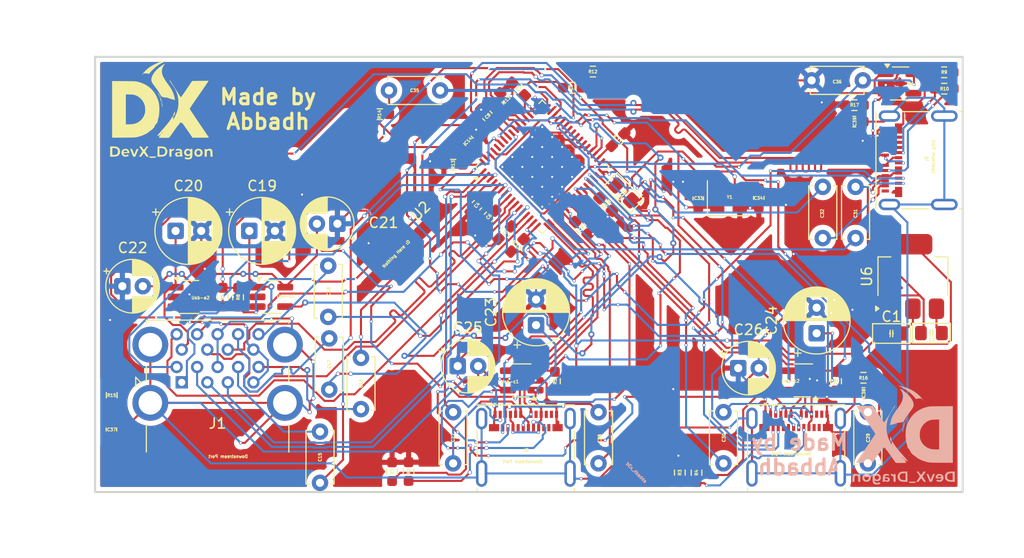
<source format=kicad_pcb>
(kicad_pcb (version 20241229) (generator "pcbnew") (generator_version "9.0")
  (layers (0 "F.Cu" signal) (2 "B.Cu" signal) (13 "F.Paste" user) (15 "B.Paste" user) (5 "F.SilkS" user "F.Silkscreen") (7 "B.SilkS" user "B.Silkscreen") (1 "F.Mask" user) (3 "B.Mask" user) (25 "Edge.Cuts" user))
  (net 0 "")
  (net 1 "+3.3V")
  (net 2 "Net-(C1-Pad2)")
  (net 3 "+5V")
  (net 4 "Net-(U6-VIN)")
  (net 5 "+1.2V")
  (net 6 "/USB_SSTXP_DN1")
  (net 7 "Net-(U2-USB_SSTXP_DN1)")
  (net 8 "/USB_SSTXN_DN1")
  (net 9 "Net-(U2-USB_SSTXM_DN1)")
  (net 10 "Net-(U2-USB_SSTXP_DN2)")
  (net 11 "/USB_SSTXP_DN2")
  (net 12 "Net-(U2-USB_SSTXM_DN2)")
  (net 13 "/USB_SSTXN_DN2")
  (net 14 "GND")
  (net 15 "/VBUS-1")
  (net 16 "/VBUS-2")
  (net 17 "/VBUS-3")
  (net 18 "/VBUS-4")
  (net 19 "/USB_SSTXP_DN3")
  (net 20 "Net-(U2-USB_SSTXP_DN3)")
  (net 21 "Net-(U2-USB_SSTXM_DN3)")
  (net 22 "/USB_SSTXM_DN3")
  (net 23 "/USB_SSTXM_DN4")
  (net 24 "Net-(U2-USB_SSTXM_DN4)")
  (net 25 "/USB_SSTXP_DN4")
  (net 26 "Net-(U2-USB_SSTXP_DN4)")
  (net 27 "/USB_SSTXM_UP")
  (net 28 "Net-(U2-USB_SSTXM_UP)")
  (net 29 "/USB_SSTXP_UP")
  (net 30 "/CRYS_P1")
  (net 31 "/CRYS_P2")
  (net 32 "Net-(U2-GRSTz)")
  (net 33 "Net-(C35-Pad1)")
  (net 34 "GNDPWR")
  (net 35 "/USB_SSRXN_DN1")
  (net 36 "/USB_SSRXP_DN1")
  (net 37 "/USB_D3+")
  (net 38 "/USB_D3-")
  (net 39 "Net-(J3-CC2)")
  (net 42 "Net-(J3-CC1)")
  (net 44 "/USB_D4+")
  (net 45 "Net-(J4-CC1)")
  (net 46 "Net-(J4-CC2)")
  (net 47 "/USB_D4-")
  (net 50 "Net-(J5-CC1)")
  (net 51 "Net-(J5-CC2)")
  (net 53 "/OVERCUR3z")
  (net 54 "/OVERCUR4z")
  (net 55 "/OVERCUR2z")
  (net 56 "/OVERCUR1z")
  (net 57 "Net-(U2-USB_VBUS)")
  (net 58 "Net-(U2-USB_R1)")
  (net 60 "/USB_SSRXP_DN2")
  (net 61 "/USB_SSRXM_DN3")
  (net 63 "/PWRCTL3")
  (net 64 "/PWRCTL4")
  (net 66 "/USB_SSRXP_DN4")
  (net 67 "/USB_SSRXP_UP")
  (net 68 "/PWRCTL2")
  (net 69 "/USB_SSRXM_UP")
  (net 71 "/USB_SSRXM_DN4")
  (net 72 "/USB_SSRXP_DN3")
  (net 74 "/PWRCTL1")
  (net 75 "/USB_SSRXN_DN2")
  (net 88 "/USB_UP_N")
  (net 89 "/USB_UP_P")
  (net 90 "/USB_DN2_N")
  (net 91 "/USB_DN2_P")
  (net 92 "/USB_DN1_N")
  (net 93 "/USB_DN1_P")
  (net 94 "Net-(U2-USB_SSTXP_UP)")
  (footprint "Resistor_SMD:R_0603_1608Metric_Pad0.98x0.95mm_HandSolder" (layer "F.Cu") (at 121.45 34.31)
    (property "Reference" "R9")
    (property "Value" "5.1k")
  )
  (footprint "Capacitor_SMD:C_0603_1608Metric_Pad1.08x0.95mm_HandSolder" (layer "F.Cu") (at 86.02 49.54 -45)
    (property "Reference" "C9")
    (property "Value" "0.1uF")
  )
  (footprint "Capacitor_THT:C_Disc_D5.0mm_W2.5mm_P5.00mm" (layer "F.Cu") (at 60.5 74.4 90)
    (property "Reference" "C15")
    (property "Value" "0.1uF")
  )
  (footprint "Capacitor_SMD:C_0603_1608Metric_Pad1.08x0.95mm_HandSolder" (layer "F.Cu") (at 113.5675 65.63)
    (property "Reference" "C38")
    (property "Value" "4.7nF")
  )
  (footprint "Resistor_SMD:R_0603_1608Metric_Pad0.98x0.95mm_HandSolder" (layer "F.Cu") (at 40.16 65.84 90)
    (property "Reference" "R15")
    (property "Value" "1M")
  )
  (footprint "Capacitor_SMD:C_0603_1608Metric_Pad1.08x0.95mm_HandSolder" (layer "F.Cu") (at 75 41 135)
    (property "Reference" "C14")
    (property "Value" "0.1uF")
  )
  (footprint "Capacitor_SMD:C_0603_1608Metric_Pad1.08x0.95mm_HandSolder" (layer "F.Cu") (at 88.39988 47.22988 -45)
    (property "Reference" "C10")
    (property "Value" "0.1uF")
  )
  (footprint "Capacitor_THT:CP_Radial_D6.3mm_P2.50mm" (layer "F.Cu") (at 46.4 49.8)
    (property "Reference" "C20")
    (property "Value" "150uF")
  )
  (footprint "Connector_USB:USB_C_Receptacle_Molex_105450-0101" (layer "F.Cu") (at 107 70.915)
    (property "Reference" "J4" (hide yes))
    (property "Value" "USB_C_Receptacle")
  )
  (footprint "Capacitor_THT:C_Disc_D5.0mm_W2.5mm_P5.00mm" (layer "F.Cu") (at 67.235 36.0825)
    (property "Reference" "C35")
    (property "Value" "1uF")
  )
  (footprint "Capacitor_THT:CP_Radial_D5.0mm_P2.00mm" (layer "F.Cu") (at 41.2 55.2)
    (property "Reference" "C22")
    (property "Value" "10uF")
  )
  (footprint "Connector_USB:USB3_A_Molex_48406-0001_Horizontal_Stacked" (layer "F.Cu") (at 46.999999 64.59)
    (property "Reference" "J1")
    (property "Value" "USB3_A_Stacked")
  )
  (footprint "Package_TO_SOT_SMD:SOT-223" (layer "F.Cu") (at 118.4 54.25 90)
    (property "Reference" "U6")
    (property "Value" "AMS1117-3.3")
  )
  (footprint "PCM_Capacitor_SMD_AKL:C_0805_2012Metric_Pad1.15x1.40mm_HandSolder" (layer "F.Cu") (at 90.15 46.09 -45)
    (property "Reference" "C3")
    (property "Value" "1uF")
  )
  (footprint "Capacitor_SMD:C_0603_1608Metric_Pad1.08x0.95mm_HandSolder" (layer "F.Cu") (at 97.44 46.63 -90)
    (property "Reference" "C33")
    (property "Value" "22pF")
  )
  (footprint "Package_TO_SOT_SMD:SOT-23-5_HandSoldering" (layer "F.Cu") (at 80.2 64.4 180)
    (property "Reference" "Usb-c1")
    (property "Value" "TPS2041B")
  )
  (footprint "Package_TO_SOT_SMD:SOT-23-5_HandSoldering" (layer "F.Cu") (at 107.7 64.4 180)
    (property "Reference" "Usb-c2")
    (property "Value" "TPS2041B")
  )
  (footprint "Capacitor_THT:CP_Radial_D5.0mm_P2.00mm" (layer "F.Cu") (at 73.944888 63)
    (property "Reference" "C25")
    (property "Value" "10uF")
  )
  (footprint "Capacitor_THT:C_Disc_D5.0mm_W2.5mm_P5.00mm" (layer "F.Cu") (at 61.4 65.3 90)
    (property "Reference" "C17")
    (property "Value" "0.1uF")
  )
  (footprint "Capacitor_THT:CP_Radial_D6.3mm_P2.50mm" (layer "F.Cu") (at 53.6 49.8)
    (property "Reference" "C19")
    (property "Value" "150uF")
  )
  (footprint "Resistor_SMD:R_0603_1608Metric_Pad0.98x0.95mm_HandSolder" (layer "F.Cu") (at 112.69 37.52 180)
    (property "Reference" "R17")
    (property "Value" "1M")
  )
  (footprint "Capacitor_THT:C_Disc_D5.0mm_W2.5mm_P5.00mm" (layer "F.Cu") (at 99.9 72.5 90)
    (property "Reference" "C30")
    (property "Value" "0.1uF")
  )
  (footprint "Capacitor_SMD:C_0603_1608Metric_Pad1.08x0.95mm_HandSolder" (layer "F.Cu") (at 78.71 36.97 135)
    (property "Reference" "C13")
    (property "Value" "0.1uF")
  )
  (footprint "Resistor_SMD:R_0603_1608Metric_Pad0.98x0.95mm_HandSolder" (layer "F.Cu") (at 51 56.27 -90)
    (property "Reference" "R7")
    (property "Value" "10K")
  )
  (footprint "Capacitor_THT:C_Disc_D5.0mm_W2.5mm_P5.00mm" (layer "F.Cu") (at 87.7 72.5 90)
    (property "Reference" "C28")
    (property "Value" "0.1uF")
  )
  (footprint "Package_TO_SOT_SMD:SOT-23-5_HandSoldering" (layer "F.Cu") (at 47.75 56.25)
    (property "Reference" "Usb-a2")
    (property "Value" "TPS2041B")
  )
  (footprint "Capacitor_THT:C_Disc_D5.0mm_W2.5mm_P5.00mm" (layer "F.Cu") (at 112.8 45.5 -90)
    (property "Reference" "C31")
    (property "Value" "0.1uF")
  )
  (footprint "Resistor_SMD:R_0603_1608Metric_Pad0.98x0.95mm_HandSolder" (layer "F.Cu") (at 113.57 64.14)
    (property "Reference" "R16")
    (property "Value" "1M")
  )
  (footprint "Resistor_SMD:R_0603_1608Metric_Pad0.98x0.95mm_HandSolder" (layer "F.Cu") (at 66.3375 38.4025 180)
    (property "Reference" "R14")
    (property "Value" "10K")
  )
  (footprint "Capacitor_SMD:C_0603_1608Metric_Pad1.08x0.95mm_HandSolder" (layer "F.Cu") (at 112.6725 39.13 180)
    (property "Reference" "C39")
    (property "Value" "4.7nF")
  )
  (footprint "Capacitor_SMD:C_0603_1608Metric_Pad1.08x0.95mm_HandSolder" (layer "F.Cu") (at 75.82988 47.29012 -135)
    (property "Reference" "C4")
    (property "Value" "0.1uF")
  )
  (footprint "Resistor_SMD:R_0603_1608Metric_Pad0.98x0.95mm_HandSolder" (layer "F.Cu") (at 69.15 73.3 90)
    (property "Reference" "R2")
    (property "Value" "5.1k")
  )
  (footprint "Crystal:Crystal_SMD_3225-4Pin_3.2x2.5mm" (layer "F.Cu") (at 100.39 46.61)
    (property "Reference" "Y1")
    (property "Value" "Crystal_GND24")
  )
  (footprint "Capacitor_THT:CP_Radial_D6.3mm_P2.50mm" (layer "F.Cu") (at 81.6 59 90)
    (property "Reference" "C23")
    (property "Value" "150uF")
  )
  (footprint "Package_DFN_QFN:QFN-64-1EP_9x9mm_P0.5mm_EP6x6mm_ThermalVias" (layer "F.Cu") (at 82.20066 43.55 45)
    (property "Reference" "U2")
    (property "Value" "TUSB8041")
  )
  (footprint "Capacitor_SMD:C_0603_1608Metric_Pad1.08x0.95mm_HandSolder" (layer "F.Cu") (at 89.60988 40.89012 45)
    (property "Reference" "C11")
    (property "Value" "0.1uF")
  )
  (footprint "Resistor_SMD:R_0603_1608Metric_Pad0.98x0.95mm_HandSolder" (layer "F.Cu") (at 85.14 35.82 180)
    (property "Reference" "R11")
    (property "Value" "90.9K")
  )
  (footprint "Resistor_SMD:R_0603_1608Metric_Pad0.98x0.95mm_HandSolder" (layer "F.Cu") (at 121.46 35.91)
    (property "Reference" "R10")
    (property "Value" "5.1k")
  )
  (footprint "Package_TO_SOT_SMD:SOT-23-5_HandSoldering" (layer "F.Cu") (at 55.75 56.24)
    (property "Reference" "Usb-a1")
    (property "Value" "TPS2041B")
  )
  (footprint "Capacitor_SMD:C_0603_1608Metric_Pad1.08x0.95mm_HandSolder" (layer "F.Cu") (at 103.35 46.5775 90)
    (property "Reference" "C34")
    (property "Value" "22pF")
  )
  (footprint "Capacitor_SMD:C_0603_1608Metric_Pad1.08x0.95mm_HandSolder" (layer "F.Cu") (at 79.77 51.21 -135)
    (property "Reference" "C12")
    (property "Value" "1uF")
  )
  (footprint "PCM_Capacitor_SMD_AKL:C_0805_2012Metric_Pad1.15x1.40mm_HandSolder" (layer "F.Cu") (at 116.305 59.82)
    (property "Reference" "C1")
    (property "Value" "10uF")
  )
  (footprint "Capacitor_THT:C_Disc_D5.0mm_W2.5mm_P5.00mm" (layer "F.Cu") (at 61.3 58.2 90)
    (property "Reference" "C18")
    (property "Value" "0.1uF")
  )
  (footprint "Resistor_SMD:R_0603_1608Metric_Pad0.98x0.95mm_HandSolder" (layer "F.Cu") (at 73.51 43.34)
    (property "Reference" "R13")
    (property "Value" "9.53k")
  )
  (footprint "Dragon Emblem:Dev Dragon" (layer "F.Cu") (at 45 38)
    (property "Reference" "G***" (hide yes))
    (property "Value" "LOGO" (hide yes))
  )
  (footprint "Capacitor_THT:CP_Radial_D5.0mm_P2.00mm" (layer "F.Cu") (at 101.344888 63.2)
    (property "Reference" "C26")
    (property "Value" "10uF")
  )
  (footprint "Resistor_SMD:R_0603_1608Metric_Pad0.98x0.95mm_HandSolder" (layer "F.Cu") (at 87.15 34.24 180)
    (property "Reference" "R12")
    (property "Value" "10K")
  )
  (footprint "PCM_Capacitor_SMD_AKL:C_0805_2012Metric_Pad1.15x1.40mm_HandSolder" (layer "F.Cu") (at 120.205 59.78)
    (property "Reference" "C2")
    (property "Value" "1uF")
  )
  (footprint "Capacitor_SMD:C_0603_1608Metric_Pad1.08x0.95mm_HandSolder" (layer "F.Cu") (at 76.85012 38.57012 135)
    (property "Reference" "C8")
    (property "Value" "0.1uF")
  )
  (footprint "Connector_USB:USB_C_Receptacle_Molex_105450-0101" (layer "F.Cu") (at 118.915 42.9 90)
    (property "Reference" "J5")
    (property "Value" "USB C UPSTREAM")
  )
  (footprint "Capacitor_SMD:C_0603_1608Metric_Pad1.08x0.95mm_HandSolder" (layer "F.Cu") (at 40.13 69.19 -90)
    (property "Reference" "C37")
    (property "Value" "4.7nF")
  )
  (footprint "Capacitor_THT:CP_Radial_D5.0mm_P2.00mm" (layer "F.Cu") (at 62.2 49.1 180)
    (property "Reference" "C21")
    (property "Value" "10uF")
  )
  (footprint "Capacitor_THT:C_Disc_D5.0mm_W2.5mm_P5.00mm" (layer "F.Cu") (at 73.5 67.5 -90)
    (property "Reference" "C27")
    (property "Value" "0.1uF")
  )
  (footprint "Resistor_SMD:R_0603_1608Metric_Pad0.98x0.95mm_HandSolder" (layer "F.Cu") (at 83.44 64.47 90)
    (property "Reference" "R5")
    (property "Value" "10K")
  )
  (footprint "Resistor_SMD:R_0603_1608Metric_Pad0.98x0.95mm_HandSolder" (layer "F.Cu") (at 97.27 73.4125 90)
    (property "Reference" "R4")
    (property "Value" "5.1k")
  )
  (footprint "Capacitor_SMD:C_0603_1608Metric_Pad1.08x0.95mm_HandSolder" (layer "F.Cu") (at 79.89012 35.94012 135)
    (property "Reference" "C7")
    (property "Value" "0.1uF")
  )
  (footprint "Resistor_SMD:R_0603_1608Metric_Pad0.98x0.95mm_HandSolder" (layer "F.Cu") (at 52.5 56.28 -90)
    (property "Reference" "R8")
    (property "Value" "10K")
  )
  (footprint "Resistor_SMD:R_0603_1608Metric_Pad0.98x0.95mm_HandSolder" (layer "F.Cu") (at 67.54 73.31 90)
    (property "Reference" "R1")
    (property "Value" "5.1k")
  )
  (footprint "Resistor_SMD:R_0603_1608Metric_Pad0.98x0.95mm_HandSolder" (layer "F.Cu") (at 95.64 73.4 90)
    (property "Reference" "R3")
    (property "Value" "5.1k")
  )
  (footprint "Capacitor_THT:C_Disc_D5.0mm_W2.5mm_P5.00mm" (layer "F.Cu") (at 113.51 35.1 180)
    (property "Reference" "C36")
    (property "Value" "1uF")
  )
  (footprint "Resistor_SMD:R_0603_1608Metric_Pad0.98x0.95mm_HandSolder" (layer "F.Cu") (at 110.9 64.48 90)
    (property "Reference" "R6")
    (property "Value" "10K")
  )
  (footprint "Connector_USB:USB_C_Receptacle_Molex_105450-0101" (layer "F.Cu") (at 80.6 70.93)
    (property "Reference" "J3")
    (property "Value" "USB_C_Receptacle")
  )
  (footprint "Capacitor_THT:CP_Radial_D6.3mm_P2.50mm" (layer "F.Cu") (at 109 59.8 90)
    (property "Reference" "C24")
    (property "Value" "150uF")
  )
  (footprint "Capacitor_THT:C_Disc_D5.0mm_W2.5mm_P5.00mm" (layer "F.Cu") (at 114 72.5 90)
    (property "Reference" "C29")
    (property "Value" "0.1uF")
  )
  (footprint "Capacitor_THT:C_Disc_D5.0mm_W2.5mm_P5.00mm" (layer "F.Cu") (at 64.5 62.2 -90)
    (property "Reference" "C16")
    (property "Value" "0.1uF")
  )
  (footprint "Capacitor_SMD:C_0603_1608Metric_Pad1.08x0.95mm_HandSolder" (layer "F.Cu") (at 78.55 49.97 -135)
    (property "Reference" "C5")
    (property "Value" "0.1uF")
  )
  (footprint "Capacitor_SMD:C_0603_1608Metric_Pad1.08x0.95mm_HandSolder" (layer "F.Cu") (at 77.01 48.43 -135)
    (property "Reference" "C6")
    (property "Value" "0.1uF")
  )
  (footprint "Capacitor_THT:C_Disc_D5.0mm_W2.5mm_P5.00mm" (layer "F.Cu") (at 109.6 50.5 90)
    (property "Reference" "C32")
    (property "Value" "0.1uF")
  )
  (footprint "Package_TO_SOT_SMD:SOT-23-5_HandSoldering" (layer "F.Cu") (at 117.1 35.4)
    (property "Reference" "U1")
    (property "Value" "TPAP2112K-1.2TRG1")
  )
  (footprint "Dragon Emblem:Dev Dragon" (layer "B.Cu") (at 117.5 69.75 180)
    (property "Reference" "G***" (hide yes))
    (property "Value" "LOGO" (hide yes))
  )
  (gr_rect (start 38.54 32.8) (end 123.26 75.3) (stroke (width 0.2)) (fill no) (layer "Edge.Cuts"))
  (gr_text "Downstream Port" (at 108.5 71.75 0) (layer "F.SilkS") (effects (font (size 0.3 0.3) (thickness 0.075) (bold yes)) (justify left bottom mirror)))
  (gr_text "Downstream Port" (at 53.5 72 0) (layer "F.SilkS") (effects (font (size 0.3 0.3) (thickness 0.075) (bold yes)) (justify left bottom mirror)))
  (gr_text "Downstream Port" (at 82.25 72.5 0) (layer "F.SilkS") (effects (font (size 0.3 0.3) (thickness 0.075) (bold yes)) (justify left bottom mirror)))
  (gr_text "Nothing Here :D" (at 66.75 53.5 45) (layer "F.SilkS") (effects (font (size 0.3 0.3) (thickness 0.075) (bold yes)) (justify left bottom)))
  (gr_text "Made by \nAbbadh " (at 56 40 0) (layer "F.SilkS") (effects (font (size 1.5 1.5) (thickness 0.3) (bold yes)) (justify bottom)))
  (gr_text "Upstream Port" (at 120.25 44.25 -90) (layer "F.SilkS") (effects (font (size 0.3 0.3) (thickness 0.075) (bold yes)) (justify left bottom mirror)))
  (gr_text "Made by \nAbbadh " (at 106.75 73.75 -0) (layer "B.SilkS") (effects (font (size 1.5 1.5) (thickness 0.3) (bold yes)) (justify bottom mirror)))
  (gr_text "abbadh_x3d" (at 92.25 74.5 315) (layer "B.SilkS") (effects (font (size 0.3 0.3) (thickness 0.075) (bold yes)) (justify left bottom mirror)))
  (segment (start 79.31988 37.57988) (end 79.412521 37.57988) (width 0.2) (layer "F.Cu") (net 1))
  (segment (start 81.526981 49.526981) (end 81.15198 49.90198) (width 0.2) (layer "F.Cu") (net 1))
  (segment (start 111.869 63.231) (end 113.3 61.8) (width 0.2) (layer "F.Cu") (net 1))
  (segment (start 113.3 61.8) (end 106.245298 61.8) (width 0.2) (layer "F.Cu") (net 1))
  (segment (start 80.453841 50.60012) (end 81.15198 49.90198) (width 0.2) (layer "F.Cu") (net 1))
  (segment (start 51 55.3575) (end 52.49 55.3575) (width 0.2) (layer "F.Cu") (net 1))
  (segment (start 106.245298 61.8) (end 104.945298 60.5) (width 0.2) (layer "F.Cu") (net 1))
  (segment (start 65.425 38.4025) (end 63.11134 38.4025) (width 0.2) (layer "F.Cu") (net 1))
  (segment (start 121.75016 60.821) (end 116.281 60.821) (width 0.2) (layer "F.Cu") (net 1))
  (segment (start 122.106 60.46516) (end 121.75016 60.821) (width 0.2) (layer "F.Cu") (net 1))
  (segment (start 65.425 38.4025) (end 68.63238 41.60988) (width 0.2) (layer "F.Cu") (net 1))
  (segment (start 110.9 65.3925) (end 111.869 64.4235) (width 0.2) (layer "F.Cu") (net 1))
  (segment (start 111.869 64.4235) (end 111.869 63.231) (width 0.2) (layer "F.Cu") (net 1))
  (segment (start 89.12012 41.49988) (end 88.846974 41.49988) (width 0.2) (layer "F.Cu") (net 1))
  (segment (start 82 52) (end 81.77976 52) (width 0.2) (layer "F.Cu") (net 1))
  (segment (start 51 50.51384) (end 51 53.5) (width 0.2) (layer "F.Cu") (net 1))
  (segment (start 113.3 61.8) (end 115.28 59.82) (width 0.2) (layer "F.Cu") (net 1))
  (segment (start 76.764777 42.710311) (end 76.710311 42.710311) (width 0.2) (layer "F.Cu") (net 1))
  (segment (start 122.106 54.806) (end 122.106 60.46516) (width 0.2) (layer "F.Cu") (net 1))
  (segment (start 81.714524 49.339437) (end 81.526981 49.526981) (width 0.2) (layer "F.Cu") (net 1))
  (segment (start 68.63238 41.60988) (end 75.60988 41.60988) (width 0.2) (layer "F.Cu") (net 1))
  (segment (start 85.522653 63.299847) (end 85.522653 61.022653) (width 0.2) (layer "F.Cu") (net 1))
  (segment (start 76.710311 42.710311) (end 75.60988 41.60988) (width 0.2) (layer "F.Cu") (net 1))
  (segment (start 51 54.5) (end 51 55.3575) (width 0.2) (layer "F.Cu") (net 1))
  (segment (start 79.412521 37.57988) (end 80.653864 38.821223) (width 0.2) (layer "F.Cu") (net 1))
  (segment (start 52.49 55.3575) (end 52.5 55.3675) (width 0.2) (layer "F.Cu") (net 1))
  (segment (start 83.44 65.3825) (end 85.522653 63.299847) (width 0.2) (layer "F.Cu") (net 1))
  (segment (start 88.846854 41.5) (end 89 41.5) (width 0.2) (layer "F.Cu") (net 1))
  (segment (start 81.77976 52) (end 80.37988 50.60012) (width 0.2) (layer "F.Cu") (net 1))
  (segment (start 104.945298 60.5) (end 100.25 60.5) (width 0.2) (layer "F.Cu") (net 1))
  (segment (start 116.281 60.821) (end 115.28 59.82) (width 0.2) (layer "F.Cu") (net 1))
  (segment (start 80.37988 50.60012) (end 80.453841 50.60012) (width 0.2) (layer "F.Cu") (net 1))
  (segment (start 63.11134 38.4025) (end 51 50.51384) (width 0.2) (layer "F.Cu") (net 1))
  (segment (start 87.636543 42.710311) (end 88.846854 41.5) (width 0.2) (layer "F.Cu") (net 1))
  (segment (start 118.4 51.1) (end 122.106 54.806) (width 0.2) (layer "F.Cu") (net 1))
  (via (at 100.25 60.5) (size 0.4) (drill 0.3) (layers "F.Cu" "B.Cu") (net 1))
  (via (at 85.522653 61.022653) (size 0.4) (drill 0.3) (layers "F.Cu" "B.Cu") (net 1))
  (via (at 82 52) (size 0.4) (drill 0.3) (layers "F.Cu" "B.Cu") (net 1))
  (via (at 51 54.5) (size 0.4) (drill 0.3) (layers "F.Cu" "B.Cu") (net 1))
  (via (at 51 53.5) (size 0.4) (drill 0.3) (layers "F.Cu" "B.Cu") (net 1))
  (segment (start 84.298999 53.936812) (end 84.298999 53.866101) (width 0.2) (layer "B.Cu") (net 1))
  (segment (start 51 53.5) (end 51 54.5) (width 0.2) (layer "B.Cu") (net 1))
  (segment (start 82.432898 52) (end 82 52) (width 0.2) (layer "B.Cu") (net 1))
  (segment (start 85.522653 61.022653) (end 85.522653 55.115158) (width 0.2) (layer "B.Cu") (net 1))
  (segment (start 84.348999 53.986812) (end 84.298999 53.936812) (width 0.2) (layer "B.Cu") (net 1))
  (segment (start 100.25 60.5) (end 86.045306 60.5) (width 0.2) (layer "B.Cu") (net 1))
  (segment (start 85.522653 55.115158) (end 85.50501 55.132801) (width 0.2) (layer "B.Cu") (net 1))
  (segment (start 84.867199 54.797901) (end 84.348999 54.279701) (width 0.2) (layer "B.Cu") (net 1))
  (segment (start 85.50501 55.132801) (end 85.131388 55.132801) (width 0.2) (layer "B.Cu") (net 1))
  (segment (start 86.045306 60.5) (end 85.522653 61.022653) (width 0.2) (layer "B.Cu") (net 1))
  (segment (start 84.867199 54.868612) (end 84.867199 54.797901) (width 0.2) (layer "B.Cu") (net 1))
  (segment (start 84.298999 53.866101) (end 82.432898 52) (width 0.2) (layer "B.Cu") (net 1))
  (segment (start 84.348999 54.279701) (end 84.348999 53.986812) (width 0.2) (layer "B.Cu") (net 1))
  (segment (start 85.131388 55.132801) (end 84.867199 54.868612) (width 0.2) (layer "B.Cu") (net 1))
  (segment (start 118.4 57.4) (end 118.4 58.75) (width 0.2) (layer "F.Cu") (net 2))
  (segment (start 118.4 58.75) (end 117.33 59.82) (width 0.2) (layer "F.Cu") (net 2))
  (segment (start 76 63) (end 75.944888 63) (width 0.2) (layer "F.Cu") (net 3))
  (segment (start 115.7 44.4) (end 116.25 44.4) (width 0.2) (layer "F.Cu") (net 3))
  (segment (start 65.5 58.65) (end 65.5 57.158968) (width 0.2) (layer "F.Cu") (net 3))
  (segment (start 119.055008 56.099) (end 107.901 56.099) (width 0.2) (layer "F.Cu") (net 3))
  (segment (start 86.0525 35.82) (end 86.5825 36.35) (width 0.2) (layer "F.Cu") (net 3))
  (segment (start 75.2 71.188521) (end 75.761479 71.75) (width 0.2) (layer "F.Cu") (net 3))
  (segment (start 74.25 65.25) (end 73.5 64.5) (width 0.2) (layer "F.Cu") (net 3))
  (segment (start 75.944888 65.055112) (end 75.5 65.5) (width 0.2) (layer "F.Cu") (net 3))
  (segment (start 86.2375 35.635) (end 86.0525 35.82) (width 0.2) (layer "F.Cu") (net 3))
  (segment (start 100.544888 66) (end 90.25 66) (width 0.2) (layer "F.Cu") (net 3))
  (segment (start 106.35 65.35) (end 105.494888 65.35) (width 0.2) (layer "F.Cu") (net 3))
  (segment (start 60.2 52.19) (end 57.1 55.29) (width 0.2) (layer "F.Cu") (net 3))
  (segment (start 60.2 49.1) (end 60.2 51.25) (width 0.2) (layer "F.Cu") (net 3))
  (segment (start 116.275 41.475) (end 116.2 41.4) (width 0.2) (layer "F.Cu") (net 3))
  (segment (start 116.275 41.475) (end 116.151 41.351) (width 0.2) (layer "F.Cu") (net 3))
  (segment (start 85.22 70.25) (end 88.351 70.25) (width 0.2) (layer "F.Cu") (net 3))
  (segment (start 86.2375 34.24) (end 86.2375 35.635) (width 0.2) (layer "F.Cu") (net 3))
  (segment (start 78.35 65.35) (end 76 63) (width 0.2) (layer "F.Cu") (net 3))
  (segment (start 78.85 65.35) (end 77.4 65.35) (width 0.2) (layer "F.Cu") (net 3))
  (segment (start 115.049 41.351) (end 114.5 40.802) (width 0.2) (layer "F.Cu") (net 3))
  (segment (start 107.901 56.099) (end 104 60) (width 0.2) (layer "F.Cu") (net 3))
  (segment (start 116.45 41.65) (end 116.275 41.475) (width 0.2) (layer "F.Cu") (net 3))
  (segment (start 73 71) (end 73.95 71) (width 0.2) (layer "F.Cu") (net 3))
  (segment (start 75.25 65.25) (end 74.25 65.25) (width 0.2) (layer "F.Cu") (net 3))
  (segment (start 72.25 65) (end 70.013072 62.763072) (width 0.2) (layer "F.Cu") (net 3))
  (segment (start 75.2 70.75) (end 75.2 71.188521) (width 0.2) (layer "F.Cu") (net 3))
  (segment (start 60.7 51.75) (end 60.2 51.25) (width 0.2) (layer "F.Cu") (net 3))
  (segment (start 116.25 44.4) (end 116.5 44.15) (width 0.2) (layer "F.Cu") (net 3))
  (segment (start 116.201 44.449) (end 115.049 44.449) (width 0.2) (layer "F.Cu") (net 3))
  (segment (start 117 41.65) (end 116.45 41.65) (width 0.2) (layer "F.Cu") (net 3))
  (segment (start 115.049 44.449) (end 114 45.498) (width 0.2) (layer "F.Cu") (net 3))
  (segment (start 49.1 55.3) (end 50.4 54) (width 0.2) (layer "F.Cu") (net 3))
  (segment (start 114.669 35.04101) (end 114.669 36.048999) (width 0.2) (layer "F.Cu") (net 3))
  (segment (start 65.5 57.158968) (end 67.454484 55.204484) (width 0.2) (layer "F.Cu") (net 3))
  (segment (start 50.4 54) (end 53 54) (width 0.2) (layer "F.Cu") (net 3))
  (segment (start 78.85 65.35) (end 78.35 65.35) (width 0.2) (layer "F.Cu") (net 3))
  (segment (start 70.013072 62.763072) (end 67.513072 62.763072) (width 0.2) (layer "F.Cu") (net 3))
  (segment (start 43.2 55.2) (end 44.6 55.2) (width 0.2) (layer "F.Cu") (net 3))
  (segment (start 60.2 51.25) (end 60.2 52.19) (width 0.2) (layer "F.Cu") (net 3))
  (segment (start 86.5825 36.35) (end 115.75 36.35) (width 0.2) (layer "F.Cu") (net 3))
  (segment (start 55.81 54) (end 57.1 55.29) (width 0.2) (layer "F.Cu") (net 3))
  (segment (start 44.6 55.2) (end 45.8 54) (width 0.2) (layer "F.Cu") (net 3))
  (segment (start 48.3 55.3) (end 49.1 55.3) (width 0.2) (layer "F.Cu") (net 3))
  (segment (start 103.344888 63.2) (end 100.544888 66) (width 0.2) (layer "F.Cu") (net 3))
  (segment (start 114.970001 36.35) (end 115.75 36.35) (width 0.2) (layer "F.Cu") (net 3))
  (segment (start 114.669 36.048999) (end 114.970001 36.35) (width 0.2) (layer "F.Cu") (net 3))
  (segment (start 119.451 56.494992) (end 119.451 59.509) (width 0.2) (layer "F.Cu") (net 3))
  (segment (start 84.47 71) (end 85.22 70.25) (width 0.2) (layer "F.Cu") (net 3))
  (segment (start 116.5 44.15) (end 117 44.15) (width 0.2) (layer "F.Cu") (net 3))
  (segment (start 75.944888 63) (end 75.944888 65.055112) (width 0.2) (layer "F.Cu") (net 3))
  (segment (start 54.2 54) (end 55.81 54) (width 0.2) (layer "F.Cu") (net 3))
  (segment (start 75.761479 71.75) (end 76.95 71.75) (width 0.2) (layer "F.Cu") (net 3))
  (segment (start 116.151 41.351) (end 115.049 41.351) (width 0.2) (layer "F.Cu") (net 3))
  (segment (start 115.75 34.45) (end 115.26001 34.45) (width 0.2) (layer "F.Cu") (net 3))
  (segment (start 77.4 65.35) (end 77.25 65.5) (width 0.2) (layer "F.Cu") (net 3))
  (segment (start 116.5 44.15) (end 116.201 44.449) (width 0.2) (layer "F.Cu") (net 3))
  (segment (start 105.494888 65.35) (end 103.344888 63.2) (width 0.2) (layer "F.Cu") (net 3))
  (segment (start 75.5 65.5) (end 75.25 65.25) (width 0.2) (layer "F.Cu") (net 3))
  (segment (start 114.75 37) (end 115.1 37) (width 0.2) (layer "F.Cu") (net 3))
  (segment (start 115.26001 34.45) (end 114.669 35.04101) (width 0.2) (layer "F.Cu") (net 3))
  (segment (start 119.451 59.509) (end 119.18 59.78) (width 0.2) (layer "F.Cu") (net 3))
  (segment (start 116.2 41.4) (end 115.7 41.4) (width 0.2) (layer "F.Cu") (net 3))
  (segment (start 62.75 51.75) (end 60.7 51.75) (width 0.2) (layer "F.Cu") (net 3))
  (segment (start 114 51.043992) (end 119.451 56.494992) (width 0.2) (layer "F.Cu") (net 3))
  (segment (start 47 54) (end 48.3 55.3) (width 0.2) (layer "F.Cu") (net 3))
  (segment (start 119.451 56.494992) (end 119.055008 56.099) (width 0.2) (layer "F.Cu") (net 3))
  (segment (start 114 45.498) (end 114 51.043992) (width 0.2) (layer "F.Cu") (net 3))
  (segment (start 115.1 37) (end 115.75 36.35) (width 0.2) (layer "F.Cu") (net 3))
  (segment (start 114.5 40.802) (end 114.5 40) (width 0.2) (layer "F.Cu") (net 3))
  (via (at 62.75 51.75) (size 0.3) (drill 0.2) (layers "F.Cu" "B.Cu") (net 3))
  (via (at 45.8 54) (size 0.6) (drill 0.3) (layers "F.Cu" "B.Cu") (net 3))
  (via (at 114.75 37) (size 0.3) (drill 0.2) (layers "F.Cu" "B.Cu") (net 3))
  (via (at 77.25 65.5) (size 0.3) (drill 0.2) (layers "F.Cu" "B.Cu") (net 3))
  (via (at 73.95 71) (size 0.3) (drill 0.2) (layers "F.Cu" "B.Cu") (net 3))
  (via (at 104 60) (size 0.3) (drill 0.2) (layers "F.Cu" "B.Cu") (net 3))
  (via (at 72.25 65) (size 0.3) (drill 0.2) (layers "F.Cu" "B.Cu") (net 3))
  (via (at 53 54) (size 0.6) (drill 0.3) (layers "F.Cu" "B.Cu") (net 3))
  (via (at 54.2 54) (size 0.6) (drill 0.3) (layers "F.Cu" "B.Cu") (net 3))
  (via (at 75.2 70.75) (size 0.3) (drill 0.2) (layers "F.Cu" "B.Cu") (net 3))
  (via (at 114.5 40) (size 0.3) (drill 0.2) (layers "F.Cu" "B.Cu") (net 3))
  (via (at 88.351 70.25) (size 0.3) (drill 0.2) (layers "F.Cu" "B.Cu") (net 3))
  (via (at 73.5 64.5) (size 0.3) (drill 0.2) (layers "F.Cu" "B.Cu") (net 3))
  (via (at 67.454484 55.204484) (size 0.3) (drill 0.2) (layers "F.Cu" "B.Cu") (net 3))
  (via (at 76.95 71.75) (size 0.3) (drill 0.2) (layers "F.Cu" "B.Cu") (net 3))
  (via (at 65.5 58.65) (size 0.3) (drill 0.2) (layers "F.Cu" "B.Cu") (net 3))
  (via (at 73 71) (size 0.3) (drill 0.2) (layers "F.Cu" "B.Cu") (net 3))
  (via (at 84.47 71) (size 0.3) (drill 0.2) (layers "F.Cu" "B.Cu") (net 3))
  (via (at 90.25 66) (size 0.3) (drill 0.2) (layers "F.Cu" "B.Cu") (net 3))
  (via (at 47 54) (size 0.6) (drill 0.3) (layers "F.Cu" "B.Cu") (net 3))
  (via (at 67.513072 62.763072) (size 0.3) (drill 0.2) (layers "F.Cu" "B.Cu") (net 3))
  (segment (start 72.399 70.399) (end 73 71) (width 0.2) (layer "B.Cu") (net 3))
  (segment (start 84.47 71.53) (end 84.47 71) (width 0.2) (layer "B.Cu") (net 3))
  (segment (start 67.454484 55.204484) (end 66.204484 55.204484) (width 0.2) (layer "B.Cu") (net 3))
  (segment (start 75 67) (end 74.399 66.399) (width 0.2) (layer "B.Cu") (net 3))
  (segment (start 76.95 71.75) (end 84.25 71.75) (width 0.2) (layer "B.Cu") (net 3))
  (segment (start 76.5 65.5) (end 75 67) (width 0.2) (layer "B.Cu") (net 3))
  (segment (start 74.399 66.399) (end 73.04395 66.399) (width 0.2) (layer "B.Cu") (net 3))
  (segment (start 73.95 71) (end 74.73444 71) (width 0.2) (layer "B.Cu") (net 3))
  (segment (start 77.25 65.5) (end 76.5 65.5) (width 0.2) (layer "B.Cu") (net 3))
  (segment (start 88.351 70.25) (end 91 67.601) (width 0.2) (layer "B.Cu") (net 3))
  (segment (start 91 66.75) (end 90.25 66) (width 0.2) (layer "B.Cu") (net 3))
  (segment (start 65.5 60.75) (end 65.5 58.65) (width 0.2) (layer "B.Cu") (net 3))
  (segment (start 53 54) (end 54.2 54) (width 0.2) (layer "B.Cu") (net 3))
  (segment (start 72.399 67.04395) (end 72.399 70.399) (width 0.2) (layer "B.Cu") (net 3))
  (segment (start 103.344888 60.655112) (end 103.344888 63.2) (width 0.2) (layer "B.Cu") (net 3))
  (segment (start 84.25 71.75) (end 84.47 71.53) (width 0.2) (layer "B.Cu") (net 3))
  (segment (start 73.04395 66.399) (end 72.399 67.04395) (width 0.2) (layer "B.Cu") (net 3))
  (segment (start 75.2 70.75) (end 74.98444 70.75) (width 0.2) (layer "B.Cu") (net 3))
  (segment (start 114.5 40) (end 114.5 37.25) (width 0.2) (layer "B.Cu") (net 3))
  (segment (start 72.75 64.5) (end 72.25 65) (width 0.2) (layer "B.Cu") (net 3))
  (segment (start 73.5 64.5) (end 72.75 64.5) (width 0.2) (layer "B.Cu") (net 3))
  (segment (start 104 60) (end 103.344888 60.655112) (width 0.2) (layer "B.Cu") (net 3))
  (segment (start 74.98444 70.75) (end 74.73444 71) (width 0.2) (layer "B.Cu") (net 3))
  (segment (start 75.944888 63) (end 75.944888 63.25741) (width 0.2) (layer "B.Cu") (net 3))
  (segment (start 91 67.601) (end 91 66.75) (width 0.2) (layer "B.Cu") (net 3))
  (segment (start 45.8 54) (end 47 54) (width 0.2) (layer "B.Cu") (net 3))
  (segment (start 66.204484 55.204484) (end 62.75 51.75) (width 0.2) (layer "B.Cu") (net 3))
  (segment (start 114.5 37.25) (end 114.75 37) (width 0.2) (layer "B.Cu") (net 3))
  (segment (start 67.513072 62.763072) (end 65.5 60.75) (width 0.2) (layer "B.Cu") (net 3))
  (segment (start 120.7 59.25) (end 121.23 59.78) (width 0.2) (layer "F.Cu") (net 4))
  (segment (start 120.7 57.4) (end 120.7 59.25) (width 0.2) (layer "F.Cu") (net 4))
  (segment (start 101.370916 43.526) (end 99.200702 43.526) (width 0.2) (layer "F.Cu") (net 5))
  (segment (start 95.5 42.049) (end 93.501057 42.049) (width 0.2) (layer "F.Cu") (net 5))
  (segment (start 71.25 52.5) (end 71.25 53.25) (width 0.2) (layer "F.Cu") (net 5))
  (segment (start 77.173103 39.466897) (end 71.442983 39.466897) (width 0.2) (layer "F.Cu") (net 5))
  (segment (start 69 43.882756) (end 69 48.25) (width 0.2) (layer "F.Cu") (net 5))
  (segment (start 80.5 37.960253) (end 81.007417 38.46767) (width 0.2) (layer "F.Cu") (net 5))
  (segment (start 79.15988 49.36012) (end 79.572521 49.36012) (width 0.2) (layer "F.Cu") (net 5))
  (segment (start 95.5 42.049) (end 95.5 48.75) (width 0.2) (layer "F.Cu") (net 5))
  (segment (start 87.79 46.62) (end 87.79 46.71) (width 0.2) (layer "F.Cu") (net 5))
  (segment (start 88.25 54.25) (end 88.232026 54.232026) (width 0.2) (layer "F.Cu") (net 5))
  (segment (start 78.86899 40.58899) (end 78.886097 40.58899) (width 0.2) (layer "F.Cu") (net 5))
  (segment (start 77.61988 47.82012) (end 77.61988 47.777227) (width 0.2) (layer "F.Cu") (net 5))
  (segment (start 93.501057 42.049) (end 90.979122 44.570935) (width 0.2) (layer "F.Cu") (net 5))
  (segment (start 77.61988 47.777227) (end 78.886097 46.51101) (width 0.2) (layer "F.Cu") (net 5))
  (segment (start 95.901 42.049) (end 95.5 42.049) (width 0.2) (layer "F.Cu") (net 5))
  (segment (start 81.536061 52.536063) (end 81.536061 52.392699) (width 0.2) (layer "F.Cu") (net 5))
  (segment (start 77.46 39.18) (end 77.173103 39.466897) (width 0.2) (layer "F.Cu") (net 5))
  (segment (start 73 55) (end 74 55) (width 0.2) (layer "F.Cu") (net 5))
  (segment (start 77.55 55.75) (end 78.322124 55.75) (width 0.2) (layer "F.Cu") (net 5))
  (segment (start 90.979122 44.570935) (end 90.979122 45.595424) (width 0.2) (layer "F.Cu") (net 5))
  (segment (start 71.442983 39.466897) (end 69.75 41.15988) (width 0.2) (layer "F.Cu") (net 5))
  (segment (start 87.72905 52.978781) (end 87.72905 52.97905) (width 0.2) (layer "F.Cu") (net 5))
  (segment (start 81.400631 50.984476) (end 81.984474 50.984476) (width 0.2) (layer "F.Cu") (net 5))
  (segment (start 69 48.25) (end 69.306801 48.556801) (width 0.2) (layer "F.Cu") (net 5))
  (segment (start 80.5 36.55) (end 80.5 37.960253) (width 0.2) (layer "F.Cu") (net 5))
  (segment (start 99.797459 59.202541) (end 99.302627 59.697373) (width 0.2) (layer "F.Cu") (net 5))
  (segment (start 118.5 35.5) (end 118.5 34.5) (width 0.2) (layer "F.Cu") (net 5))
  (segment (start 88.25 57.5) (end 88.25 54.25) (width 0.2) (layer "F.Cu") (net 5))
  (segment (start 85.41012 48.93012) (end 85.613319 48.726921) (width 0.2) (layer "F.Cu") (net 5))
  (segment (start 85.318199 54.545405) (end 86.115699 53.747905) (width 0.2) (layer "F.Cu") (net 5))
  (segment (start 97.102 43.25) (end 95.901 42.049) (width 0.2) (layer "F.Cu") (net 5))
  (segment (start 72.25 55.75) (end 73 55) (width 0.2) (layer "F.Cu") (net 5))
  (segment (start 81.536061 52.392699) (end 80.821681 51.678319) (width 0.2) (layer "F.Cu") (net 5))
  (segment (start 99.797459 58.702541) (end 99.797459 59.202541) (width 0.2) (layer "F.Cu") (net 5))
  (segment (start 118.5 34.5) (end 118.45 34.45) (width 0.2) (layer "F.Cu") (net 5))
  (segment (start 85.41012 48.93012) (end 85.105906 48.93012) (width 0.2) (layer "F.Cu") (net 5))
  (segment (start 95.5 49.25) (end 99.5 53.25) (width 0.2) (layer "F.Cu") (net 5))
  (segment (start 89.425216 45.365216) (end 88.61207 45.365216) (width 0.2) (layer "F.Cu") (net 5))
  (segment (start 95.5 48.75) (end 95.5 49.25) (width 0.2) (layer "F.Cu") (net 5))
  (segment (start 81.984474 50.984476) (end 82.536061 51.536063) (width 0.2) (layer "F.Cu") (net 5))
  (segment (start 78.322124 55.75) (end 81.536061 52.536063) (width 0.2) (layer "F.Cu") (net 5))
  (segment (start 85.318199 54.681801) (end 85.318199 54.545405) (width 0.2) (layer "F.Cu") (net 5))
  (segment (start 87.72905 52.97905) (end 88.232026 53.482026) (width 0.2) (layer "F.Cu") (net 5))
  (segment (start 77.46 39.18) (end 78.86899 40.58899) (width 0.2) (layer "F.Cu") (net 5))
  (segment (start 87.745534 46.62) (end 86.575883 45.450349) (width 0.2) (layer "F.Cu") (net 5))
  (segment (start 98.924702 43.25) (end 97.102 43.25) (width 0.2) (layer "F.Cu") (net 5))
  (segment (start 76.43976 46.68024) (end 76.595546 46.68024) (width 0.2) (layer "F.Cu") (net 5))
  (segment (start 99.200702 43.526) (end 98.924702 43.25) (width 0.2) (layer "F.Cu") (net 5))
  (segment (start 89.25 44.5) (end 89.25 45.19) (width 0.2) (layer "F.Cu") (net 5))
  (segment (start 71.25 53.25) (end 71.950516 53.950516) (width 0.2) (layer "F.Cu") (net 5))
  (segment (start 88.232026 53.482026) (end 88.232026 53.75) (width 0.2) (layer "F.Cu") (net 5))
  (segment (start 101.419916 43.575) (end 101.370916 43.526) (width 0.2) (layer "F.Cu") (net 5))
  (segment (start 85.105906 48.93012) (end 84.101009 47.925223) (width 0.2) (layer "F.Cu") (net 5))
  (segment (start 87.79 46.62) (end 87.745534 46.62) (width 0.2) (layer "F.Cu") (net 5))
  (segment (start 88.61207 45.365216) (end 87.636543 44.389689) (width 0.2) (layer "F.Cu") (net 5))
  (segment (start 89.25 45.19) (end 89.425216 45.365216) (width 0.2) (layer "F.Cu") (net 5))
  (segment (start 76.595546 46.68024) (end 77.825437 45.450349) (width 0.2) (layer "F.Cu") (net 5))
  (segment (start 79.572521 49.36012) (end 80.653864 48.278777) (width 0.2) (layer "F.Cu") (net 5))
  (via (at 69.75 41.15988) (size 0.3) (drill 0.2) (layers "F.Cu" "B.Cu") (net 5))
  (via (at 82.536061 51.536063) (size 0.3) (drill 0.2) (layers "F.Cu" "B.Cu") (net 5))
  (via (at 101.419916 43.575) (size 0.3) (drill 0.2) (layers "F.Cu" "B.Cu") (net 5))
  (via (at 86.115699 53.747905) (size 0.3) (drill 0.2) (layers "F.Cu" "B.Cu") (net 5))
  (via (at 118.5 35.5) (size 0.3) (drill 0.2) (layers "F.Cu" "B.Cu") (net 5))
  (via (at 90.979122 45.595424) (size 0.3) (drill 0.2) (layers "F.Cu" "B.Cu") (net 5))
  (via (at 99.302627 59.697373) (size 0.3) (drill 0.2) (layers "F.Cu" "B.Cu") (net 5))
  (via (at 88.232026 54.232026) (size 0.3) (drill 0.2) (layers "F.Cu" "B.Cu") (net 5))
  (via (at 85.318199 54.681801) (size 0.3) (drill 0.2) (layers "F.Cu" "B.Cu") (net 5))
  (via (at 74 55) (size 0.3) (drill 0.2) (layers "F.Cu" "B.Cu") (net 5))
  (via (at 69 43.882756) (size 0.3) (drill 0.2) (layers "F.Cu" "B.Cu") (net 5))
  (via (at 71.25 52.5) (size 0.3) (drill 0.2) (layers "F.Cu" "B.Cu") (net 5))
  (via (at 99.797459 58.702541) (size 0.3) (drill 0.2) (layers "F.Cu" "B.Cu") (net 5))
  (via (at 89.25 44.5) (size 0.3) (drill 0.2) (layers "F.Cu" "B.Cu") (net 5))
  (via (at 84.749999 53.750001) (size 0.3) (drill 0.2) (layers "F.Cu" "B.Cu") (net 5))
  (via (at 89.601749 57) (size 0.3) (drill 0.2) (layers "F.Cu" "B.Cu") (net 5))
  (via (at 99.5 53.25) (size 0.3) (drill 0.2) (layers "F.Cu" "B.Cu") (net 5))
  (via (at 80.821681 51.678319) (size 0.3) (drill 0.2) (layers "F.Cu" "B.Cu") (net 5))
  (via (at 71.950516 53.950516) (size 0.3) (drill 0.2) (layers "F.Cu" "B.Cu") (net 5))
  (via (at 72.25 55.75) (size 0.3) (drill 0.2) (layers "F.Cu" "B.Cu") (net 5))
  (via (at 69.306801 48.556801) (size 0.3) (drill 0.2) (layers "F.Cu" "B.Cu") (net 5))
  (via (at 88.25 57.5) (size 0.3) (drill 0.2) (layers "F.Cu" "B.Cu") (net 5))
  (via (at 77.55 55.75) (size 0.3) (drill 0.2) (layers "F.Cu" "B.Cu") (net 5))
  (via (at 87.72905 52.978781) (size 0.3) (drill 0.2) (layers "F.Cu" "B.Cu") (net 5))
  (via (at 88.232026 53.75) (size 0.3) (drill 0.2) (layers "F.Cu" "B.Cu") (net 5))
  (via (at 81.400631 50.984476) (size 0.3) (drill 0.2) (layers "F.Cu" "B.Cu") (net 5))
  (segment (start 90.979122 45.595424) (end 90.345424 45.595424) (width 0.2) (layer "B.Cu") (net 5))
  (segment (start 89.601749 57) (end 90.5 57) (width 0.2) (layer "B.Cu") (net 5))
  (segment (start 84.749999 53.750001) (end 84.499999 53.500001) (width 0.2) (layer "B.Cu") (net 5))
  (segment (start 118.1 35.1) (end 118.5 35.5) (width 0.2) (layer "B.Cu") (net 5))
  (segment (start 103.769 42.18) (end 106.43 42.18) (width 0.2) (layer "B.Cu") (net 5))
  (segment (start 102.545916 42.449) (end 103.5 42.449) (width 0.2) (layer "B.Cu") (net 5))
  (segment (start 84.749999 54.113601) (end 85.318199 54.681801) (width 0.2) (layer "B.Cu") (net 5))
  (segment (start 101.419916 43.575) (end 102.545916 42.449) (width 0.2) (layer "B.Cu") (net 5))
  (segment (start 69.306801 48.556801) (end 71.25 50.5) (width 0.2) (layer "B.Cu") (net 5))
  (segment (start 88.232026 53.75) (end 88.232026 54.232026) (width 0.2) (layer "B.Cu") (net 5))
  (segment (start 84.749999 53.750001) (end 84.749999 54.113601) (width 0.2) (layer "B.Cu") (net 5))
  (segment (start 93.552967 60.052967) (end 98.947033 60.052967) (width 0.2) (layer "B.Cu") (net 5))
  (segment (start 90.5 57) (end 93.552967 60.052967) (width 0.2) (layer "B.Cu") (net 5))
  (segment (start 69.75 43.132756) (end 69 43.882756) (width 0.2) (layer "B.Cu") (net 5))
  (segment (start 113.51 35.1) (end 106.43 42.18) (width 0.2) (layer "B.Cu") (net 5))
  (segment (start 74.75 55.75) (end 77.55 55.75) (width 0.2) (layer "B.Cu") (net 5))
  (segment (start 84.499999 53.500001) (end 84.60368 53.603682) (width 0.2) (layer "B.Cu") (net 5))
  (segment (start 113.51 35.1) (end 118.1 35.1) (width 0.2) (layer "B.Cu") (net 5))
  (segment (start 82.536061 51.536063) (end 84.499999 53.500001) (width 0.2) (layer "B.Cu") (net 5))
  (segment (start 71.950516 53.950516) (end 71.950516 55.450516) (width 0.2) (layer "B.Cu") (net 5))
  (segment (start 80.821681 51.563426) (end 81.400631 50.984476) (width 0.2) (layer "B.Cu") (net 5))
  (segment (start 103.5 42.449) (end 103.769 42.18) (width 0.2) (layer "B.Cu") (net 5))
  (segment (start 88.75 57) (end 88.25 57.5) (width 0.2) (layer "B.Cu") (net 5))
  (segment (start 80.821681 51.678319) (end 80.821681 51.563426) (width 0.2) (layer "B.Cu") (net 5))
  (segment (start 99.797459 53.547459) (end 99.797459 58.702541) (width 0.2) (layer "B.Cu") (net 5))
  (segment (start 71.25 50.5) (end 71.25 52.5) (width 0.2) (layer "B.Cu") (net 5))
  (segment (start 69.75 41.15988) (end 69.75 43.132756) (width 0.2) (layer "B.Cu") (net 5))
  (segment (start 89.601749 57) (end 88.75 57) (width 0.2) (layer "B.Cu") (net 5))
  (segment (start 99.5 53.25) (end 99.797459 53.547459) (width 0.2) (layer "B.Cu") (net 5))
  (segment (start 71.950516 55.450516) (end 72.25 55.75) (width 0.2) (layer "B.Cu") (net 5))
  (segment (start 86.884823 52.978781) (end 86.115699 53.747905) (width 0.2) (layer "B.Cu") (net 5))
  (segment (start 90.345424 45.595424) (end 89.25 44.5) (width 0.2) (layer "B.Cu") (net 5))
  (segment (start 74 55) (end 74.75 55.75) (width 0.2) (layer "B.Cu") (net 5))
  (segment (start 87.72905 52.978781) (end 86.884823 52.978781) (width 0.2) (layer "B.Cu") (net 5))
  (segment (start 98.947033 60.052967) (end 99.302627 59.697373) (width 0.2) (layer "B.Cu") (net 5))
  (segment (start 52.499999 64.931307) (end 52.499999 63.09) (width 0.2) (layer "B.Cu") (net 6))
  (segment (start 56.968692 69.4) (end 52.499999 64.931307) (width 0.2) (layer "B.Cu") (net 6))
  (segment (start 60.5 69.4) (end 56.968692 69.4) (width 0.2) (layer "B.Cu") (net 6))
  (segment (start 77.197503 44.743243) (end 77.60799 44.332756) (width 0.2) (layer "F.Cu") (net 7))
  (segment (start 64.823971 48.323971) (end 63.5 49.647942) (width 0.2) (layer "F.Cu") (net 7))
  (segment (start 62.75 66.7) (end 62.75 72.15) (width 0.2) (layer "F.Cu") (net 7))
  (segment (start 63.5 49.647942) (end 63.5 60.25) (width 0.2) (layer "F.Cu") (net 7))
  (segment (start 77.11833 44.743243) (end 77.197503 44.743243) (width 0.2) (layer "F.Cu") (net 7))
  (segment (start 62.75 72.15) (end 60.5 74.4) (width 0.2) (layer "F.Cu") (net 7))
  (via (at 77.60799 44.332756) (size 0.4) (drill 0.3) (layers "F.Cu" "B.Cu") (net 7))
  (via (at 63.5 60.25) (size 0.4) (drill 0.3) (layers "F.Cu" "B.Cu") (net 7))
  (via (at 62.75 66.7) (size 0.4) (drill 0.3) (layers "F.Cu" "B.Cu") (net 7))
  (via (at 64.823971 48.323971) (size 0.4) (drill 0.3) (layers "F.Cu" "B.Cu") (net 7))
  (segment (start 68.815186 44.332756) (end 64.823971 48.323971) (width 0.2) (layer "B.Cu") (net 7))
  (segment (start 62.75 61) (end 62.75 66.7) (width 0.2) (layer "B.Cu") (net 7))
  (segment (start 77.60799 44.332756) (end 68.815186 44.332756) (width 0.2) (layer "B.Cu") (net 7))
  (segment (start 63.5 60.25) (end 62.75 61) (width 0.2) (layer "B.Cu") (net 7))
  (segment (start 58.558 63.09) (end 54.499999 63.09) (width 0.2) (layer "F.Cu") (net 8))
  (segment (start 58.859 63.391) (end 58.558 63.09) (width 0.2) (layer "F.Cu") (net 8))
  (segment (start 59.25 63.391) (end 58.859 63.391) (width 0.2) (layer "F.Cu") (net 8))
  (via (at 59.25 63.391) (size 0.6) (drill 0.3) (layers "F.Cu" "B.Cu") (net 8))
  (segment (start 60.2 67.2) (end 59.25 66.25) (width 0.2) (layer "B.Cu") (net 8))
  (segment (start 64.5 67.2) (end 60.2 67.2) (width 0.2) (layer "B.Cu") (net 8))
  (segment (start 59.25 66.25) (end 59.25 63.391) (width 0.2) (layer "B.Cu") (net 8))
  (segment (start 77.151352 45.417327) (end 76.605243 45.417327) (width 0.2) (layer "F.Cu") (net 9))
  (segment (start 64.5 57.52257) (end 64.5 60.14902) (width 0.2) (layer "F.Cu") (net 9))
  (segment (start 76.605243 45.417327) (end 64.5 57.52257) (width 0.2) (layer "F.Cu") (net 9))
  (segment (start 77.471883 45.096796) (end 77.151352 45.417327) (width 0.2) (layer "F.Cu") (net 9))
  (via (at 64.5 60.14902) (size 0.4) (drill 0.3) (layers "F.Cu" "B.Cu") (net 9))
  (segment (start 64.5 60.14902) (end 64.5 62.2) (width 0.2) (layer "B.Cu") (net 9))
  (segment (start 77.548427 52.798427) (end 77.451573 52.798427) (width 0.2) (layer "F.Cu") (net 10))
  (segment (start 77.451573 52.798427) (end 72.314999 57.935001) (width 0.2) (layer "F.Cu") (net 10))
  (segment (start 62.25 63.75) (end 63.5 63.75) (width 0.2) (layer "F.Cu") (net 10))
  (segment (start 79.946757 47.596136) (end 79.493082 48.049811) (width 0.2) (layer "F.Cu") (net 10))
  (segment (start 79.946757 47.57167) (end 79.946757 47.596136) (width 0.2) (layer "F.Cu") (net 10))
  (segment (start 72.314999 57.935001) (end 72.314999 58.031854) (width 0.2) (layer "F.Cu") (net 10))
  (via (at 62.25 63.75) (size 0.4) (drill 0.3) (layers "F.Cu" "B.Cu") (net 10))
  (via (at 63.5 63.75) (size 0.4) (drill 0.3) (layers "F.Cu" "B.Cu") (net 10))
  (via (at 79.493082 48.049811) (size 0.4) (drill 0.3) (layers "F.Cu" "B.Cu") (net 10))
  (via (at 77.548427 52.798427) (size 0.4) (drill 0.3) (layers "F.Cu" "B.Cu") (net 10))
  (via (at 72.314999 58.031854) (size 0.4) (drill 0.3) (layers "F.Cu" "B.Cu") (net 10))
  (segment (start 72.314999 59.435001) (end 72.314999 58.031854) (width 0.2) (layer "B.Cu") (net 10))
  (segment (start 78.75 51.596854) (end 78.75 48.792893) (width 0.2) (layer "B.Cu") (net 10))
  (segment (start 77.548427 52.798427) (end 78.75 51.596854) (width 0.2) (layer "B.Cu") (net 10))
  (segment (start 63.5 63.75) (end 68 63.75) (width 0.2) (layer "B.Cu") (net 10))
  (segment (start 68 63.75) (end 72.314999 59.435001) (width 0.2) (layer "B.Cu") (net 10))
  (segment (start 61.4 65.3) (end 61.4 64.6) (width 0.2) (layer "B.Cu") (net 10))
  (segment (start 61.4 64.6) (end 62.25 63.75) (width 0.2) (layer "B.Cu") (net 10))
  (segment (start 79.493082 48.049811) (end 78.75 48.792893) (width 0.2) (layer "B.Cu") (net 10))
  (segment (start 57.8171 63.75) (end 57.701 63.6339) (width 0.2) (layer "B.Cu") (net 11))
  (segment (start 57.95 63.75) (end 57.8171 63.75) (width 0.2) (layer "B.Cu") (net 11))
  (segment (start 56.822189 63.75) (end 56.114206 63.75) (width 0.2) (layer "B.Cu") (net 11))
  (segment (start 53.626792 65.491) (end 53.098999 64.963207) (width 0.2) (layer "B.Cu") (net 11))
  (segment (start 57.701 63.6339) (end 57.701 63.353189) (width 0.2) (layer "B.Cu") (net 11))
  (segment (start 53.098999 64.963207) (end 53.098999 63.963207) (width 0.2) (layer "B.Cu") (net 11))
  (segment (start 57.701 63.353189) (end 57.436811 63.089) (width 0.2) (layer "B.Cu") (net 11))
  (segment (start 56.799 63.353189) (end 56.799 63.726811) (width 0.2) (layer "B.Cu") (net 11))
  (segment (start 57.436811 63.089) (end 57.063189 63.089) (width 0.2) (layer "B.Cu") (net 11))
  (segment (start 52.499999 61.249999) (end 52.499999 59.89) (width 0.2) (layer "B.Cu") (net 11))
  (segment (start 56.114206 63.75) (end 54.373206 65.491) (width 0.2) (layer "B.Cu") (net 11))
  (segment (start 61.4 60.3) (end 57.95 63.75) (width 0.2) (layer "B.Cu") (net 11))
  (segment (start 57.063189 63.089) (end 56.799 63.353189) (width 0.2) (layer "B.Cu") (net 11))
  (segment (start 53.598999 62.348999) (end 52.499999 61.249999) (width 0.2) (layer "B.Cu") (net 11))
  (segment (start 53.598999 63.463207) (end 53.598999 62.348999) (width 0.2) (layer "B.Cu") (net 11))
  (segment (start 56.799 63.726811) (end 56.822189 63.75) (width 0.2) (layer "B.Cu") (net 11))
  (segment (start 53.098999 63.963207) (end 53.598999 63.463207) (width 0.2) (layer "B.Cu") (net 11))
  (segment (start 54.373206 65.491) (end 53.626792 65.491) (width 0.2) (layer "B.Cu") (net 11))
  (segment (start 80.324777 47.925223) (end 80.75 47.5) (width 0.2) (layer "F.Cu") (net 12))
  (segment (start 79.782548 52.782548) (end 78.467452 52.782548) (width 0.2) (layer "F.Cu") (net 12))
  (segment (start 80.300311 47.925223) (end 80.324777 47.925223) (width 0.2) (layer "F.Cu") (net 12))
  (segment (start 78 53.25) (end 71.201575 60.048425) (width 0.2) (layer "F.Cu") (net 12))
  (segment (start 78.467452 52.782548) (end 78 53.25) (width 0.2) (layer "F.Cu") (net 12))
  (segment (start 71.201575 60.048425) (end 70.29843 60.048425) (width 0.2) (layer "F.Cu") (net 12))
  (via (at 79.782548 52.782548) (size 0.4) (drill 0.3) (layers "F.Cu" "B.Cu") (net 12))
  (via (at 70.29843 60.048425) (size 0.4) (drill 0.3) (layers "F.Cu" "B.Cu") (net 12))
  (via (at 80.75 47.5) (size 0.4) (drill 0.3) (layers "F.Cu" "B.Cu") (net 12))
  (segment (start 70.29843 60.048425) (end 68.450005 58.2) (width 0.2) (layer "B.Cu") (net 12))
  (segment (start 79.5 51) (end 79.782548 51.282548) (width 0.2) (layer "B.Cu") (net 12))
  (segment (start 80.75 47.5) (end 79.5 48.75) (width 0.2) (layer "B.Cu") (net 12))
  (segment (start 68.450005 58.2) (end 61.3 58.2) (width 0.2) (layer "B.Cu") (net 12))
  (segment (start 79.782548 51.282548) (end 79.782548 52.782548) (width 0.2) (layer "B.Cu") (net 12))
  (segment (start 79.5 48.75) (end 79.5 51) (width 0.2) (layer "B.Cu") (net 12))
  (segment (start 54.499999 59.89) (end 55.11 59.89) (width 0.2) (layer "B.Cu") (net 13))
  (segment (start 61.3 53.7) (end 61.3 53.2) (width 0.2) (layer "B.Cu") (net 13))
  (segment (start 55.11 59.89) (end 61.3 53.7) (width 0.2) (layer "B.Cu") (net 13))
  (segment (start 65.031492 47.822971) (end 65.324971 48.11645) (width 0.2) (layer "F.Cu") (net 14))
  (segment (start 88.9225 35.1) (end 88.0625 34.24) (width 0.2) (layer "F.Cu") (net 14))
  (segment (start 115.7 39.9) (end 115.098 39.9) (width 0.2) (layer "F.Cu") (net 14))
  (segment (start 78.10012 36.36012) (end 78.10012 36.821153) (width 0.2) (layer "F.Cu") (net 14))
  (segment (start 48.949997 58.7) (end 49.001799 58.751802) (width 0.2) (layer "F.Cu") (net 14))
  (segment (start 80.25 59.25) (end 80.25 57.85) (width 0.2) (layer "F.Cu") (net 14))
  (segment (start 87.10012 50.14988) (end 87.154834 50.095166) (width 0.2) (layer "F.Cu") (net 14))
  (segment (start 92.8 45.674892) (end 92.8 44.818199) (width 0.2) (layer "F.Cu") (net 14))
  (segment (start 77.5 69.015) (end 77.5 67.815) (width 0.2) (layer "F.Cu") (net 14))
  (segment (start 86.62988 50.68021) (end 86.62988 50.14988) (width 0.2) (layer "F.Cu") (net 14))
  (segment (start 85.194692 40.909521) (end 85.515223 40.58899) (width 0.2) (layer "F.Cu") (net 14))
  (segment (start 110.1 67.8) (end 110 67.7) (width 0.2) (layer "F.Cu") (net 14))
  (segment (start 65.324971 48.11645) (end 65.324971 50.925029) (width 0.2) (layer "F.Cu") (net 14))
  (segment (start 103.9 69) (end 103.13 69.77) (width 0.2) (layer "F.Cu") (net 14))
  (segment (start 121.051134 33.5) (end 121.017134 33.534) (width 0.2) (layer "F.Cu") (net 14))
  (segment (start 47.5 56.25) (end 47.75 56) (width 0.2) (layer "F.Cu") (net 14))
  (segment (start 76.40012 49.03988) (end 76.40012 49.500912) (width 0.2) (layer "F.Cu") (net 14))
  (segment (start 86.62988 50.454094) (end 86.712893 50.537107) (width 0.2) (layer "F.Cu") (net 14))
  (segment (start 82.631 66.144) (end 83.6 67.113) (width 0.2) (layer "F.Cu") (net 14))
  (segment (start 62.2 49.1) (end 63.477029 47.822971) (width 0.2) (layer "F.Cu") (net 14))
  (segment (start 90.874784 46.814784) (end 91.660108 46.814784) (width 0.2) (layer "F.Cu") (net 14))
  (segment (start 115.098 39.9) (end 114.95 40.048) (width 0.2) (layer "F.Cu") (net 14))
  (segment (start 84.457107 40.909521) (end 84.75 40.909521) (width 0.2) (layer "F.Cu") (net 14))
  (segment (start 116.831 34.80899) (end 116.08999 35.55) (width 0.2) (layer "F.Cu") (net 14))
  (segment (start 117.461 39.339) (end 117.461 37.961) (width 0.2) (layer "F.Cu") (net 14))
  (segment (start 82.329999 64.4) (end 82.631 64.701001) (width 0.2) (layer "F.Cu") (net 14))
  (segment (start 121.75 33.5) (end 121.051134 33.5) (width 0.2) (layer "F.Cu") (net 14))
  (segment (start 91.660108 46.814784) (end 92.8 45.674892) (width 0.2) (layer "F.Cu") (net 14))
  (segment (start 85.75 41.616628) (end 85.901799 41.616628) (width 0.2) (layer "F.Cu") (net 14))
  (segment (start 84.75 40.909521) (end 85.194692 40.909521) (width 0.2) (layer "F.Cu") (net 14))
  (segment (start 117.461 37.961) (end 116.831 37.331) (width 0.2) (layer "F.Cu") (net 14))
  (segment (start 74.667444 64.8) (end 74.667444 64.717444) (width 0.2) (layer "F.Cu") (net 14))
  (segment (start 115.7 39.9) (end 116.9 39.9) (width 0.2) (layer "F.Cu") (net 14))
  (segment (start 85.75 41.616628) (end 85.783023 41.649651) (width 0.2) (layer "F.Cu") (net 14))
  (segment (start 116.831 37.25) (end 116.831 35.99101) (width 0.2) (layer "F.Cu") (net 14))
  (segment (start 87.946258 51.996588) (end 86.62988 50.68021) (width 0.2) (layer "F.Cu") (net 14))
  (segment (start 116.831 37.331) (end 116.831 37.25) (width 0.2) (layer "F.Cu") (net 14))
  (segment (start 120.057866 33.534) (end 119.549 34.042866) (width 0.2) (layer "F.Cu") (net 14))
  (segment (start 81.714524 37.760563) (end 81.714524 36.964524) (width 0.2) (layer "F.Cu") (net 14))
  (segment (start 78.049 64.25) (end 79 64.25) (width 0.2) (layer "F.Cu") (net 14))
  (segment (start 89.00976 47.990212) (end 88.586163 48.413809) (width 0.2) (layer "F.Cu") (net 14))
  (segment (start 72.5975 43.34) (end 71.59 43.34) (width 0.2) (layer "F.Cu") (net 14))
  (segment (start 83.75 40.202414) (end 84.457107 40.909521) (width 0.2) (layer "F.Cu") (net 14))
  (segment (start 65.324971 50.925029) (end 65.25 51) (width 0.2) (layer "F.Cu") (net 14))
  (segment (start 94.056801 45.943199) (end 95 45) (width 0.2) (layer "F.Cu") (net 14))
  (segment (start 110.561 69.461) (end 113.59605 69.461) (width 0.2) (layer "F.Cu") (net 14))
  (segment (start 82.20066 39.660913) (end 82.742161 40.202414) (width 0.2) (layer "F.Cu") (net 14))
  (segment (start 97.44 45.7675) (end 96.1685 45.7675) (width 0.2) (layer "F.Cu") (net 14))
  (segment (start 73.944888 62.555112) (end 75 61.5) (width 0.2) (layer "F.Cu") (net 14))
  (segment (start 115.101 66.301) (end 114.43 65.63) (width 0.2) (layer "F.Cu") (net 14))
  (segment (start 81.55 64.4) (end 81.194 64.4) (width 0.2) (layer "F.Cu") (net 14))
  (segment (start 77.6 67.715) (end 77.6 67.013998) (width 0.2) (layer "F.Cu") (net 14))
  (segment (start 106.75 52.051) (end 106.75 48) (width 0.2) (layer "F.Cu") (net 14))
  (segment (start 109.965674 58.265674) (end 109 57.3) (width 0.2) (layer "F.Cu") (net 14))
  (segment (start 82.75 53) (end 85 53) (width 0.2) (layer "F.Cu") (net 14))
  (segment (start 100.009674 69.760326) (end 101.239674 69.760326) (width 0.2) (layer "F.Cu") (net 14))
  (segment (start 117 39.8) (end 117.461 39.339) (width 0.2) (layer "F.Cu") (net 14))
  (segment (start 82.631 64.701001) (end 82.631 66.144) (width 0.2) (layer "F.Cu") (net 14))
  (segment (start 121.017134 33.534) (end 117.92601 33.534) (width 0.2) (layer "F.Cu") (net 14))
  (segment (start 119.549 34.042866) (end 119.549 36.69099) (width 0.2) (layer "F.Cu") (net 14))
  (segment (start 85.783023 41.649651) (end 86.575883 41.649651) (width 0.2) (layer "F.Cu") (net 14))
  (segment (start 54.4 56.24) (end 52.01 56.24) (width 0.2) (layer "F.Cu") (net 14))
  (segment (start 80.25 57.85) (end 81.6 56.5) (width 0.2) (layer "F.Cu") (net 14))
  (segment (start 87.946258 52.078809) (end 87.946258 51.996588) (width 0.2) (layer "F.Cu") (net 14))
  (segment (start 53.999999 61.39) (end 54.14 61.39) (width 0.2) (layer "F.Cu") (net 14))
  (segment (start 99.29 45.76) (end 97.4475 45.76) (width 0.2) (layer "F.Cu") (net 14))
  (segment (start 119.549 36.69099) (end 118.98999 37.25) (width 0.2) (layer "F.Cu") (net 14))
  (segment (start 83.75 40.202414) (end 84.487586 40.202414) (width 0.2) (layer "F.Cu") (net 14))
  (segment (start 104.299 68.5) (end 104 68.201) (width 0.2) (layer "F.Cu") (net 14))
  (segment (start 47.779396 58.7) (end 48.949997 58.7) (width 0.2) (layer "F.Cu") (net 14))
  (segment (start 96.1685 45.7675) (end 95.901 45.5) (width 0.2) (layer "F.Cu") (net 14))
  (segment (start 95.95 45.451) (end 95.901 45.5) (width 0.2) (layer "F.Cu") (net 14))
  (segment (start 102.5 47.551) (end 101.581 47.551) (width 0.2) (layer "F.Cu") (net 14))
  (segment (start 122.3625 35.9) (end 122.3725 35.91) (width 0.2) (layer "F.Cu") (net 14))
  (segment (start 48.9 52.65) (end 48.9 49.8) (width 0.2) (layer "F.Cu") (net 14))
  (segment (start 46.4 56.25) (end 47.5 56.25) (width 0.2) (layer "F.Cu") (net 14))
  (segment (start 97.05 63.2) (end 95 65.25) (width 0.2) (layer "F.Cu") (net 14))
  (segment (start 95.95 45) (end 95.95 45.451) (width 0.2) (layer "F.Cu") (net 14))
  (segment (start 116.9 39.9) (end 117 39.8) (width 0.2) (layer "F.Cu") (net 14))
  (segment (start 81.55 64.4) (end 82.329999 64.4) (width 0.2) (layer "F.Cu") (net 14))
  (segment (start 56.1 49.8) (end 58.75 47.15) (width 0.2) (layer "F.Cu") (net 14))
  (segment (start 78.10012 36.821153) (end 78.466126 37.187159) (width 0.2) (layer "F.Cu") (net 14))
  (segment (start 90.466325 49.296325) (end 91.159927 49.296325) (width 0.2) (layer "F.Cu") (net 14))
  (segment (start 111.81 39.31) (end 113.5 41) (width 0.2) (layer "F.Cu") (net 14))
  (segment (start 122.3625 34.31) (end 121.75 33.6975) (width 0.2) (layer "F.Cu") (net 14))
  (segment (start 80.06988 51.81988) (end 79.16012 51.81988) (width 0.2) (layer "F.Cu") (net 14))
  (segment (start 89.00976 47.83976) (end 89.00976 47.990212) (width 0.2) (layer "F.Cu") (net 14))
  (segment (start 79.28024 36.508051) (end 79.165592 36.622699) (width 0.2) (layer "F.Cu") (net 14))
  (segment (start 102.5 47.551) (end 103.239 47.551) (width 0.2) (layer "F.Cu") (net 14))
  (segment (start 116.1 57.4) (end 116 57.5) (width 0.2) (layer "F.Cu") (net 14))
  (segment (start 80.842863 52.592863) (end 80.06988 51.81988) (width 0.2) (layer "F.Cu") (net 14))
  (segment (start 110.1 69) (end 110.1 67.8) (width 0.2) (layer "F.Cu") (net 14))
  (segment (start 117.92601 33.534) (end 116.831 34.62901) (width 0.2) (layer "F.Cu") (net 14))
  (segment (start 116.1 57.4) (end 115.234326 58.265674) (width 0.2) (layer "F.Cu") (net 14))
  (segment (start 111.81 39.13) (end 111.81 39.31) (width 0.2) (layer "F.Cu") (net 14))
  (segment (start 115.101 67.95605) (end 115.101 66.301) (width 0.2) (layer "F.Cu") (net 14))
  (segment (start 85.457107 41.616628) (end 85.75 41.616628) (width 0.2) (layer "F.Cu") (net 14))
  (segment (start 116.23999 35.4) (end 115.75 35.4) (width 0.2) (layer "F.Cu") (net 14))
  (segment (start 86.62988 50.14988) (end 87.10012 50.14988) (width 0.2) (layer "F.Cu") (net 14))
  (segment (start 101.581 47.551) (end 101.49 47.46) (width 0.2) (layer "F.Cu") (net 14))
  (segment (start 122.3725 34.889366) (end 121.017134 33.534) (width 0.2) (layer "F.Cu") (net 14))
  (segment (start 104.25 69) (end 104.299 68.951) (width 0.2) (layer "F.Cu") (net 14))
  (segment (start 121.75 33.6975) (end 121.75 33.5) (width 0.2) (layer "F.Cu") (net 14))
  (segment (start 97.4475 45.76) (end 97.44 45.7675) (width 0.2) (layer "F.Cu") (net 14))
  (segment (start 91.908086 47.848086) (end 92.617542 47.848086) (width 0.2) (layer "F.Cu") (net 14))
  (segment (start 79.28024 35.33024) (end 79.13 35.33024) (width 0.2) (layer "F.Cu") (net 14))
  (segment (start 116 57.5) (end 112.5 57.5) (width 0.2) (layer "F.Cu") (net 14))
  (segment (start 116.08999 35.55) (end 115.75 35.55) (width 0.2) (layer "F.Cu") (net 14))
  (segment (start 74.39012 40.39012) (end 75.276777 40.39012) (width 0.2) (layer "F.Cu") (net 14))
  (segment (start 109.05 64.4) (end 108.48098 64.4) (width 0.2) (layer "F.Cu") (net 14))
  (segment (start 104 68.201) (end 104 67.7) (width 0.2) (layer "F.Cu") (net 14))
  (segment (start 99.29 45.76) (end 99.79 45.76) (width 0.2) (layer "F.Cu") (net 14))
  (segment (start 73.944888 63) (end 73.944888 62.555112) (width 0.2) (layer "F.Cu") (net 14))
  (segment (start 90.874784 46.814784) (end 91.908086 47.848086) (width 0.2) (layer "F.Cu") (net 14))
  (segment (start 108.51 35.1) (end 88.9225 35.1) (width 0.2) (layer "F.Cu") (net 14))
  (segment (start 99.79 45.76) (end 101.49 47.46) (width 0.2) (layer "F.Cu") (net 14))
  (segment (start 77.5 67.815) (end 77.6 67.715) (width 0.2) (layer "F.Cu") (net 14))
  (segment (start 104 67.7) (end 104 66.25) (width 0.2) (layer "F.Cu") (net 14))
  (segment (start 84.487586 40.202414) (end 84.808116 39.881884) (width 0.2) (layer "F.Cu") (net 14))
  (segment (start 111.5075 37.25) (end 109.5 37.25) (width 0.2) (layer "F.Cu") (net 14))
  (segment (start 76.40012 49.500912) (end 75.656853 50.244179) (width 0.2) (layer "F.Cu") (net 14))
  (segment (start 115.234326 58.265674) (end 109.965674 58.265674) (width 0.2) (layer "F.Cu") (net 14))
  (segment (start 75.276777 40.39012) (end 75.75 39.916897) (width 0.2) (layer "F.Cu") (net 14))
  (segment (start 82.742161 40.202414) (end 83.75 40.202414) (width 0.2) (layer "F.Cu") (net 14))
  (segment (start 104.299 68.951) (end 104.299 68.5) (width 0.2) (layer "F.Cu") (net 14))
  (segment (start 97.27 72.5) (end 100.009674 69.760326) (width 0.2) (layer "F.Cu") (net 14))
  (segment (start 113.59605 69.461) (end 115.101 67.95605) (width 0.2) (layer "F.Cu") (net 14))
  (segment (start 118.98999 37.25) (end 116.831 37.25) (width 0.2) (layer "F.Cu") (net 14))
  (segment (start 122.3725 35.91) (end 122.3725 34.889366) (width 0.2) (layer "F.Cu") (net 14))
  (segment (start 101.344888 63.2) (end 97.05 63.2) (width 0.2) (layer "F.Cu") (net 14))
  (segment (start 84.75 40.909521) (end 85.457107 41.616628) (width 0.2) (layer "F.Cu") (net 14))
  (segment (start 83.6 67.113) (end 83.6 67.715) (width 0.2) (layer "F.Cu") (net 14))
  (segment (start 83.6 67.715) (end 83.6 68.915) (width 0.2) (layer "F.Cu") (net 14))
  (segment (start 103.9 69) (end 104.25 69) (width 0.2) (layer "F.Cu") (net 14))
  (segment (start 103.239 47.551) (end 103.35 47.44) (width 0.2) (layer "F.Cu") (net 14))
  (segment (start 95.5 72.3475) (end 95.64 72.4875) (width 0.2) (layer "F.Cu") (net 14))
  (segment (start 50.845603 58.908) (end 53.057 58.908) (width 0.2) (layer "F.Cu") (net 14))
  (segment (start 49.25 53.5) (end 49.25 53) (width 0.2) (layer "F.Cu") (net 14))
  (segment (start 116.831 35.99101) (end 116.23999 35.4) (width 0.2) (layer "F.Cu") (net 14))
  (segment (start 108.48098 64.4) (end 108.33098 64.25) (width 0.2) (layer "F.Cu") (net 14))
  (segment (start 63.477029 47.822971) (end 65.031492 47.822971) (width 0.2) (layer "F.Cu") (net 14))
  (segment (start 121.017134 33.534) (end 120.057866 33.534) (width 0.2) (layer "F.Cu") (net 14))
  (segment (start 52.01 56.24) (end 52 56.25) (width 0.2) (layer "F.Cu") (net 14))
  (segment (start 83.6 67.715) (end 83.551 67.666) (width 0.2) (layer "F.Cu") (net 14))
  (segment (start 81.714524 36.964524) (end 81.5 36.75) (width 0.2) (layer "F.Cu") (net 14))
  (segment (start 49.25 53) (end 48.9 52.65) (width 0.2) (layer "F.Cu") (net 14))
  (segment (start 77.6 67.013998) (end 77.5 66.913998) (width 0.2) (layer "F.Cu") (net 14))
  (segment (start 74.667444 64.717444) (end 74 64.05) (width 0.2) (layer "F.Cu") (net 14))
  (segment (start 95.5 71.75) (end 95.5 72.3475) (width 0.2) (layer "F.Cu") (net 14))
  (segment (start 116.831 34.62901) (end 116.831 34.80899) (width 0.2) (layer "F.Cu") (net 14))
  (segment (start 83.6 68.915) (end 83.7 69.015) (width 0.2) (layer "F.Cu") (net 14))
  (segment (start 53.057 58.908) (end 53.25 59.101) (width 0.2) (layer "F.Cu") (net 14))
  (segment (start 71.59 43.34) (end 71.25 43) (width 0.2) (layer "F.Cu") (net 14))
  (segment (start 114.95 40.048) (end 114.95 40.5) (width 0.2) (layer "F.Cu") (net 14))
  (segment (start 106.75 48) (end 106 47.25) (width 0.2) (layer "F.Cu") (net 14))
  (segment (start 111.7775 37.52) (end 111.5075 37.25) (width 0.2) (layer "F.Cu") (net 14))
  (segment (start 77.27 51.25) (end 77.94012 50.57988) (width 0.2) (layer "F.Cu") (net 14))
  (segment (start 89.00976 47.83976) (end 90.466325 49.296325) (width 0.2) (layer "F.Cu") (net 14))
  (segment (start 122.3625 34.31) (end 122.3625 35.9) (width 0.2) (layer "F.Cu") (net 14))
  (segment (start 79.13 35.33024) (end 78.10012 36.36012) (width 0.2) (layer "F.Cu") (net 14))
  (segment (start 110.1 69) (end 110.561 69.461) (width 0.2) (layer "F.Cu") (net 14))
  (segment (start 79.28024 35.33024) (end 79.28024 36.508051) (width 0.2) (layer "F.Cu") (net 14))
  (segment (start 76.75 51.25) (end 77.27 51.25) (width 0.2) (layer "F.Cu") (net 14))
  (segment (start 58.75 47.15) (end 58.75 46.25) (width 0.2) (layer "F.Cu") (net 14))
  (segment (start 103.13 69.77) (end 103.13 70.25) (width 0.2) (layer "F.Cu") (net 14))
  (segment (start 85.901799 41.616628) (end 86.22233 41.296097) (width 0.2) (layer "F.Cu") (net 14))
  (segment (start 110 67.7) (end 110 66) (width 0.2) (layer "F.Cu") (net 14))
  (via (at 92.8 44.818199) (size 0.3) (drill 0.2) (layers "F.Cu" "B.Cu") (net 14))
  (via (at 40 58.5) (size 0.3) (drill 0.2) (layers "F.Cu" "B.Cu") (net 14))
  (via (at 79.165592 36.622699) (size 0.3) (drill 0.2) (layers "F.Cu" "B.Cu") (net 14))
  (via (at 79 64.25) (size 0.3) (drill 0.2) (layers "F.Cu" "B.Cu") (net 14))
  (via (at 95.5 71.75) (size 0.3) (drill 0.2) (layers "F.Cu" "B.Cu") (net 14))
  (via (at 113.5 41) (size 0.3) (drill 0.2) (layers "F.Cu" "B.Cu") (net 14))
  (via (at 76.75 51.25) (size 0.3) (drill 0.2) (layers "F.Cu" "B.Cu") (net 14))
  (via (at 75.75 39.916897) (size 0.3) (drill 0.2) (layers "F.Cu" "B.Cu") (net 14))
  (via (at 95 45) (size 0.3) (drill 0.2) (layers "F.Cu" "B.Cu") (net 14))
  (via (at 87.154834 50.095166) (size 0.3) (drill 0.2) (layers "F.Cu" "B.Cu") (net 14))
  (via (at 74 64.05) (size 0.3) (drill 0.2) (layers "F.Cu" "B.Cu") (net 14))
  (via (at 49.25 53.5) (size 0.3) (drill 0.2) (layers "F.Cu" "B.Cu") (net 14))
  (via (at 95.95 45) (size 0.3) (drill 0.2) (layers "F.Cu" "B.Cu") (net 14))
  (via (at 110 66) (size 0.3) (drill 0.2) (layers "F.Cu" "B.Cu") (net 14))
  (via (at 109.05 64.4) (size 0.3) (drill 0.2) (layers "F.Cu" "B.Cu") (net 14))
  (via (at 47.75 56) (size 0.3) (drill 0.2) (layers "F.Cu" "B.Cu") (net 14))
  (via (at 109.5 37.25) (size 0.3) (drill 0.2) (layers "F.Cu" "B.Cu") (net 14))
  (via (at 78.049 64.25) (size 0.3) (drill 0.2) (layers "F.Cu" "B.Cu") (net 14))
  (via (at 92.617542 47.848086) (size 0.3) (drill 0.2) (layers "F.Cu" "B.Cu") (net 14))
  (via (at 114.95 40.5) (size 0.3) (drill 0.2) (layers "F.Cu" "B.Cu") (net 14))
  (via (at 115.75 35.55) (size 0.3) (drill 0.2) (layers "F.Cu" "B.Cu") (net 14))
  (via (at 106 47.25) (size 0.3) (drill 0.2) (layers "F.Cu" "B.Cu") (net 14))
  (via (at 87.946258 52.078809) (size 0.3) (drill 0.2) (layers "F.Cu" "B.Cu") (net 14))
  (via (at 101.239674 69.760326) (size 0.3) (drill 0.2) (layers "F.Cu" "B.Cu") (net 14))
  (via (at 108.33098 64.25) (size 0.3) (drill 0.2) (layers "F.Cu" "B.Cu") (net 14))
  (via (at 80.25 59.25) (size 0.3) (drill 0.2) (layers "F.Cu" "B.Cu") (net 14))
  (via (at 81.55 64.4) (size 0.3) (drill 0.2) (layers "F.Cu" "B.Cu") (net 14))
  (via (at 91.159927 49.296325) (size 0.3) (drill 0.2) (layers "F.Cu" "B.Cu") (net 14))
  (via (at 74.667444 64.8) (size 0.3) (drill 0.2) (layers "F.Cu" "B.Cu") (net 14))
  (via (at 52 56.25) (size 0.3) (drill 0.2) (layers "F.Cu" "B.Cu") (net 14))
  (via (at 81.5 36.75) (size 0.3) (drill 0.2) (layers "F.Cu" "B.Cu") (net 14))
  (via (at 58.75 46.25) (size 0.3) (drill 0.2) (layers "F.Cu" "B.Cu") (net 14))
  (via (at 50.845603 58.908) (size 0.3) (drill 0.2) (layers "F.Cu" "B.Cu") (net 14))
  (via (at 104 66.25) (size 0.3) (drill 0.2) (layers "F.Cu" "B.Cu") (net 14))
  (via (at 102.5 47.551) (size 0.3) (drill 0.2) (layers "F.Cu" "B.Cu") (net 14))
  (via (at 95 65.25) (size 0.3) (drill 0.2) (layers "F.Cu" "B.Cu") (net 14))
  (via (at 75.656853 50.244179) (size 0.3) (drill 0.2) (layers "F.Cu" "B.Cu") (net 14))
  (via (at 80.842863 52.592863) (size 0.3) (drill 0.2) (layers "F.Cu" "B.Cu") (net 14))
  (via (at 75 61.5) (size 0.3) (drill 0.2) (layers "F.Cu" "B.Cu") (net 14))
  (via (at 71.25 43) (size 0.3) (drill 0.2) (layers "F.Cu" "B.Cu") (net 14))
  (via (at 49.001799 58.751802) (size 0.3) (drill 0.2) (layers "F.Cu" "B.Cu") (net 14))
  (via (at 85 53) (size 0.3) (drill 0.2) (layers "F.Cu" "B.Cu") (net 14))
  (via (at 88.586163 48.413809) (size 0.3) (drill 0.2) (layers "F.Cu" "B.Cu") (net 14))
  (via (at 79.165592 36.622699) (size 0.3) (drill 0.2) (layers "F.Cu" "B.Cu") (net 14))
  (via (at 47.779396 58.7) (size 0.3) (drill 0.2) (layers "F.Cu" "B.Cu") (net 14))
  (via (at 76.24024 37.96024) (size 0.3) (drill 0.2) (layers "F.Cu" "B.Cu") (net 14))
  (via (at 112.5 57.5) (size 0.3) (drill 0.2) (layers "F.Cu" "B.Cu") (net 14))
  (via (at 65.25 51) (size 0.3) (drill 0.2) (layers "F.Cu" "B.Cu") (net 14))
  (via (at 103.13 70.25) (size 0.3) (drill 0.2) (layers "F.Cu" "B.Cu") (net 14))
  (via (at 77.5 66.913998) (size 0.3) (drill 0.2) (layers "F.Cu" "B.Cu") (net 14))
  (via (at 78.466126 37.187159) (size 0.3) (drill 0.2) (layers "F.Cu" "B.Cu") (net 14))
  (via (at 106.75 52.051) (size 0.3) (drill 0.2) (layers "F.Cu" "B.Cu") (net 14))
  (via (at 53.25 59.101) (size 0.3) (drill 0.2) (layers "F.Cu" "B.Cu") (net 14))
  (via (at 94.056801 45.943199) (size 0.3) (drill 0.2) (layers "F.Cu" "B.Cu") (net 14))
  (via (at 82.75 53) (size 0.3) (drill 0.2) (layers "F.Cu" "B.Cu") (net 14))
  (segment (start 80.653911 38.111018) (end 79.165592 36.622699) (width 0.2) (layer "B.Cu") (net 14))
  (segment (start 53.400999 60.791) (end 53.999999 61.39) (width 0.2) (layer "B.Cu") (net 14))
  (segment (start 82.75 53.386398) (end 82.75 53) (width 0.2) (layer "B.Cu") (net 14))
  (segment (start 47.75 56) (end 48.125 55.625) (width 0.2) (layer "B.Cu") (net 14))
  (segment (start 77.5 66.913998) (end 77.701 66.712998) (width 0.2) (layer "B.Cu") (net 14))
  (segment (start 49.001799 58.751802) (end 50.689405 58.751802) (width 0.2) (layer "B.Cu") (net 14))
  (segment (start 102.801 47.25) (end 102.5 47.551) (width 0.2) (layer "B.Cu") (net 14))
  (segment (start 80.25 63.1) (end 80.25 59.25) (width 0.2) (layer "B.Cu") (net 14))
  (segment (start 104 66.25) (end 103.375 65.625) (width 0.2) (layer "B.Cu") (net 14))
  (segment (start 53.999999 61.39) (end 54.380859 61.39) (width 0.2) (layer "B.Cu") (net 14))
  (segment (start 48.630396 57.849) (end 47.779396 58.7) (width 0.2) (layer "B.Cu") (net 14))
  (segment (start 92.589572 49.296325) (end 92.951 48.934897) (width 0.2) (layer "B.Cu") (net 14))
  (segment (start 77.193905 64.806095) (end 77.75 64.25) (width 0.2) (layer "B.Cu") (net 14))
  (segment (start 41.2 55.2) (end 41.2 57.3) (width 0.2) (layer "B.Cu") (net 14))
  (segment (start 107.002 52.002) (end 106.799 52.002) (width 0.2) (layer "B.Cu") (net 14))
  (segment (start 86.796504 52.5) (end 87.525067 52.5) (width 0.2) (layer "B.Cu") (net 14))
  (segment (start 101.66005 70.25) (end 101.205025 69.794975) (width 0.2) (layer "B.Cu") (net 14))
  (segment (start 77.701 66.712998) (end 77.701 65.313189) (width 0.2) (layer "B.Cu") (net 14))
  (segment (start 81.943199 54.193199) (end 82.75 53.386398) (width 0.2) (layer "B.Cu") (net 14))
  (segment (start 112.5 57.5) (end 107.002 52.002) (width 0.2) (layer "B.Cu") (net 14))
  (segment (start 41.2 57.3) (end 40 58.5) (width 0.2) (layer "B.Cu") (net 14))
  (segment (start 53.25 59.101) (end 53.400999 59.251999) (width 0.2) (layer "B.Cu") (net 14))
  (segment (start 49.25 54.5) (end 49.25 53.5) (width 0.2) (layer "B.Cu") (net 14))
  (segment (start 82.342863 52.592863) (end 80.842863 52.592863) (width 0.2) (layer "B.Cu") (net 14))
  (segment (start 52 56.25) (end 51.75 56.5) (width 0.2) (layer "B.Cu") (net 14))
  (segment (start 81.5 37.747829) (end 81.136811 38.111018) (width 0.2) (layer "B.Cu") (net 14))
  (segment (start 55.400999 63.463207) (end 54.274206 64.59) (width 0.2) (layer "B.Cu") (net 14))
  (segment (start 110.101 58.401) (end 109 57.3) (width 0.2) (layer "B.Cu") (net 14))
  (segment (start 106 47.25) (end 102.801 47.25) (width 0.2) (layer "B.Cu") (net 14))
  (segment (start 92.931801 44.818199) (end 94.056801 45.943199) (width 0.2) (layer "B.Cu") (net 14))
  (segment (start 88.586163 48.663837) (end 87.154834 50.095166) (width 0.2) (layer "B.Cu") (net 14))
  (segment (start 75.75 39.916897) (end 76.24024 39.426657) (width 0.2) (layer "B.Cu") (net 14))
  (segment (start 82.75 53) (end 82.342863 52.592863) (width 0.2) (layer "B.Cu") (net 14))
  (segment (start 109.05 64.4) (end 110 65.35) (width 0.2) (layer "B.Cu") (net 14))
  (segment (start 51.5 56.75) (end 49.25 56.75) (width 0.2) (layer "B.Cu") (net 14))
  (segment (start 92.951 48.934897) (end 92.951 48.561275) (width 0.2) (layer "B.Cu") (net 14))
  (segment (start 77.193905 64.806095) (end 74.673539 64.806095) (width 0.2) (layer "B.Cu") (net 14))
  (segment (start 77.013321 37.187159) (end 76.24024 37.96024) (width 0.2) (layer "B.Cu") (net 14))
  (segment (start 81.6 56.5) (end 81.6 54.536398) (width 0.2) (layer "B.Cu") (net 14))
  (segment (start 101.344888 63.594888) (end 101.344888 63.2) (width 0.2) (layer "B.Cu") (net 14))
  (segment (start 49.25 56.75) (end 48.125 55.625) (width 0.2) (layer "B.Cu") (net 14))
  (segment (start 87.525067 52.5) (end 87.946258 52.078809) (width 0.2) (layer "B.Cu") (net 14))
  (segment (start 103.375 65.625) (end 101.344888 63.594888) (width 0.2) (layer "B.Cu") (net 14))
  (segment (start 75.744179 50.244179) (end 76.75 51.25) (width 0.2) (layer "B.Cu") (net 14))
  (segment (start 50.401 57.849) (end 48.630396 57.849) (width 0.2) (layer "B.Cu") (net 14))
  (segment (start 92.8 44.818199) (end 92.931801 44.818199) (width 0.2) (layer "B.Cu") (net 14))
  (segment (start 79.5 64.75) (end 79 64.25) (width 0.2) (layer "B.Cu") (net 14))
  (segment (start 92.951 48.561275) (end 92.617542 48.227817) (width 0.2) (layer "B.Cu") (net 14))
  (segment (start 77.75 64.25) (end 78.049 64.25) (width 0.2) (layer "B.Cu") (net 14))
  (segment (start 85 53) (end 86.296504 53) (width 0.2) (layer "B.Cu") (net 14))
  (segment (start 110 65.35) (end 110.101 65.249) (width 0.2) (layer "B.Cu") (net 14))
  (segment (start 109.5 36.09) (end 108.51 35.1) (width 0.2) (layer "B.Cu") (net 14))
  (segment (start 114.95 40.5) (end 114 40.5) (width 0.2) (layer "B.Cu") (net 14))
  (segment (start 109.5 37.25) (end 109.5 36.09) (width 0.2) (layer "B.Cu") (net 14))
  (segment (start 95 65.25) (end 95 71.25) (width 0.2) (layer "B.Cu") (net 14))
  (segment (start 54.380859 61.39) (end 55.400999 62.41014) (width 0.2) (layer "B.Cu") (net 14))
  (segment (start 114 40.5) (end 113.5 41) (width 0.2) (layer "B.Cu") (net 14))
  (segment (start 50.689405 58.751802) (end 50.845603 58.908) (width 0.2) (layer "B.Cu") (net 14))
  (segment (start 95 45) (end 95.95 45) (width 0.2) (layer "B.Cu") (net 14))
  (segment (start 74.673539 64.806095) (end 74.667444 64.8) (width 0.2) (layer "B.Cu") (net 14))
  (segment (start 78.466126 37.187159) (end 77.013321 37.187159) (width 0.2) (layer "B.Cu") (net 14))
  (segment (start 86.296504 53) (end 86.796504 52.5) (width 0.2) (layer "B.Cu") (net 14))
  (segment (start 110 65.35) (end 110 66) (width 0.2) (layer "B.Cu") (net 14))
  (segment (start 80.294 64.75) (end 80.644 64.4) (width 0.2) (layer "B.Cu") (net 14))
  (segment (start 51.75 56.5) (end 51.5 56.75) (width 0.2) (layer "B.Cu") (net 14))
  (segment (start 76.24024 39.426657) (end 76.24024 37.96024) (width 0.2) (layer "B.Cu") (net 14))
  (segment (start 110.101 65.249) (end 110.101 58.401) (width 0.2) (layer "B.Cu") (net 14))
  (segment (start 103.13 70.25) (end 101.66005 70.25) (width 0.2) (layer "B.Cu") (net 14))
  (segment (start 48.125 55.625) (end 49.25 54.5) (width 0.2) (layer "B.Cu") (net 14))
  (segment (start 95 71.25) (end 95.5 71.75) (width 0.2) (layer "B.Cu") (net 14))
  (segment (start 51.75 56.5) (end 50.401 57.849) (width 0.2) (layer "B.Cu") (net 14))
  (segment (start 81.136811 38.111018) (end 80.653911 38.111018) (width 0.2) (layer "B.Cu") (net 14))
  (segment (start 106.799 52.002) (end 106.75 52.051) (width 0.2) (layer "B.Cu") (net 14))
  (segment (start 92.617542 48.227817) (end 92.617542 47.848086) (width 0.2) (layer "B.Cu") (net 14))
  (segment (start 91.159927 49.296325) (end 92.589572 49.296325) (width 0.2) (layer "B.Cu") (net 14))
  (segment (start 54.274206 64.59) (end 53.999999 64.59) (width 0.2) (layer "B.Cu") (net 14))
  (segment (start 77.701 65.313189) (end 77.193905 64.806095) (width 0.2) (layer "B.Cu") (net 14))
  (segment (start 53.400999 59.251999) (end 53.400999 60.791) (width 0.2) (layer "B.Cu") (net 14))
  (segment (start 108.33098 64.25) (end 106.95598 65.625) (width 0.2) (layer "B.Cu") (net 14))
  (segment (start 55.400999 62.41014) (end 55.400999 63.463207) (width 0.2) (layer "B.Cu") (net 14))
  (segment (start 77.193905 64.806095) (end 77.137811 64.75) (width 0.2) (layer "B.Cu") (net 14))
  (segment (start 88.586163 48.413809) (end 88.586163 48.663837) (width 0.2) (layer "B.Cu") (net 14))
  (segment (start 75.656853 50.244179) (end 75.744179 50.244179) (width 0.2) (layer "B.Cu") (net 14))
  (segment (start 73.944888 63.994888) (end 74 64.05) (width 0.2) (layer "B.Cu") (net 14))
  (segment (start 80.294 64.75) (end 79.5 64.75) (width 0.2) (layer "B.Cu") (net 14))
  (segment (start 81.6 54.536398) (end 81.943199 54.193199) (width 0.2) (layer "B.Cu") (net 14))
  (segment (start 81.55 64.4) (end 80.25 63.1) (width 0.2) (layer "B.Cu") (net 14))
  (segment (start 80.644 64.4) (end 81.55 64.4) (width 0.2) (layer "B.Cu") (net 14))
  (segment (start 73.944888 63) (end 73.944888 63.994888) (width 0.2) (layer "B.Cu") (net 14))
  (segment (start 106.95598 65.625) (end 103.375 65.625) (width 0.2) (layer "B.Cu") (net 14))
  (segment (start 81.5 36.75) (end 81.5 37.747829) (width 0.2) (layer "B.Cu") (net 14))
  (segment (start 54.44 55.25) (end 54.4 55.29) (width 0.2) (layer "F.Cu") (net 15))
  (segment (start 53.6 49.8) (end 53.6 54.49) (width 0.2) (layer "F.Cu") (net 15))
  (segment (start 55.75 55.25) (end 54.44 55.25) (width 0.2) (layer "F.Cu") (net 15))
  (segment (start 53.6 54.49) (end 54.4 55.29) (width 0.2) (layer "F.Cu") (net 15))
  (via (at 55.75 55.25) (size 0.6) (drill 0.3) (layers "F.Cu" "B.Cu") (net 15))
  (segment (start 47.598999 60.263207) (end 47.598999 59.516793) (width 0.2) (layer "B.Cu") (net 15))
  (segment (start 54.75 58.25) (end 55.75 57.25) (width 0.2) (layer "B.Cu") (net 15))
  (segment (start 46.999999 64.59) (end 47.5 64.089999) (width 0.2) (layer "B.Cu") (net 15))
  (segment (start 48.236793 60.901001) (end 47.598999 60.263207) (width 0.2) (layer "B.Cu") (net 15))
  (segment (start 47.5 62.5) (end 48.236793 61.763207) (width 0.2) (layer "B.Cu") (net 15))
  (segment (start 48.865792 58.25) (end 54.75 58.25) (width 0.2) (layer "B.Cu") (net 15))
  (segment (start 48.236793 61.763207) (end 48.236793 60.901001) (width 0.2) (layer "B.Cu") (net 15))
  (segment (start 55.75 57.25) (end 55.75 55.25) (width 0.2) (layer "B.Cu") (net 15))
  (segment (start 47.598999 59.516793) (end 48.865792 58.25) (width 0.2) (layer "B.Cu") (net 15))
  (segment (start 47.5 64.089999) (end 47.5 62.5) (width 0.2) (layer "B.Cu") (net 15))
  (segment (start 45.91001 55.3) (end 45.319 55.89101) (width 0.2) (layer "F.Cu") (net 16))
  (segment (start 46.4 49.8) (end 46.4 55.3) (width 0.2) (layer "F.Cu") (net 16))
  (segment (start 46.873206 58.989) (end 47.599999 59.715793) (width 0.2) (layer "F.Cu") (net 16))
  (segment (start 45.319 58.181208) (end 46.126792 58.989) (width 0.2) (layer "F.Cu") (net 16))
  (segment (start 47.599999 59.715793) (end 47.599999 60.79) (width 0.2) (layer "F.Cu") (net 16))
  (segment (start 45.319 55.89101) (end 45.319 58.181208) (width 0.2) (layer "F.Cu") (net 16))
  (segment (start 47.599999 60.79) (end 46.999999 61.39) (width 0.2) (layer "F.Cu") (net 16))
  (segment (start 46.126792 58.989) (end 46.873206 58.989) (width 0.2) (layer "F.Cu") (net 16))
  (segment (start 46.4 55.3) (end 45.91001 55.3) (width 0.2) (layer "F.Cu") (net 16))
  (segment (start 81.85 69.457265) (end 81.832265 69.475) (width 0.2) (layer "F.Cu") (net 17))
  (segment (start 82.1 67.715) (end 82.1 68.265) (width 0.2) (layer "F.Cu") (net 17))
  (segment (start 79.1 68.317) (end 79.1 67.715) (width 0.2) (layer "F.Cu") (net 17))
  (segment (start 79.35 69.457265) (end 79.332265 69.475) (width 0.2) (layer "F.Cu") (net 17))
  (segment (start 81.975 65.775) (end 81.55 65.35) (width 0.2) (layer "F.Cu") (net 17))
  (segment (start 81.85 68.515) (end 81.85 69.015) (width 0.2) (layer "F.Cu") (net 17))
  (segment (start 79.35 69.015) (end 79.35 68.567) (width 0.2) (layer "F.Cu") (net 17))
  (segment (start 81.023199 66.476801) (end 81.463801 66.476801) (width 0.2) (layer "F.Cu") (net 17))
  (segment (start 81.55 65.35) (end 81.55 65.95) (width 0.2) (layer "F.Cu") (net 17))
  (segment (start 79.35 69.015) (end 79.35 69.457265) (width 0.2) (layer "F.Cu") (net 17))
  (segment (start 79.35 68.567) (end 79.1 68.317) (width 0.2) (layer "F.Cu") (net 17))
  (segment (start 81.463801 66.476801) (end 82.1 67.113) (width 0.2) (layer "F.Cu") (net 17))
  (segment (start 81.55 65.95) (end 81.023199 66.476801) (width 0.2) (layer "F.Cu") (net 17))
  (segment (start 81.85 69.015) (end 81.85 69.457265) (width 0.2) (layer "F.Cu") (net 17))
  (segment (start 82.1 67.113) (end 82.1 67.715) (width 0.2) (layer "F.Cu") (net 17))
  (segment (start 82.1 68.265) (end 81.85 68.515) (width 0.2) (layer "F.Cu") (net 17))
  (via (at 81.975 65.775) (size 0.2) (drill 0.3) (layers "F.Cu" "B.Cu") (net 17))
  (via (at 81.832265 69.475) (size 0.3) (drill 0.2) (layers "F.Cu" "B.Cu") (net 17))
  (via (at 81.55 65.35) (size 0.3) (drill 0.2) (layers "F.Cu" "B.Cu") (net 17))
  (via (at 81.023199 66.476801) (size 0.3) (drill 0.2) (layers "F.Cu" "B.Cu") (net 17))
  (via (at 79.332265 69.475) (size 0.3) (drill 0.2) (layers "F.Cu" "B.Cu") (net 17))
  (segment (start 83.5 63.45) (end 81.6 65.35) (width 0.2) (layer "B.Cu") (net 17))
  (segment (start 81.832265 69.475) (end 79.332265 69.475) (width 0.2) (layer "B.Cu") (net 17))
  (segment (start 81.975 65.775) (end 81.975 65.725) (width 0.2) (layer "B.Cu") (net 17))
  (segment (start 81.975 65.725) (end 81.6 65.35) (width 0.2) (layer "B.Cu") (net 17))
  (segment (start 81.6 65.35) (end 81.55 65.35) (width 0.2) (layer "B.Cu") (net 17))
  (segment (start 83.5 60.9) (end 83.5 63.45) (width 0.2) (layer "B.Cu") (net 17))
  (segment (start 81.6 59) (end 83.5 60.9) (width 0.2) (layer "B.Cu") (net 17))
  (segment (start 79.332265 69.475) (end 79.357265 69.5) (width 0.2) (layer "B.Cu") (net 17))
  (segment (start 108.5 67.7) (end 108.5 68.302) (width 0.2) (layer "F.Cu") (net 18))
  (segment (start 105.75 69) (end 105.75 68.45) (width 0.2) (layer "F.Cu") (net 18))
  (segment (start 108.25 68.552) (end 108.25 69) (width 0.2) (layer "F.Cu") (net 18))
  (segment (start 105.5 68.2) (end 105.5 67.7) (width 0.2) (layer "F.Cu") (net 18))
  (segment (start 108.5 68.302) (end 108.25 68.552) (width 0.2) (layer "F.Cu") (net 18))
  (segment (start 105.75 68.45) (end 105.5 68.2) (width 0.2) (layer "F.Cu") (net 18))
  (segment (start 109.59533 65.35) (end 110.551 64.39433) (width 0.2) (layer "F.Cu") (net 18))
  (segment (start 109.05 65.35) (end 109.59533 65.35) (width 0.2) (layer "F.Cu") (net 18))
  (segment (start 109.05 65.35) (end 108.5 65.9) (width 0.2) (layer "F.Cu") (net 18))
  (segment (start 110.551 59.8) (end 109 59.8) (width 0.2) (layer "F.Cu") (net 18))
  (segment (start 105.5 67.282012) (end 105.491554 67.273566) (width 0.2) (layer "F.Cu") (net 18))
  (segment (start 105.5 67.7) (end 105.5 67.282012) (width 0.2) (layer "F.Cu") (net 18))
  (segment (start 108.5 65.9) (end 108.5 67.7) (width 0.2) (layer "F.Cu") (net 18))
  (via (at 105.491554 67.273566) (size 0.3) (drill 0.2) (layers "F.Cu" "B.Cu") (net 18))
  (via (at 110.551 59.8) (size 0.3) (drill 0.2) (layers "F.Cu" "B.Cu") (net 18))
  (via (at 108.5 67.7) (size 0.3) (drill 0.2) (layers "F.Cu" "B.Cu") (net 18))
  (via (at 110.551 64.39433) (size 0.3) (drill 0.2) (layers "F.Cu" "B.Cu") (net 18))
  (segment (start 107.901001 67.101001) (end 108.5 67.7) (width 0.2) (layer "B.Cu") (net 18))
  (segment (start 105.491554 67.273566) (end 105.664119 67.101001) (width 0.2) (layer "B.Cu") (net 18))
  (segment (start 110.551 64.39433) (end 110.502 64.34533) (width 0.2) (layer "B.Cu") (net 18))
  (segment (start 110.502 64.34533) (end 110.502 59.849) (width 0.2) (layer "B.Cu") (net 18))
  (segment (start 105.664119 67.101001) (end 107.901001 67.101001) (width 0.2) (layer "B.Cu") (net 18))
  (segment (start 110.502 59.849) (end 110.551 59.8) (width 0.2) (layer "B.Cu") (net 18))
  (segment (start 78.09025 68.275313) (end 78.09025 67.72475) (width 0.2) (layer "F.Cu") (net 19))
  (segment (start 78.09025 67.72475) (end 78.1 67.715) (width 0.2) (layer "F.Cu") (net 19))
  (via (at 78.09025 68.275313) (size 0.4) (drill 0.3) (layers "F.Cu" "B.Cu") (net 19))
  (segment (start 73.5 72.5) (end 73.5 69.201504) (width 0.2) (layer "B.Cu") (net 19))
  (segment (start 73.5 69.201504) (end 75.927504 66.774) (width 0.2) (layer "B.Cu") (net 19))
  (segment (start 77.131 67.272504) (end 77.131 67.826752) (width 0.2) (layer "B.Cu") (net 19))
  (segment (start 77.579561 68.275313) (end 78.09025 68.275313) (width 0.2) (layer "B.Cu") (net 19))
  (segment (start 75.927504 66.774) (end 76.632496 66.774) (width 0.2) (layer "B.Cu") (net 19))
  (segment (start 76.632496 66.774) (end 77.131 67.272504) (width 0.2) (layer "B.Cu") (net 19))
  (segment (start 77.131 67.826752) (end 77.579561 68.275313) (width 0.2) (layer "B.Cu") (net 19))
  (segment (start 72.700001 62.00852) (end 83.212803 51.495718) (width 0.2) (layer "F.Cu") (net 20))
  (segment (start 72.700001 66.700001) (end 72.700001 62.00852) (width 0.2) (layer "F.Cu") (net 20))
  (segment (start 83.212803 51.495718) (end 83.212803 50.537197) (width 0.2) (layer "F.Cu") (net 20))
  (segment (start 83.393903 48.738396) (end 83.393903 48.63233) (width 0.2) (layer "F.Cu") (net 20))
  (segment (start 73.5 67.5) (end 72.700001 66.700001) (width 0.2) (layer "F.Cu") (net 20))
  (segment (start 86.706507 52.051) (end 83.393903 48.738396) (width 0.2) (layer "F.Cu") (net 20))
  (via (at 86.706507 52.051) (size 0.3) (drill 0.2) (layers "F.Cu" "B.Cu") (net 20))
  (via (at 83.212803 50.537197) (size 0.4) (drill 0.3) (layers "F.Cu" "B.Cu") (net 20))
  (segment (start 86.657507 52.002) (end 85.673606 52.002) (width 0.2) (layer "B.Cu") (net 20))
  (segment (start 85.175606 52.5) (end 83.212803 50.537197) (width 0.2) (layer "B.Cu") (net 20))
  (segment (start 86.706507 52.051) (end 86.657507 52.002) (width 0.2) (layer "B.Cu") (net 20))
  (segment (start 85.673606 52.002) (end 85.175606 52.5) (width 0.2) (layer "B.Cu") (net 20))
  (segment (start 87.38157 51.999) (end 87.38157 52.38157) (width 0.2) (layer "F.Cu") (net 21))
  (segment (start 88.683026 53.683026) (end 88.801 53.801) (width 0.2) (layer "F.Cu") (net 21))
  (segment (start 87.915861 52.527781) (end 88.18005 52.79197) (width 0.2) (layer "F.Cu") (net 21))
  (segment (start 88.801 71.399) (end 87.7 72.5) (width 0.2) (layer "F.Cu") (net 21))
  (segment (start 83.747456 48.278777) (end 83.747456 48.364886) (width 0.2) (layer "F.Cu") (net 21))
  (segment (start 88.633026 53.315926) (end 88.633026 53.513189) (width 0.2) (layer "F.Cu") (net 21))
  (segment (start 87.53501 52.53501) (end 87.542239 52.527781) (width 0.2) (layer "F.Cu") (net 21))
  (segment (start 88.18005 52.86295) (end 88.633026 53.315926) (width 0.2) (layer "F.Cu") (net 21))
  (segment (start 88.683026 53.563189) (end 88.683026 53.683026) (width 0.2) (layer "F.Cu") (net 21))
  (segment (start 87.542239 52.527781) (end 87.915861 52.527781) (width 0.2) (layer "F.Cu") (net 21))
  (segment (start 88.801 53.801) (end 88.801 71.399) (width 0.2) (layer "F.Cu") (net 21))
  (segment (start 88.633026 53.513189) (end 88.683026 53.563189) (width 0.2) (layer "F.Cu") (net 21))
  (segment (start 88.18005 52.79197) (end 88.18005 52.86295) (width 0.2) (layer "F.Cu") (net 21))
  (segment (start 87.38157 52.38157) (end 87.53501 52.53501) (width 0.2) (layer "F.Cu") (net 21))
  (segment (start 83.747456 48.364886) (end 87.38157 51.999) (width 0.2) (layer "F.Cu") (net 21))
  (segment (start 84.25 66.95) (end 84.499999 66.700001) (width 0.2) (layer "F.Cu") (net 22))
  (segment (start 79 66.964998) (end 78.748002 66.964998) (width 0.2) (layer "F.Cu") (net 22))
  (segment (start 84.499999 66.700001) (end 86.900001 66.700001) (width 0.2) (layer "F.Cu") (net 22))
  (segment (start 78.748002 66.964998) (end 78.6 67.113) (width 0.2) (layer "F.Cu") (net 22))
  (segment (start 78.6 67.113) (end 78.6 67.715) (width 0.2) (layer "F.Cu") (net 22))
  (segment (start 86.900001 66.700001) (end 87.7 67.5) (width 0.2) (layer "F.Cu") (net 22))
  (via (at 84.25 66.95) (size 0.3) (drill 0.2) (layers "F.Cu" "B.Cu") (net 22))
  (via (at 79 66.964998) (size 0.4) (drill 0.3) (layers "F.Cu" "B.Cu") (net 22))
  (segment (start 83.729996 66.95) (end 83.714998 66.964998) (width 0.2) (layer "B.Cu") (net 22))
  (segment (start 83.714998 66.964998) (end 79 66.964998) (width 0.2) (layer "B.Cu") (net 22))
  (segment (start 84.25 66.95) (end 83.729996 66.95) (width 0.2) (layer "B.Cu") (net 22))
  (segment (start 105 67.7) (end 105 67.5) (width 0.2) (layer "F.Cu") (net 23))
  (via (at 105 67.5) (size 0.3) (drill 0.2) (layers "F.Cu" "B.Cu") (net 23))
  (segment (start 113.200001 66.700001) (end 114 67.5) (width 0.2) (layer "B.Cu") (net 23))
  (segment (start 105 67) (end 105.299999 66.700001) (width 0.2) (layer "B.Cu") (net 23))
  (segment (start 105 67.5) (end 105 67) (width 0.2) (layer "B.Cu") (net 23))
  (segment (start 105.299999 66.700001) (end 113.200001 66.700001) (width 0.2) (layer "B.Cu") (net 23))
  (segment (start 93.75 51.151) (end 93.75 51.551) (width 0.2) (layer "F.Cu") (net 24))
  (segment (start 86.54286 47.006903) (end 90.035957 50.5) (width 0.2) (layer "F.Cu") (net 24))
  (segment (start 93.75 51.551) (end 94.25 52.051) (width 0.2) (layer "F.Cu") (net 24))
  (segment (start 90.035957 50.5) (end 91.206252 50.5) (width 0.2) (layer "F.Cu") (net 24))
  (segment (start 86.22233 45.803903) (end 86.54286 46.124433) (width 0.2) (layer "F.Cu") (net 24))
  (segment (start 86.54286 46.124433) (end 86.54286 47.006903) (width 0.2) (layer "F.Cu") (net 24))
  (via (at 94.25 52.051) (size 0.3) (drill 0.2) (layers "F.Cu" "B.Cu") (net 24))
  (via (at 93.75 51.151) (size 0.3) (drill 0.2) (layers "F.Cu" "B.Cu") (net 24))
  (via (at 91.206252 50.5) (size 0.3) (drill 0.2) (layers "F.Cu" "B.Cu") (net 24))
  (segment (start 114 72.5) (end 117.461 69.039) (width 0.2) (layer "B.Cu") (net 24))
  (segment (start 117.461 69.039) (end 117.461 65.461) (width 0.2) (layer "B.Cu") (net 24))
  (segment (start 91.206252 50.5) (end 93.099 50.5) (width 0.2) (layer "B.Cu") (net 24))
  (segment (start 117.461 65.461) (end 117.461 64.961) (width 0.2) (layer "B.Cu") (net 24))
  (segment (start 105.30805 52.051) (end 114.125 60.86795) (width 0.2) (layer "B.Cu") (net 24))
  (segment (start 117.461 64.961) (end 114.125 61.625) (width 0.2) (layer "B.Cu") (net 24))
  (segment (start 114.125 60.86795) (end 114.125 61.625) (width 0.2) (layer "B.Cu") (net 24))
  (segment (start 93.099 50.5) (end 93.75 51.151) (width 0.2) (layer "B.Cu") (net 24))
  (segment (start 94.25 52.051) (end 105.30805 52.051) (width 0.2) (layer "B.Cu") (net 24))
  (segment (start 104.5 67) (end 104.5 67.7) (width 0.2) (layer "F.Cu") (net 25))
  (via (at 104.5 67) (size 0.3) (drill 0.2) (layers "F.Cu" "B.Cu") (net 25))
  (segment (start 104.200001 66.700001) (end 104.5 67) (width 0.2) (layer "B.Cu") (net 25))
  (segment (start 99.9 67.5) (end 100.699999 66.700001) (width 0.2) (layer "B.Cu") (net 25))
  (segment (start 100.699999 66.700001) (end 104.200001 66.700001) (width 0.2) (layer "B.Cu") (net 25))
  (segment (start 96.25 60.95) (end 96.25 58.553935) (width 0.2) (layer "F.Cu") (net 26))
  (segment (start 85.443199 45.731879) (end 85.868776 46.157456) (width 0.2) (layer "F.Cu") (net 26))
  (segment (start 85.443199 45.693199) (end 85.443199 45.731879) (width 0.2) (layer "F.Cu") (net 26))
  (segment (start 92.057252 51.2) (end 92.106252 51.151) (width 0.2) (layer "F.Cu") (net 26))
  (segment (start 92.057252 51.608252) (end 92.057252 51.2) (width 0.2) (layer "F.Cu") (net 26))
  (segment (start 92.5 52.051) (end 92.057252 51.608252) (width 0.2) (layer "F.Cu") (net 26))
  (segment (start 92.5 52.894745) (end 92.5 52.051) (width 0.2) (layer "F.Cu") (net 26))
  (segment (start 96.927627 57.322372) (end 92.5 52.894745) (width 0.2) (layer "F.Cu") (net 26))
  (segment (start 96.25 58.553935) (end 96.223029 58.526964) (width 0.2) (layer "F.Cu") (net 26))
  (via (at 96.223029 58.526964) (size 0.3) (drill 0.2) (layers "F.Cu" "B.Cu") (net 26))
  (via (at 85.443199 45.693199) (size 0.3) (drill 0.2) (layers "F.Cu" "B.Cu") (net 26))
  (via (at 92.106252 51.151) (size 0.3) (drill 0.2) (layers "F.Cu" "B.Cu") (net 26))
  (via (at 96.25 60.95) (size 0.3) (drill 0.2) (layers "F.Cu" "B.Cu") (net 26))
  (via (at 96.927627 57.322372) (size 0.3) (drill 0.2) (layers "F.Cu" "B.Cu") (net 26))
  (segment (start 96.25 68.85) (end 96.25 60.95) (width 0.2) (layer "B.Cu") (net 26))
  (segment (start 91.443063 50.901) (end 91.393063 50.951) (width 0.2) (layer "B.Cu") (net 26))
  (segment (start 86.943199 45.693199) (end 85.443199 45.693199) (width 0.2) (layer "B.Cu") (net 26))
  (segment (start 90.307927 49.649236) (end 90.307927 49.057927) (width 0.2) (layer "B.Cu") (net 26))
  (segment (start 91.019441 50.951) (end 90.755252 50.686811) (width 0.2) (layer "B.Cu") (net 26))
  (segment (start 92.106252 50.901) (end 91.443063 50.901) (width 0.2) (layer "B.Cu") (net 26))
  (segment (start 90.807016 50.148325) (end 90.307927 49.649236) (width 0.2) (layer "B.Cu") (net 26))
  (segment (start 96.223029 58.02697) (end 96.927627 57.322372) (width 0.2) (layer "B.Cu") (net 26))
  (segment (start 90.920116 50.148325) (end 90.807016 50.148325) (width 0.2) (layer "B.Cu") (net 26))
  (segment (start 90.755252 50.686811) (end 90.755252 50.313189) (width 0.2) (layer "B.Cu") (net 26))
  (segment (start 90.755252 50.313189) (end 90.920116 50.148325) (width 0.2) (layer "B.Cu") (net 26))
  (segment (start 92.106252 51.151) (end 92.106252 50.901) (width 0.2) (layer "B.Cu") (net 26))
  (segment (start 96.223029 58.526964) (end 96.223029 58.02697) (width 0.2) (layer "B.Cu") (net 26))
  (segment (start 99.9 72.5) (end 96.25 68.85) (width 0.2) (layer "B.Cu") (net 26))
  (segment (start 90.307927 49.057927) (end 86.943199 45.693199) (width 0.2) (layer "B.Cu") (net 26))
  (segment (start 91.393063 50.951) (end 91.019441 50.951) (width 0.2) (layer "B.Cu") (net 26))
  (segment (start 114.5 45.5651) (end 115.1651 44.9) (width 0.2) (layer "F.Cu") (net 27))
  (segment (start 115.1651 44.9) (end 115.7 44.9) (width 0.2) (layer "F.Cu") (net 27))
  (segment (start 114.5 46.042894) (end 114.5 45.5651) (width 0.2) (layer "F.Cu") (net 27))
  (via (at 114.5 46.042894) (size 0.4) (drill 0.3) (layers "F.Cu" "B.Cu") (net 27))
  (segment (start 114.5 46.042894) (end 114.25 45.792894) (width 0.2) (layer "B.Cu") (net 27))
  (segment (start 114.25 45.75) (end 114 45.5) (width 0.2) (layer "B.Cu") (net 27))
  (segment (start 114 45.5) (end 112.8 45.5) (width 0.2) (layer "B.Cu") (net 27))
  (segment (start 114.25 45.792894) (end 114.25 45.75) (width 0.2) (layer "B.Cu") (net 27))
  (segment (start 79.627107 40.622893) (end 79.23965 40.235437) (width 0.2) (layer "F.Cu") (net 28))
  (via (at 79.627107 40.622893) (size 0.4) (drill 0.3) (layers "F.Cu" "B.Cu") (net 28))
  (segment (start 77.657019 42.842981) (end 77.657019 43.674679) (width 0.2) (layer "B.Cu") (net 28))
  (segment (start 85.351 51.601) (end 111.699 51.601) (width 0.2) (layer "B.Cu") (net 28))
  (segment (start 77.657019 43.674679) (end 82.075981 48.093641) (width 0.2) (layer "B.Cu") (net 28))
  (segment (start 111.699 51.601) (end 112.8 50.5) (width 0.2) (layer "B.Cu") (net 28))
  (segment (start 79.627107 40.622893) (end 79.627107 40.872893) (width 0.2) (layer "B.Cu") (net 28))
  (segment (start 82.075981 48.325981) (end 85.351 51.601) (width 0.2) (layer "B.Cu") (net 28))
  (segment (start 82.075981 48.093641) (end 82.075981 48.325981) (width 0.2) (layer "B.Cu") (net 28))
  (segment (start 79.627107 40.872893) (end 77.657019 42.842981) (width 0.2) (layer "B.Cu") (net 28))
  (segment (start 115.7 45.4) (end 115.2322 45.4) (width 0.2) (layer "F.Cu") (net 29))
  (segment (start 115.049 46.201) (end 115.049 45.5832) (width 0.2) (layer "F.Cu") (net 29))
  (segment (start 115.2322 45.4) (end 115.049 45.5832) (width 0.2) (layer "F.Cu") (net 29))
  (segment (start 114.5 46.75) (end 115.049 46.201) (width 0.2) (layer "F.Cu") (net 29))
  (via (at 114.5 46.75) (size 0.4) (drill 0.3) (layers "F.Cu" "B.Cu") (net 29))
  (segment (start 110.75 50.5) (end 114.5 46.75) (width 0.2) (layer "B.Cu") (net 29))
  (segment (start 109.6 50.5) (end 110.75 50.5) (width 0.2) (layer "B.Cu") (net 29))
  (segment (start 86.964534 43.535466) (end 87.352785 43.535466) (width 0.2) (layer "F.Cu") (net 30))
  (segment (start 77.11833 42.356757) (end 77.657019 42.895446) (width 0.2) (layer "F.Cu") (net 30))
  (segment (start 96.25 47.5) (end 97.4325 47.5) (width 0.2) (layer "F.Cu") (net 30))
  (segment (start 97.4325 47.5) (end 97.44 47.4925) (width 0.2) (layer "F.Cu") (net 30))
  (segment (start 77.657019 43.674679) (end 82.075981 48.093641) (width 0.2) (layer "F.Cu") (net 30))
  (segment (start 82.075981 48.093641) (end 82.406359 48.093641) (width 0.2) (layer "F.Cu") (net 30))
  (segment (start 82.406359 48.093641) (end 86.964534 43.535466) (width 0.2) (layer "F.Cu") (net 30))
  (segment (start 77.657019 42.895446) (end 77.657019 43.674679) (width 0.2) (layer "F.Cu") (net 30))
  (segment (start 97.44 47.4925) (end 99.2575 47.4925) (width 0.3) (layer "F.Cu") (net 30))
  (segment (start 99.2575 47.4925) (end 99.29 47.46) (width 0.3) (layer "F.Cu") (net 30))
  (via (at 87.352785 43.535466) (size 0.3) (drill 0.2) (layers "F.Cu" "B.Cu") (net 30))
  (via (at 96.25 47.5) (size 0.4) (drill 0.3) (layers "F.Cu" "B.Cu") (net 30))
  (segment (start 92.25 43.5) (end 92.5 43.75) (width 0.2) (layer "B.Cu") (net 30))
  (segment (start 92.5 43.75) (end 96.25 47.5) (width 0.2) (layer "B.Cu") (net 30))
  (segment (start 92.300001 43.550001) (end 92.5 43.75) (width 0.2) (layer "B.Cu") (net 30))
  (segment (start 87.36732 43.550001) (end 92.300001 43.550001) (width 0.2) (layer "B.Cu") (net 30))
  (segment (start 87.352785 43.535466) (end 87.36732 43.550001) (width 0.2) (layer "B.Cu") (net 30))
  (segment (start 101 45.27) (end 101.49 45.76) (width 0.2) (layer "F.Cu") (net 31))
  (segment (start 103.35 45.715) (end 101.535 45.715) (width 0.3) (layer "F.Cu") (net 31))
  (segment (start 82.758667 39.006359) (end 81.993641 39.006359) (width 0.2) (layer "F.Cu") (net 31))
  (segment (start 81.993641 39.006359) (end 78.676265 42.323735) (width 0.2) (layer "F.Cu") (net 31))
  (segment (start 101 44.5) (end 101 45.27) (width 0.2) (layer "F.Cu") (net 31))
  (segment (start 101.535 45.715) (end 101.49 45.76) (width 0.3) (layer "F.Cu") (net 31))
  (segment (start 77.792414 42.323735) (end 77.471883 42.003204) (width 0.2) (layer "F.Cu") (net 31))
  (segment (start 78.676265 42.323735) (end 77.792414 42.323735) (width 0.2) (layer "F.Cu") (net 31))
  (segment (start 83.064727 39.312419) (end 82.758667 39.006359) (width 0.2) (layer "F.Cu") (net 31))
  (via (at 83.064727 39.312419) (size 0.3) (drill 0.2) (layers "F.Cu" "B.Cu") (net 31))
  (via (at 101 44.5) (size 0.4) (drill 0.3) (layers "F.Cu" "B.Cu") (net 31))
  (segment (start 83.098222 39.278924) (end 83.064727 39.312419) (width 0.2) (layer "B.Cu") (net 31))
  (segment (start 92.4161 43.099) (end 87.719195 43.099) (width 0.2) (layer "B.Cu") (net 31))
  (segment (start 83.899119 39.278924) (end 83.098222 39.278924) (width 0.2) (layer "B.Cu") (net 31))
  (segment (start 87.719195 43.099) (end 83.899119 39.278924) (width 0.2) (layer "B.Cu") (net 31))
  (segment (start 92.5671 43.25) (end 99.75 43.25) (width 0.2) (layer "B.Cu") (net 31))
  (segment (start 92.4161 43.099) (end 92.5671 43.25) (width 0.2) (layer "B.Cu") (net 31))
  (segment (start 99.75 43.25) (end 101 44.5) (width 0.2) (layer "B.Cu") (net 31))
  (segment (start 72.515 36.155) (end 72.5 36.14) (width 0.2) (layer "F.Cu") (net 32))
  (segment (start 81.360971 38.114117) (end 81.360971 38.070989) (width 0.2) (layer "F.Cu") (net 32))
  (segment (start 81.360971 38.070989) (end 80.95 37.660018) (width 0.2) (layer "F.Cu") (net 32))
  (via (at 80.95 37.660018) (size 0.3) (drill 0.2) (layers "F.Cu" "B.Cu") (net 32))
  (segment (start 79.3325 36.0825) (end 72.235 36.0825) (width 0.3) (layer "B.Cu") (net 32))
  (segment (start 79.372482 36.0825) (end 79.3325 36.0825) (width 0.2) (layer "B.Cu") (net 32))
  (segment (start 80.95 37.660018) (end 79.372482 36.0825) (width 0.2) (layer "B.Cu") (net 32))
  (segment (start 67.25 38.4025) (end 67.25 36.0975) (width 0.2) (layer "F.Cu") (net 33))
  (segment (start 59.828554 62.578554) (end 58.16 60.91) (width 0.2) (layer "F.Cu") (net 34))
  (segment (start 40.13 68.3275) (end 40.13 66.7825) (width 0.2) (layer "F.Cu") (net 34))
  (segment (start 113.535 39.13) (end 115.56 39.13) (width 0.2) (layer "F.Cu") (net 34))
  (segment (start 59.5 67.5) (end 59.5 66.5) (width 0.2) (layer "F.Cu") (net 34))
  (segment (start 87.75705 74) (end 86 74) (width 0.2) (layer "F.Cu") (net 34))
  (segment (start 59.5 66.5) (end 59.853554 66.146446) (width 0.2) (layer "F.Cu") (net 34))
  (segment (start 100.5 69) (end 92.75705 69) (width 0.2) (layer "F.Cu") (net 34))
  (segment (start 112.705 66.725) (end 112.705 65.63) (width 0.2) (layer "F.Cu") (net 34))
  (segment (start 53.159999 70.5) (end 57.069999 66.59) (width 0.2) (layer "F.Cu") (net 34))
  (segment (start 102.68 68.11) (end 102.68 73.47) (width 0.2) (layer "F.Cu") (net 34))
  (segment (start 111.32 68.11) (end 112.705 66.725) (width 0.2) (layer "F.Cu") (net 34))
  (segment (start 43.929999 66.59) (end 57.069999 66.59) (width 0.2) (layer "F.Cu") (net 34))
  (segment (start 40.13 66.7825) (end 40.16 66.7525) (width 0.2) (layer "F.Cu") (net 34))
  (segment (start 113.6025 37.52) (end 113.6025 39.0625) (width 0.2) (layer "F.Cu") (net 34))
  (segment (start 58.16 60.91) (end 57.069999 60.91) (width 0.2) (layer "F.Cu") (net 34))
  (segment (start 55.75 58.359) (end 57.75 58.359) (width 0.2) (layer "F.Cu") (net 34))
  (segment (start 40.13 68.3275) (end 42.192499 68.3275) (width 0.2) (layer "F.Cu") (net 34))
  (segment (start 42.192499 68.3275) (end 43.929999 66.59) (width 0.2) (layer "F.Cu") (net 34))
  (segment (start 113.6025 39.0625) (end 113.535 39.13) (width 0.2) (layer "F.Cu") (net 34))
  (segment (start 112.6575 65.5825) (end 112.705 65.63) (width 0.2) (layer "F.Cu") (net 34))
  (segment (start 115.56 39.13) (end 116.11 38.58) (width 0.2) (layer "F.Cu") (net 34))
  (segment (start 43.929999 66.59) (end 43.929999 60.91) (width 0.2) (layer "F.Cu") (net 34))
  (segment (start 52.75 70.5) (end 53.159999 70.5) (width 0.2) (layer "F.Cu") (net 34))
  (segment (start 92.75705 69) (end 87.75705 74) (width 0.2) (layer "F.Cu") (net 34))
  (segment (start 112.6575 64.14) (end 112.6575 65.5825) (width 0.2) (layer "F.Cu") (net 34))
  (segment (start 55.75 58.359) (end 55.75 58.409) (width 0.2) (layer "F.Cu") (net 34))
  (via (at 59.853554 66.146446) (size 0.4) (drill 0.3) (layers "F.Cu" "B.Cu") (net 34))
  (via (at 59.828554 62.578554) (size 0.4) (drill 0.3) (layers "F.Cu" "B.Cu") (net 34))
  (via (at 59.5 67.5) (size 0.4) (drill 0.3) (layers "F.Cu" "B.Cu") (net 34))
  (via (at 61.75 72.5) (size 0.3) (drill 0.2) (layers "F.Cu" "B.Cu") (net 34))
  (via (at 86 74) (size 0.3) (drill 0.2) (layers "F.Cu" "B.Cu") (net 34))
  (via (at 55.75 58.409) (size 0.3) (drill 0.2) (layers "F.Cu" "B.Cu") (net 34))
  (via (at 52.75 70.5) (size 0.3) (drill 0.2) (layers "F.Cu" "B.Cu") (net 34))
  (via (at 100.5 69) (size 0.3) (drill 0.2) (layers "F.Cu" "B.Cu") (net 34))
  (via (at 57.75 58.359) (size 0.4) (drill 0.3) (layers "F.Cu" "B.Cu") (net 34))
  (segment (start 85.435 74) (end 84.92 73.485) (width 0.2) (layer "B.Cu") (net 34))
  (segment (start 55.75 58.409) (end 55.1581 58.409) (width 0.2) (layer "B.Cu") (net 34))
  (segment (start 57.75 58.359) (end 57.75 60.229999) (width 0.2) (layer "B.Cu") (net 34))
  (segment (start 57.069999 62.157812) (end 57.069999 60.91) (width 0.2) (layer "B.Cu") (net 34))
  (segment (start 111.451 73.601) (end 111.32 73.47) (width 0.2) (layer "B.Cu") (net 34))
  (segment (start 43.929999 66.59) (end 49.839999 72.5) (width 0.2) (layer "B.Cu") (net 34))
  (segment (start 57.069999 66.59) (end 58.59 66.59) (width 0.2) (layer "B.Cu") (net 34))
  (segment (start 55.1581 58.409) (end 54.9161 58.651) (width 0.2) (layer "B.Cu") (net 34))
  (segment (start 117.862 70.19505) (end 114.45605 73.601) (width 0.2) (layer "B.Cu") (net 34))
  (segment (start 86 74) (end 85.435 74) (width 0.2) (layer "B.Cu") (net 34))
  (segment (start 43.929999 66.59) (end 48.84 66.59) (width 0.2) (layer "B.Cu") (net 34))
  (segment (start 63.135306 73.885306) (end 75.879694 73.885306) (width 0.2) (layer "B.Cu") (net 34))
  (segment (start 117.891 36.799) (end 116.11 38.58) (width 0.2) (layer "B.Cu") (net 34))
  (segment (start 117.862 48.972) (end 117.862 70.19505) (width 0.2) (layer "B.Cu") (net 34))
  (segment (start 59.853554 66.146446) (end 59.853554 62.603554) (width 0.2) (layer "B.Cu") (net 34))
  (segment (start 114.45605 73.601) (end 111.451 73.601) (width 0.2) (layer "B.Cu") (net 34))
  (segment (start 102.68 68.11) (end 101.39 68.11) (width 0.2) (layer "B.Cu") (net 34))
  (segment (start 76.28 73.485) (end 84.92 73.485) (width 0.2) (layer "B.Cu") (net 34))
  (segment (start 54.9161 58.651) (end 51.738999 58.651) (width 0.2) (layer "B.Cu") (net 34))
  (segment (start 102.68 73.47) (end 111.32 73.47) (width 0.2) (layer "B.Cu") (net 34))
  (segment (start 116.11 47.22) (end 117.862 48.972) (width 0.2) (layer "B.Cu") (net 34))
  (segment (start 48.84 66.59) (end 52.75 70.5) (width 0.2) (layer "B.Cu") (net 34))
  (segment (start 121.47 37.83) (end 120.439 36.799) (width 0.2) (layer "B.Cu") (net 34))
  (segment (start 121.47 47.22) (end 121.47 38.58) (width 0.2) (layer "B.Cu") (net 34))
  (segment (start 101.39 68.11) (end 100.5 69) (width 0.2) (layer "B.Cu") (net 34))
  (segment (start 50.499999 63.09) (end 50.499999 59.89) (width 0.2) (layer "B.Cu") (net 34))
  (segment (start 51.738999 58.651) (end 50.499999 59.89) (width 0.2) (layer "B.Cu") (net 34))
  (segment (start 75.879694 73.885306) (end 76.28 73.485) (width 0.2) (layer "B.Cu") (net 34))
  (segment (start 84.92 73.485) (end 84.92 68.125) (width 0.2) (layer "B.Cu") (net 34))
  (segment (start 57.75 60.229999) (end 57.069999 60.91) (width 0.2) (layer "B.Cu") (net 34))
  (segment (start 76.28 73.485) (end 76.28 68.125) (width 0.2) (layer "B.Cu") (net 34))
  (segment (start 61.75 72.5) (end 63.135306 73.885306) (width 0.2) (layer "B.Cu") (net 34))
  (segment (start 49.839999 72.5) (end 61.75 72.5) (width 0.2) (layer "B.Cu") (net 34))
  (segment (start 120.439 36.799) (end 117.891 36.799) (width 0.2) (layer "B.Cu") (net 34))
  (segment (start 59.853554 62.603554) (end 59.828554 62.578554) (width 0.2) (layer "B.Cu") (net 34))
  (segment (start 111.32 73.47) (end 111.32 68.11) (width 0.2) (layer "B.Cu") (net 34))
  (segment (start 121.47 38.58) (end 121.47 37.83) (width 0.2) (layer "B.Cu") (net 34))
  (segment (start 116.11 47.22) (end 121.47 47.22) (width 0.2) (layer "B.Cu") (net 34))
  (segment (start 58.59 66.59) (end 59.5 67.5) (width 0.2) (layer "B.Cu") (net 34))
  (segment (start 78.94303 45.74697) (end 78.532544 46.157456) (width 0.2) (layer "F.Cu") (net 35))
  (segment (start 76.721733 52.028267) (end 76 52.75) (width 0.2) (layer "F.Cu") (net 35))
  (segment (start 79.022204 45.74697) (end 78.94303 45.74697) (width 0.2) (layer "F.Cu") (net 35))
  (via (at 76 52.75) (size 0.4) (drill 0.3) (layers "F.Cu" "B.Cu") (net 35))
  (via (at 79.022204 45.74697) (size 0.4) (drill 0.3) (layers "F.Cu" "B.Cu") (net 35))
  (via (at 76.721733 52.028267) (size 0.4) (drill 0.3) (layers "F.Cu" "B.Cu") (net 35))
  (segment (start 77 51.75) (end 78 50.75) (width 0.2) (layer "B.Cu") (net 35))
  (segment (start 78 62.501938) (end 78 54.151) (width 0.2) (layer "B.Cu") (net 35))
  (segment (start 77 51.75) (end 76.721733 52.028267) (width 0.2) (layer "B.Cu") (net 35))
  (segment (start 48.499999 64.864207) (end 54.987772 71.35198) (width 0.2) (layer "B.Cu") (net 35))
  (segment (start 74.730048 64.101) (end 76.400938 64.101) (width 0.2) (layer "B.Cu") (net 35))
  (segment (start 48.499999 63.09) (end 48.499999 64.864207) (width 0.2) (layer "B.Cu") (net 35))
  (segment (start 77.401 54.151) (end 78 54.151) (width 0.2) (layer "B.Cu") (net 35))
  (segment (start 67.479068 71.35198) (end 74.730048 64.101) (width 0.2) (layer "B.Cu") (net 35))
  (segment (start 54.987772 71.35198) (end 67.479068 71.35198) (width 0.2) (layer "B.Cu") (net 35))
  (segment (start 78 46.769174) (end 79.022204 45.74697) (width 0.2) (layer "B.Cu") (net 35))
  (segment (start 76.400938 64.101) (end 78 62.501938) (width 0.2) (layer "B.Cu") (net 35))
  (segment (start 78 50.75) (end 78 46.769174) (width 0.2) (layer "B.Cu") (net 35))
  (segment (start 76 52.75) (end 77.401 54.151) (width 0.2) (layer "B.Cu") (net 35))
  (segment (start 78.597937 45.384956) (end 78.17899 45.803903) (width 0.2) (layer "F.Cu") (net 36))
  (segment (start 78.597937 45.322705) (end 78.597937 45.384956) (width 0.2) (layer "F.Cu") (net 36))
  (via (at 78.597937 45.322705) (size 0.4) (drill 0.3) (layers "F.Cu" "B.Cu") (net 36))
  (segment (start 49.840446 52.099) (end 61.75605 52.099) (width 0.2) (layer "B.Cu") (net 36))
  (segment (start 68.532345 45.322705) (end 78.597937 45.322705) (width 0.2) (layer "B.Cu") (net 36))
  (segment (start 61.75605 52.099) (end 68.532345 45.322705) (width 0.2) (layer "B.Cu") (net 36))
  (segment (start 41.878999 60.060447) (end 49.840446 52.099) (width 0.2) (layer "B.Cu") (net 36))
  (segment (start 46.499999 63.09) (end 43.209446 63.09) (width 0.2) (layer "B.Cu") (net 36))
  (segment (start 41.878999 61.759553) (end 41.878999 60.060447) (width 0.2) (layer "B.Cu") (net 36))
  (segment (start 43.209446 63.09) (end 41.878999 61.759553) (width 0.2) (layer "B.Cu") (net 36))
  (segment (start 80.01902 67.109019) (end 80.01902 67) (width 0.2) (layer "F.Cu") (net 37))
  (segment (start 80.604622 62.31902) (end 82.882782 62.31902) (width 0.2) (layer "F.Cu") (net 37))
  (segment (start 85.581386 52.198673) (end 82.72215 49.339437) (width 0.2) (layer "F.Cu") (net 37))
  (segment (start 87.145 53.99045) (end 87.145 53.762287) (width 0.2) (layer "F.Cu") (net 37))
  (segment (start 80.1 67.08098) (end 80.1 67.799) (width 0.2) (layer "F.Cu") (net 37))
  (segment (start 86.241656 54.71045) (end 86.241656 54.59045) (width 0.2) (layer "F.Cu") (net 37))
  (segment (start 80.01902 67) (end 80.01902 62.904622) (width 0.2) (layer "F.Cu") (net 37))
  (segment (start 85.932887 53.227864) (end 85.847467 53.142444) (width 0.2) (layer "F.Cu") (net 37))
  (segment (start 87.145 55.31045) (end 87.145 55.19045) (width 0.2) (layer "F.Cu") (net 37))
  (segment (start 82.882782 62.31902) (end 87.145 58.056802) (width 0.2) (layer "F.Cu") (net 37))
  (segment (start 80.01902 67) (end 80.1 67.08098) (width 0.2) (layer "F.Cu") (net 37))
  (segment (start 86.929027 53.546314) (end 86.610577 53.227864) (width 0.2) (layer "F.Cu") (net 37))
  (segment (start 80.01902 62.904622) (end 80.604622 62.31902) (width 0.2) (layer "F.Cu") (net 37))
  (segment (start 86.938257 53.555544) (end 86.929027 53.546314) (width 0.2) (layer "F.Cu") (net 37))
  (segment (start 87.145 58.056802) (end 87.145 56.39045) (width 0.2) (layer "F.Cu") (net 37))
  (segment (start 86.241656 55.91045) (end 86.241656 55.79045) (width 0.2) (layer "F.Cu") (net 37))
  (segment (start 86.905 54.95045) (end 86.481656 54.95045) (width 0.2) (layer "F.Cu") (net 37))
  (segment (start 80.1 67.715) (end 80.1 67.189999) (width 0.2) (layer "F.Cu") (net 37))
  (segment (start 80.793366 68.408366) (end 80.1 67.715) (width 0.2) (layer "F.Cu") (net 37))
  (segment (start 85.847467 52.464754) (end 85.762048 52.379335) (width 0.2) (layer "F.Cu") (net 37))
  (segment (start 86.481656 54.35045) (end 86.905 54.35045) (width 0.2) (layer "F.Cu") (net 37))
  (segment (start 85.762048 52.379335) (end 85.581386 52.198673) (width 0.2) (layer "F.Cu") (net 37))
  (segment (start 82.72215 49.339437) (end 82.686796 49.339437) (width 0.2) (layer "F.Cu") (net 37))
  (segment (start 87.145 53.762287) (end 86.938257 53.555544) (width 0.2) (layer "F.Cu") (net 37))
  (segment (start 87.145 54.11045) (end 87.145 53.99045) (width 0.2) (layer "F.Cu") (net 37))
  (segment (start 80.1 67.189999) (end 80.01902 67.109019) (width 0.2) (layer "F.Cu") (net 37))
  (segment (start 80.85 68.465) (end 80.793366 68.408366) (width 0.2) (layer "F.Cu") (net 37))
  (segment (start 86.905 56.15045) (end 86.481656 56.15045) (width 0.2) (layer "F.Cu") (net 37))
  (segment (start 86.481656 55.55045) (end 86.905 55.55045) (width 0.2) (layer "F.Cu") (net 37))
  (segment (start 80.85 69.015) (end 80.85 68.465) (width 0.2) (layer "F.Cu") (net 37))
  (arc (start 86.481656 54.95045) (mid 86.31195 54.880156) (end 86.241656 54.71045) (width 0.2) (layer "F.Cu") (net 37))
  (arc (start 86.481656 56.15045) (mid 86.31195 56.080156) (end 86.241656 55.91045) (width 0.2) (layer "F.Cu") (net 37))
  (arc (start 86.905 55.55045) (mid 87.074706 55.480156) (end 87.145 55.31045) (width 0.2) (layer "F.Cu") (net 37))
  (arc (start 86.241656 54.59045) (mid 86.31195 54.420744) (end 86.481656 54.35045) (width 0.2) (layer "F.Cu") (net 37))
  (arc (start 86.905 54.35045) (mid 87.074706 54.280156) (end 87.145 54.11045) (width 0.2) (layer "F.Cu") (net 37))
  (arc (start 87.145 55.19045) (mid 87.074706 55.020744) (end 86.905 54.95045) (width 0.2) (layer "F.Cu") (net 37))
  (arc (start 86.610577 53.227864) (mid 86.441155 53.157686) (end 86.271731 53.227863) (width 0.2) (layer "F.Cu") (net 37))
  (arc (start 85.847467 53.142444) (mid 85.777289 52.973022) (end 85.847466 52.803598) (width 0.2) (layer "F.Cu") (net 37))
  (arc (start 85.847466 52.803598) (mid 85.917643 52.634175) (end 85.847467 52.464754) (width 0.2) (layer "F.Cu") (net 37))
  (arc (start 86.241656 55.79045) (mid 86.31195 55.620744) (end 86.481656 55.55045) (width 0.2) (layer "F.Cu") (net 37))
  (arc (start 86.271731 53.227863) (mid 86.102308 53.29804) (end 85.932887 53.227864) (width 0.2) (layer "F.Cu") (net 37))
  (arc (start 87.145 56.39045) (mid 87.074706 56.220744) (end 86.905 56.15045) (width 0.2) (layer "F.Cu") (net 37))
  (segment (start 81.1 67.715) (end 81.1 67.189999) (width 0.2) (layer "F.Cu") (net 38))
  (segment (start 87.595 53.575889) (end 83.040349 49.021238) (width 0.2) (layer "F.Cu") (net 38))
  (segment (start 80.79101 62.769) (end 83.069198 62.769) (width 0.2) (layer "F.Cu") (net 38))
  (segment (start 83.040349 49.021238) (end 83.040349 48.985883) (width 0.2) (layer "F.Cu") (net 38))
  (segment (start 83.069198 62.769) (end 87.595 58.243198) (width 0.2) (layer "F.Cu") (net 38))
  (segment (start 80.35 69.015) (end 80.35 68.75) (width 0.2) (layer "F.Cu") (net 38))
  (segment (start 80.469 63.09101) (end 80.79101 62.769) (width 0.2) (layer "F.Cu") (net 38))
  (segment (start 81.1 67.189999) (end 80.469 66.558999) (width 0.2) (layer "F.Cu") (net 38))
  (segment (start 80.469 66.558999) (end 80.469 63.09101) (width 0.2) (layer "F.Cu") (net 38))
  (segment (start 87.595 58.243198) (end 87.595 53.575889) (width 0.2) (layer "F.Cu") (net 38))
  (via (at 80.35 68.75) (size 0.3) (drill 0.2) (layers "F.Cu" "B.Cu") (net 38))
  (via (at 81.1 67.715) (size 0.3) (drill 0.2) (layers "F.Cu" "B.Cu") (net 38))
  (segment (start 80.35 68.465) (end 81.1 67.715) (width 0.2) (layer "B.Cu") (net 38))
  (segment (start 80.35 68.75) (end 80.35 68.465) (width 0.2) (layer "B.Cu") (net 38))
  (segment (start 81.35 69.015) (end 81.35 68.4568) (width 0.2) (layer "F.Cu") (net 39))
  (segment (start 74.306112 74.2125) (end 75.134306 73.384306) (width 0.2) (layer "F.Cu") (net 39))
  (segment (start 69.15 74.2125) (end 74.306112 74.2125) (width 0.2) (layer "F.Cu") (net 39))
  (segment (start 81.35 68.4568) (end 81.35359 68.45321) (width 0.2) (layer "F.Cu") (net 39))
  (segment (start 75.72 71) (end 76.75 71) (width 0.2) (layer "F.Cu") (net 39))
  (via (at 75.134306 73.384306) (size 0.4) (drill 0.3) (layers "F.Cu" "B.Cu") (net 39))
  (via (at 81.35359 68.45321) (size 0.4) (drill 0.3) (layers "F.Cu" "B.Cu") (net 39))
  (via (at 76.75 71) (size 0.4) (drill 0.3) (layers "F.Cu" "B.Cu") (net 39))
  (via (at 75.72 71) (size 0.4) (drill 0.3) (layers "F.Cu" "B.Cu") (net 39))
  (segment (start 81.35359 71) (end 76.75 71) (width 0.2) (layer "B.Cu") (net 39))
  (segment (start 82.25 70.10359) (end 81.35359 71) (width 0.2) (layer "B.Cu") (net 39))
  (segment (start 75.134306 71.585694) (end 75.72 71) (width 0.2) (layer "B.Cu") (net 39))
  (segment (start 82.5 69) (end 82.5 69.5) (width 0.2) (layer "B.Cu") (net 39))
  (segment (start 82 68.5) (end 82.5 69) (width 0.2) (layer "B.Cu") (net 39))
  (segment (start 81.35359 68.45321) (end 81.40038 68.5) (width 0.2) (layer "B.Cu") (net 39))
  (segment (start 75.134306 73.384306) (end 75.134306 71.585694) (width 0.2) (layer "B.Cu") (net 39))
  (segment (start 81.40038 68.5) (end 82 68.5) (width 0.2) (layer "B.Cu") (net 39))
  (segment (start 82.5 69.5) (end 82.25 69.75) (width 0.2) (layer "B.Cu") (net 39))
  (segment (start 82.25 69.75) (end 82.25 70.10359) (width 0.2) (layer "B.Cu") (net 39))
  (segment (start 67.54 74.2225) (end 68.3385 73.424) (width 0.2) (layer "F.Cu") (net 42))
  (segment (start 76.237506 66.463998) (end 79.207521 66.463998) (width 0.2) (layer "F.Cu") (net 42))
  (segment (start 72.86695 73.424) (end 73.04395 73.601) (width 0.2) (layer "F.Cu") (net 42))
  (segment (start 74.210504 73.601) (end 74.75 73.061504) (width 0.2) (layer "F.Cu") (net 42))
  (segment (start 74.75 73.061504) (end 74.75 67.951504) (width 0.2) (layer "F.Cu") (net 42))
  (segment (start 74.75 67.951504) (end 76.237506 66.463998) (width 0.2) (layer "F.Cu") (net 42))
  (segment (start 73.04395 73.601) (end 74.210504 73.601) (width 0.2) (layer "F.Cu") (net 42))
  (segment (start 79.207521 66.463998) (end 79.6 66.856477) (width 0.2) (layer "F.Cu") (net 42))
  (segment (start 68.3385 73.424) (end 72.86695 73.424) (width 0.2) (layer "F.Cu") (net 42))
  (segment (start 79.6 66.856477) (end 79.6 67.715) (width 0.2) (layer "F.Cu") (net 42))
  (segment (start 106.5 67.7) (end 106.5 67.75) (width 0.2) (layer "F.Cu") (net 44))
  (segment (start 91.075846 52.743383) (end 92.120114 53.787651) (width 0.2) (layer "F.Cu") (net 44))
  (segment (start 107.431 66.243999) (end 106.5 67.174999) (width 0.2) (layer "F.Cu") (net 44))
  (segment (start 106.5 67.174999) (end 106.5 67.7) (width 0.2) (layer "F.Cu") (net 44))
  (segment (start 98.853465 60.521002) (end 99.997463 61.665) (width 0.2) (layer "F.Cu") (net 44))
  (segment (start 99.997463 61.665) (end 104.906802 61.665) (width 0.2) (layer "F.Cu") (net 44))
  (segment (start 107.16399 62.824) (end 107.431 63.09101) (width 0.2) (layer "F.Cu") (net 44))
  (segment (start 85.592742 47.260279) (end 85.557386 47.260279) (width 0.2) (layer "F.Cu") (net 44))
  (segment (start 107.431 63.09101) (end 107.431 66.243999) (width 0.2) (layer "F.Cu") (net 44))
  (segment (start 92.120114 53.787651) (end 98.853465 60.521002) (width 0.2) (layer "F.Cu") (net 44))
  (segment (start 91.075846 52.743383) (end 91.071231 52.738768) (width 0.2) (layer "F.Cu") (net 44))
  (segment (start 106.065802 62.824) (end 107.16399 62.824) (width 0.2) (layer "F.Cu") (net 44))
  (segment (start 104.906802 61.665) (end 106.065802 62.824) (width 0.2) (layer "F.Cu") (net 44))
  (segment (start 106.5 67.75) (end 106.75 68) (width 0.2) (layer "F.Cu") (net 44))
  (segment (start 91.071231 52.738768) (end 85.592742 47.260279) (width 0.2) (layer "F.Cu") (net 44))
  (segment (start 85.557386 47.260279) (end 85.16167 46.864563) (width 0.2) (layer "F.Cu") (net 44))
  (via (at 107.25 69) (size 0.3) (drill 0.2) (layers "F.Cu" "B.Cu") (net 44))
  (via (at 106.75 68) (size 0.3) (drill 0.2) (layers "F.Cu" "B.Cu") (net 44))
  (segment (start 107.25 69) (end 107.25 68.5) (width 0.2) (layer "B.Cu") (net 44))
  (segment (start 106.75 68) (end 107.25 68.5) (width 0.2) (layer "B.Cu") (net 44))
  (segment (start 106 67.098) (end 106 67.7) (width 0.2) (layer "F.Cu") (net 45))
  (segment (start 104.652 65.75) (end 106 67.098) (width 0.2) (layer "F.Cu") (net 45))
  (segment (start 101.829 72.12805) (end 101.829 67.257504) (width 0.2) (layer "F.Cu") (net 45))
  (segment (start 100.32055 73.6365) (end 101.829 72.12805) (width 0.2) (layer "F.Cu") (net 45))
  (segment (start 95.74 74.3125) (end 96.416 73.6365) (width 0.2) (layer "F.Cu") (net 45))
  (segment (start 101.829 67.257504) (end 103.336504 65.75) (width 0.2) (layer "F.Cu") (net 45))
  (segment (start 95.64 74.4125) (end 95.74 74.3125) (width 0.2) (layer "F.Cu") (net 45))
  (segment (start 103.336504 65.75) (end 104.652 65.75) (width 0.2) (layer "F.Cu") (net 45))
  (segment (start 96.416 73.6365) (end 100.32055 73.6365) (width 0.2) (layer "F.Cu") (net 45))
  (segment (start 95.64 74.3125) (end 95.74 74.3125) (width 0.2) (layer "F.Cu") (net 45))
  (segment (start 107.75 69) (end 107.75 69.25) (width 0.2) (layer "F.Cu") (net 46))
  (segment (start 97.27 74.425) (end 97.5 74.425) (width 0.2) (layer "F.Cu") (net 46))
  (segment (start 97.4 74.325) (end 97.5 74.425) (width 0.2) (layer "F.Cu") (net 46))
  (segment (start 98.025 74.425) (end 98.25 74.65) (width 0.2) (layer "F.Cu") (net 46))
  (segment (start 97.5 74.425) (end 98.025 74.425) (width 0.2) (layer "F.Cu") (net 46))
  (segment (start 97.544 74.699) (end 97.27 74.425) (width 0.2) (layer "F.Cu") (net 46))
  (segment (start 97.27 74.325) (end 97.4 74.325) (width 0.2) (layer "F.Cu") (net 46))
  (via (at 98.25 74.65) (size 0.3) (drill 0.2) (layers "F.Cu" "B.Cu") (net 46))
  (via (at 107.75 69.25) (size 0.3) (drill 0.2) (layers "F.Cu" "B.Cu") (net 46))
  (segment (start 103.032496 71.869) (end 102.854811 71.869) (width 0.2) (layer "B.Cu") (net 46))
  (segment (start 103.387811 72) (end 103.163496 72) (width 0.2) (layer "B.Cu") (net 46))
  (segment (start 107.75 70.75) (end 106.75 71.75) (width 0.2) (layer "B.Cu") (net 46))
  (segment (start 103.163496 72) (end 103.032496 71.869) (width 0.2) (layer "B.Cu") (net 46))
  (segment (start 102.590451 71.60464) (end 102.590451 71.606053) (width 0.2) (layer "B.Cu") (net 46))
  (segment (start 102.590451 71.606053) (end 99.546504 74.65) (width 0.2) (layer "B.Cu") (net 46))
  (segment (start 102.854811 71.869) (end 102.590451 71.60464) (width 0.2) (layer "B.Cu") (net 46))
  (segment (start 103.637811 71.75) (end 103.387811 72) (width 0.2) (layer "B.Cu") (net 46))
  (segment (start 107.75 69.25) (end 107.75 70.75) (width 0.2) (layer "B.Cu") (net 46))
  (segment (start 106.75 71.75) (end 103.637811 71.75) (width 0.2) (layer "B.Cu") (net 46))
  (segment (start 99.546504 74.65) (end 98.25 74.65) (width 0.2) (layer "B.Cu") (net 46))
  (segment (start 106.75 69) (end 106.75 68.75) (width 0.2) (layer "F.Cu") (net 47))
  (segment (start 105.093198 61.215) (end 106.252218 62.37402) (width 0.2) (layer "F.Cu") (net 47))
  (segment (start 85.515223 46.51101) (end 85.910939 46.906726) (width 0.2) (layer "F.Cu") (net 47))
  (segment (start 107.5 68) (end 107.443199 68.056801) (width 0.2) (layer "F.Cu") (net 47))
  (segment (start 85.910939 46.906726) (end 85.910939 46.942082) (width 0.2) (layer "F.Cu") (net 47))
  (segment (start 100.183857 61.215) (end 105.093198 61.215) (width 0.2) (layer "F.Cu") (net 47))
  (segment (start 107.350378 62.37402) (end 107.88098 62.904622) (width 0.2) (layer "F.Cu") (net 47))
  (segment (start 107.5 67.174999) (end 107.5 67.7) (width 0.2) (layer "F.Cu") (net 47))
  (segment (start 107.88098 66.794019) (end 107.5 67.174999) (width 0.2) (layer "F.Cu") (net 47))
  (segment (start 85.910939 46.942082) (end 100.183857 61.215) (width 0.2) (layer "F.Cu") (net 47))
  (segment (start 107.5 67.7) (end 107.5 68) (width 0.2) (layer "F.Cu") (net 47))
  (segment (start 107.88098 62.904622) (end 107.88098 66.794019) (width 0.2) (layer "F.Cu") (net 47))
  (segment (start 106.252218 62.37402) (end 107.350378 62.37402) (width 0.2) (layer "F.Cu") (net 47))
  (via (at 107.443199 68.056801) (size 0.3) (drill 0.2) (layers "F.Cu" "B.Cu") (net 47))
  (via (at 106.75 68.75) (size 0.3) (drill 0.2) (layers "F.Cu" "B.Cu") (net 47))
  (segment (start 106.299 67.813189) (end 106.299 68.299) (width 0.2) (layer "B.Cu") (net 47))
  (segment (start 106.935398 67.549) (end 106.563189 67.549) (width 0.2) (layer "B.Cu") (net 47))
  (segment (start 107.443199 68.056801) (end 106.935398 67.549) (width 0.2) (layer "B.Cu") (net 47))
  (segment (start 106.563189 67.549) (end 106.299 67.813189) (width 0.2) (layer "B.Cu") (net 47))
  (segment (start 106.299 68.299) (end 106.75 68.75) (width 0.2) (layer "B.Cu") (net 47))
  (segment (start 115.70179 43.90179) (end 115.7 43.9) (width 0.2) (layer "F.Cu") (net 50))
  (segment (start 121.336 36.62111) (end 120.353555 37.603555) (width 0.2) (layer "F.Cu") (net 50))
  (segment (start 120.5375 34.31) (end 121.336 35.1085) (width 0.2) (layer "F.Cu") (net 50))
  (segment (start 116.085376 43.90179) (end 115.70179 43.90179) (width 0.2) (layer "F.Cu") (net 50))
  (segment (start 121.336 35.1085) (end 121.336 36.62111) (width 0.2) (layer "F.Cu") (net 50))
  (via (at 116.085376 43.90179) (size 0.3) (drill 0.2) (layers "F.Cu" "B.Cu") (net 50))
  (via (at 120.353555 37.603555) (size 0.3) (drill 0.2) (layers "F.Cu" "B.Cu") (net 50))
  (segment (start 117.911 43.589) (end 117.59821 43.90179) (width 0.2) (layer "B.Cu") (net 50))
  (segment (start 117.59821 43.90179) (end 116.085376 43.90179) (width 0.2) (layer "B.Cu") (net 50))
  (segment (start 120.353555 37.603555) (end 117.911 40.04611) (width 0.2) (layer "B.Cu") (net 50))
  (segment (start 117.911 40.04611) (end 117.911 43.589) (width 0.2) (layer "B.Cu") (net 50))
  (segment (start 120.5475 35.91) (end 120.5475 36.7025) (width 0.2) (layer "F.Cu") (net 51))
  (segment (start 117.442265 42.15) (end 117.46 42.167735) (width 0.2) (layer "F.Cu") (net 51))
  (segment (start 120.5475 36.7025) (end 120 37.25) (width 0.2) (layer "F.Cu") (net 51))
  (segment (start 117 42.15) (end 117.442265 42.15) (width 0.2) (layer "F.Cu") (net 51))
  (via (at 120 37.25) (size 0.3) (drill 0.2) (layers "F.Cu" "B.Cu") (net 51))
  (via (at 117.46 42.167735) (size 0.3) (drill 0.2) (layers "F.Cu" "B.Cu") (net 51))
  (segment (start 117.46 39.79) (end 120 37.25) (width 0.2) (layer "B.Cu") (net 51))
  (segment (start 117.46 42.167735) (end 117.46 39.79) (width 0.2) (layer "B.Cu") (net 51))
  (segment (start 93.75 56.5) (end 93.75 56.053935) (width 0.2) (layer "F.Cu") (net 53))
  (segment (start 84.101009 39.174777) (end 83.731479 39.544307) (width 0.2) (layer "F.Cu") (net 53))
  (segment (start 93.75 56.053935) (end 93.598032 55.901967) (width 0.2) (layer "F.Cu") (net 53))
  (segment (start 83.44 63.034596) (end 84.487298 61.987298) (width 0.2) (layer "F.Cu") (net 53))
  (segment (start 83.731479 39.544307) (end 83.731479 39.749095) (width 0.2) (layer "F.Cu") (net 53))
  (segment (start 83.44 63.5575) (end 83.44 63.034596) (width 0.2) (layer "F.Cu") (net 53))
  (segment (start 95.644679 50.736151) (end 94.408528 49.5) (width 0.2) (layer "F.Cu") (net 53))
  (segment (start 95.056801 54.443199) (end 95.644679 53.855321) (width 0.2) (layer "F.Cu") (net 53))
  (segment (start 84.101009 39.174777) (end 84.101009 39.148991) (width 0.2) (layer "F.Cu") (net 53))
  (segment (start 95.644679 53.855321) (end 95.644679 50.736151) (width 0.2) (layer "F.Cu") (net 53))
  (segment (start 93.498086 48.748086) (end 92.5 48.748086) (width 0.2) (layer "F.Cu") (net 53))
  (segment (start 94.408528 49.5) (end 94.25 49.5) (width 0.2) (layer "F.Cu") (net 53))
  (segment (start 94.25 49.5) (end 93.498086 48.748086) (width 0.2) (layer "F.Cu") (net 53))
  (segment (start 81.55 63.45) (end 83.3325 63.45) (width 0.2) (layer "F.Cu") (net 53))
  (segment (start 83.3325 63.45) (end 83.44 63.5575) (width 0.2) (layer "F.Cu") (net 53))
  (segment (start 93.75 61) (end 93.75 56.5) (width 0.2) (layer "F.Cu") (net 53))
  (segment (start 93.75 56.5) (end 93.75 56.25) (width 0.2) (layer "F.Cu") (net 53))
  (via (at 93.598032 55.901967) (size 0.3) (drill 0.2) (layers "F.Cu" "B.Cu") (net 53))
  (via (at 92.5 48.748086) (size 0.3) (drill 0.2) (layers "F.Cu" "B.Cu") (net 53))
  (via (at 84.487298 61.987298) (size 0.3) (drill 0.2) (layers "F.Cu" "B.Cu") (net 53))
  (via (at 83.731479 39.749095) (size 0.3) (drill 0.2) (layers "F.Cu" "B.Cu") (net 53))
  (via (at 93.75 61) (size 0.3) (drill 0.2) (layers "F.Cu" "B.Cu") (net 53))
  (via (at 95.056801 54.443199) (size 0.3) (drill 0.2) (layers "F.Cu" "B.Cu") (net 53))
  (segment (start 86.735526 42.685511) (end 86.735526 43.416546) (width 0.2) (layer "B.Cu") (net 53))
  (segment (start 87.637811 44.5) (end 86.887811 43.75) (width 0.2) (layer "B.Cu") (net 53))
  (segment (start 84.851 62.351) (end 92.399 62.351) (width 0.2) (layer "B.Cu") (net 53))
  (segment (start 86.75 43.43102) (end 86.75 43.75) (width 0.2) (layer "B.Cu") (net 53))
  (segment (start 93.598032 55.901967) (end 95.056801 54.443199) (width 0.2) (layer "B.Cu") (net 53))
  (segment (start 92.399 62.351) (end 93.75 61) (width 0.2) (layer "B.Cu") (net 53))
  (segment (start 92.5 48.748086) (end 88.251914 44.5) (width 0.2) (layer "B.Cu") (net 53))
  (segment (start 83.79911 39.749095) (end 86.735526 42.685511) (width 0.2) (layer "B.Cu") (net 53))
  (segment (start 83.731479 39.749095) (end 83.79911 39.749095) (width 0.2) (layer "B.Cu") (net 53))
  (segment (start 86.735526 43.416546) (end 86.75 43.43102) (width 0.2) (layer "B.Cu") (net 53))
  (segment (start 88.251914 44.5) (end 87.637811 44.5) (width 0.2) (layer "B.Cu") (net 53))
  (segment (start 84.487298 61.987298) (end 84.851 62.351) (width 0.2) (layer "B.Cu") (net 53))
  (segment (start 86.887811 43.75) (end 86.75 43.75) (width 0.2) (layer "B.Cu") (net 53))
  (segment (start 86.75 38.5) (end 86.484797 38.5) (width 0.2) (layer "F.Cu") (net 54))
  (segment (start 84.775093 39.2078) (end 84.454563 39.52833) (width 0.2) (layer "F.Cu") (net 54))
  (segment (start 86.389798 38.405001) (end 85.586999 39.2078) (width 0.2) (layer "F.Cu") (net 54))
  (segment (start 109.05 63.45) (end 110.7825 63.45) (width 0.2) (layer "F.Cu") (net 54))
  (segment (start 110.435326 57.814674) (end 110.435326 56.863674) (width 0.2) (layer "F.Cu") (net 54))
  (segment (start 105.25 51.356555) (end 105.25 45) (width 0.2) (layer "F.Cu") (net 54))
  (segment (start 110.9 63.5675) (end 110.9 63.1) (width 0.2) (layer "F.Cu") (net 54))
  (segment (start 89.25 39.23355) (end 89.23355 39.23355) (width 0.2) (layer "F.Cu") (net 54))
  (segment (start 102.055521 44.849) (end 101.206521 44) (width 0.2) (layer "F.Cu") (net 54))
  (segment (start 110.435326 56.863674) (end 110.75 56.549) (width 0.2) (layer "F.Cu") (net 54))
  (segment (start 105.944445 52.051) (end 105.25 51.356555) (width 0.2) (layer "F.Cu") (net 54))
  (segment (start 97.215602 44) (end 95.982801 42.767199) (width 0.2) (layer "F.Cu") (net 54))
  (segment (start 86.484797 38.5) (end 86.389798 38.405001) (width 0.2) (layer "F.Cu") (net 54))
  (segment (start 85.586999 39.2078) (end 84.775093 39.2078) (width 0.2) (layer "F.Cu") (net 54))
  (segment (start 101.206521 44) (end 97.215602 44) (width 0.2) (layer "F.Cu") (net 54))
  (segment (start 104 44.849) (end 102.055521 44.849) (width 0.2) (layer "F.Cu") (net 54))
  (segment (start 110.9 63.1) (end 111.75 62.25) (width 0.2) (layer "F.Cu") (net 54))
  (segment (start 110.7825 63.45) (end 110.9 63.5675) (width 0.2) (layer "F.Cu") (net 54))
  (segment (start 89.23355 39.23355) (end 88.5 38.5) (width 0.2) (layer "F.Cu") (net 54))
  (via (at 105.25 45) (size 0.3) (drill 0.2) (layers "F.Cu" "B.Cu") (net 54))
  (via (at 89.25 39.23355) (size 0.3) (drill 0.2) (layers "F.Cu" "B.Cu") (net 54))
  (via (at 110.75 56.549) (size 0.3) (drill 0.2) (layers "F.Cu" "B.Cu") (net 54))
  (via (at 95.982801 42.767199) (size 0.3) (drill 0.2) (layers "F.Cu" "B.Cu") (net 54))
  (via (at 104 44.849) (size 0.3) (drill 0.2) (layers "F.Cu" "B.Cu") (net 54))
  (via (at 86.75 38.5) (size 0.3) (drill 0.2) (layers "F.Cu" "B.Cu") (net 54))
  (via (at 88.5 38.5) (size 0.3) (drill 0.2) (layers "F.Cu" "B.Cu") (net 54))
  (via (at 110.435326 57.814674) (size 0.3) (drill 0.2) (layers "F.Cu" "B.Cu") (net 54))
  (via (at 111.75 62.25) (size 0.3) (drill 0.2) (layers "F.Cu" "B.Cu") (net 54))
  (via (at 105.944445 52.051) (size 0.3) (drill 0.2) (layers "F.Cu" "B.Cu") (net 54))
  (segment (start 105.25 45) (end 104.151 45) (width 0.2) (layer "B.Cu") (net 54))
  (segment (start 88.5 38.5) (end 88.498 38.498) (width 0.2) (layer "B.Cu") (net 54))
  (segment (start 104.151 45) (end 104 44.849) (width 0.2) (layer "B.Cu") (net 54))
  (segment (start 92.449152 39.23355) (end 89.25 39.23355) (width 0.2) (layer "B.Cu") (net 54))
  (segment (start 111.75 62.25) (end 111.75 59.129348) (width 0.2) (layer "B.Cu") (net 54))
  (segment (start 88.498 38.498) (end 86.752 38.498) (width 0.2) (layer "B.Cu") (net 54))
  (segment (start 86.752 38.498) (end 86.75 38.5) (width 0.2) (layer "B.Cu") (net 54))
  (segment (start 95.982801 42.767199) (end 92.449152 39.23355) (width 0.2) (layer "B.Cu") (net 54))
  (segment (start 110.442445 56.549) (end 105.944445 52.051) (width 0.2) (layer "B.Cu") (net 54))
  (segment (start 110.75 56.549) (end 110.442445 56.549) (width 0.2) (layer "B.Cu") (net 54))
  (segment (start 111.75 59.129348) (end 110.435326 57.814674) (width 0.2) (layer "B.Cu") (net 54))
  (segment (start 72.599 33.901) (end 77 33.901) (width 0.2) (layer "F.Cu") (net 55))
  (segment (start 57.5 52.75) (end 57.5 49.75) (width 0.2) (layer "F.Cu") (net 55))
  (segment (start 50.3915 56.574) (end 47.805999 56.574) (width 0.2) (layer "F.Cu") (net 55))
  (segment (start 85.25 38.75) (end 85.25 35.5) (width 0.2) (layer "F.Cu") (net 55))
  (segment (start 83.75 34) (end 82.5 34) (width 0.2) (layer "F.Cu") (net 55))
  (segment (start 85.25 35.5) (end 83.75 34) (width 0.2) (layer "F.Cu") (net 55))
  (segment (start 47.179999 57.2) (end 46.4 57.2) (width 0.2) (layer "F.Cu") (net 55))
  (segment (start 47.805999 56.574) (end 47.179999 57.2) (width 0.2) (layer "F.Cu") (net 55))
  (segment (start 51 56.25) (end 51 57.1825) (width 0.2) (layer "F.Cu") (net 55))
  (segment (start 83.5 37.654466) (end 83.5 37.5) (width 0.2) (layer "F.Cu") (net 55))
  (segment (start 57.5 49.75) (end 66.75 40.5) (width 0.2) (layer "F.Cu") (net 55))
  (segment (start 51 57.1825) (end 50.3915 56.574) (width 0.2) (layer "F.Cu") (net 55))
  (segment (start 71.25 35.25) (end 72.599 33.901) (width 0.2) (layer "F.Cu") (net 55))
  (segment (start 83.040349 38.114117) (end 83.5 37.654466) (width 0.2) (layer "F.Cu") (net 55))
  (via (at 51 56.25) (size 0.2) (drill 0.3) (layers "F.Cu" "B.Cu") (net 55))
  (via (at 71.25 35.25) (size 0.2) (drill 0.3) (layers "F.Cu" "B.Cu") (net 55))
  (via (at 85.25 38.75) (size 0.3) (drill 0.2) (layers "F.Cu" "B.Cu") (net 55))
  (via (at 66.75 40.5) (size 0.2) (drill 0.3) (layers "F.Cu" "B.Cu") (net 55))
  (via (at 77 33.901) (size 0.2) (drill 0.3) (layers "F.Cu" "B.Cu") (net 55))
  (via (at 82.5 34) (size 0.2) (drill 0.3) (layers "F.Cu" "B.Cu") (net 55))
  (via (at 57.5 52.75) (size 0.2) (drill 0.3) (layers "F.Cu" "B.Cu") (net 55))
  (via (at 83.5 37.5) (size 0.2) (drill 0.3) (layers "F.Cu" "B.Cu") (net 55))
  (segment (start 83.5 37.5) (end 83.61385 37.38615) (width 0.2) (layer "B.Cu") (net 55))
  (segment (start 77.099 34) (end 77 33.901) (width 0.2) (layer "B.Cu") (net 55))
  (segment (start 85 38.75) (end 85.25 38.75) (width 0.2) (layer "B.Cu") (net 55))
  (segment (start 82.5 34) (end 77.099 34) (width 0.2) (layer "B.Cu") (net 55))
  (segment (start 66.75 40.5) (end 66.75 39.75) (width 0.2) (layer "B.Cu") (net 55))
  (segment (start 66.75 39.75) (end 71.25 35.25) (width 0.2) (layer "B.Cu") (net 55))
  (segment (start 83.61385 37.38615) (end 83.63615 37.38615) (width 0.2) (layer "B.Cu") (net 55))
  (segment (start 83.63615 37.38615) (end 85 38.75) (width 0.2) (layer "B.Cu") (net 55))
  (segment (start 51.75 54.400057) (end 53.400057 52.75) (width 0.2) (layer "B.Cu") (net 55))
  (segment (start 51.75 55.5) (end 51.75 54.400057) (width 0.2) (layer "B.Cu") (net 55))
  (segment (start 53.400057 52.75) (end 57.5 52.75) (width 0.2) (layer "B.Cu") (net 55))
  (segment (start 51 56.25) (end 51.75 55.5) (width 0.2) (layer "B.Cu") (net 55))
  (segment (start 52.5 57.1925) (end 54.3975 57.1925) (width 0.2) (layer "F.Cu") (net 56))
  (segment (start 84 37.25) (end 84 37.861573) (width 0.2) (layer "F.Cu") (net 56))
  (segment (start 54.3975 57.1925) (end 54.4 57.19) (width 0.2) (layer "F.Cu") (net 56))
  (segment (start 82.5 35.75) (end 84 37.25) (width 0.2) (layer "F.Cu") (net 56))
  (segment (start 81.75 35.75) (end 82.5 35.75) (width 0.2) (layer "F.Cu") (net 56))
  (segment (start 54.4 57.6) (end 54.25 57.75) (width 0.2) (layer "F.Cu") (net 56))
  (segment (start 75.75 35.25) (end 76 35) (width 0.2) (layer "F.Cu") (net 56))
  (segment (start 75.75 36.75) (end 75.75 35.25) (width 0.2) (layer "F.Cu") (net 56))
  (segment (start 84 37.861573) (end 83.393903 38.46767) (width 0.2) (layer "F.Cu") (net 56))
  (segment (start 60 54.75) (end 62.75 54.75) (width 0.2) (layer "F.Cu") (net 56))
  (segment (start 53.0575 57.75) (end 52.5 57.1925) (width 0.2) (layer "F.Cu") (net 56))
  (segment (start 70.5 48) (end 70.5 42.25) (width 0.2) (layer "F.Cu") (net 56))
  (segment (start 54.4 57.19) (end 54.4 57.6) (width 0.2) (layer "F.Cu") (net 56))
  (segment (start 64 54.5) (end 70.5 48) (width 0.2) (layer "F.Cu") (net 56))
  (segment (start 54.25 57.75) (end 53.0575 57.75) (width 0.2) (layer "F.Cu") (net 56))
  (segment (start 59.75 54.5) (end 60 54.75) (width 0.2) (layer "F.Cu") (net 56))
  (segment (start 62.75 54.75) (end 63 54.5) (width 0.2) (layer "F.Cu") (net 56))
  (via (at 75.75 36.75) (size 0.2) (drill 0.3) (layers "F.Cu" "B.Cu") (net 56))
  (via (at 70.5 42.25) (size 0.2) (drill 0.3) (layers "F.Cu" "B.Cu") (net 56))
  (via (at 54.25 57.75) (size 0.3) (drill 0.2) (layers "F.Cu" "B.Cu") (net 56))
  (via (at 64 54.5) (size 0.2) (drill 0.3) (layers "F.Cu" "B.Cu") (net 56))
  (via (at 63 54.5) (size 0.2) (drill 0.3) (layers "F.Cu" "B.Cu") (net 56))
  (via (at 59.75 54.5) (size 0.2) (drill 0.3) (layers "F.Cu" "B.Cu") (net 56))
  (via (at 81.75 35.75) (size 0.2) (drill 0.3) (layers "F.Cu" "B.Cu") (net 56))
  (via (at 76 35) (size 0.2) (drill 0.3) (layers "F.Cu" "B.Cu") (net 56))
  (segment (start 75.75 37) (end 75.75 36.75) (width 0.2) (layer "B.Cu") (net 56))
  (segment (start 81 35) (end 81.75 35.75) (width 0.2) (layer "B.Cu") (net 56))
  (segment (start 54.25 57.75) (end 54.25 55.900057) (width 0.2) (layer "B.Cu") (net 56))
  (segment (start 70.5 42.25) (end 75.75 37) (width 0.2) (layer "B.Cu") (net 56))
  (segment (start 55.650057 54.5) (end 59.75 54.5) (width 0.2) (layer "B.Cu") (net 56))
  (segment (start 76 35) (end 81 35) (width 0.2) (layer "B.Cu") (net 56))
  (segment (start 63 54.5) (end 64 54.5) (width 0.2) (layer "B.Cu") (net 56))
  (segment (start 54.25 55.900057) (end 55.650057 54.5) (width 0.2) (layer "B.Cu") (net 56))
  (segment (start 83.6565 35.249) (end 84.2275 35.82) (width 0.2) (layer "F.Cu") (net 57))
  (segment (start 81.001 35.249) (end 83.6565 35.249) (width 0.2) (layer "F.Cu") (net 57))
  (segment (start 81.957521 36.251) (end 81.542479 36.251) (width 0.2) (layer "F.Cu") (net 57))
  (segment (start 80.75 35.5) (end 81.001 35.249) (width 0.2) (layer "F.Cu") (net 57))
  (segment (start 81.542479 36.251) (end 80.791479 35.5) (width 0.2) (layer "F.Cu") (net 57))
  (segment (start 82.686796 37.760563) (end 82.686796 36.936796) (width 0.2) (layer "F.Cu") (net 57))
  (segment (start 81.97926 36.22926) (end 81.957521 36.251) (width 0.2) (layer "F.Cu") (net 57))
  (segment (start 80.791479 35.5) (end 80.75 35.5) (width 0.2) (layer "F.Cu") (net 57))
  (segment (start 82.686796 36.936796) (end 81.97926 36.22926) (width 0.2) (layer "F.Cu") (net 57))
  (segment (start 76.135087 43.34) (end 76.411223 43.063864) (width 0.2) (layer "F.Cu") (net 58))
  (segment (start 74.4225 43.34) (end 76.135087 43.34) (width 0.2) (layer "F.Cu") (net 58))
  (segment (start 45.598999 62.5) (end 46 62.098999) (width 0.2) (layer "F.Cu") (net 60))
  (segment (start 63.883697 65.75605) (end 62.501 65.75605) (width 0.2) (layer "F.Cu") (net 60))
  (segment (start 46.499999 65.892) (end 45.598999 64.991) (width 0.2) (layer "F.Cu") (net 60))
  (segment (start 60.94395 66.401) (end 58.93495 64.392) (width 0.2) (layer "F.Cu") (net 60))
  (segment (start 46 62.098999) (end 46 60.389999) (width 0.2) (layer "F.Cu") (net 60))
  (segment (start 81.007417 48.63233) (end 63.883697 65.75605) (width 0.2) (layer "F.Cu") (net 60))
  (segment (start 58.93495 64.392) (end 56.039306 64.392) (width 0.2) (layer "F.Cu") (net 60))
  (segment (start 62.501 65.75605) (end 61.85605 66.401) (width 0.2) (layer "F.Cu") (net 60))
  (segment (start 61.85605 66.401) (end 60.94395 66.401) (width 0.2) (layer "F.Cu") (net 60))
  (segment (start 56.039306 64.392) (end 54.539306 65.892) (width 0.2) (layer "F.Cu") (net 60))
  (segment (start 46.499999 59.89) (end 46 60.389999) (width 0.2) (layer "F.Cu") (net 60))
  (segment (start 45.598999 64.991) (end 45.598999 62.5) (width 0.2) (layer "F.Cu") (net 60))
  (segment (start 54.539306 65.892) (end 46.499999 65.892) (width 0.2) (layer "F.Cu") (net 60))
  (segment (start 78.85 68.860482) (end 78.850001 68.860481) (width 0.2) (layer "F.Cu") (net 61))
  (segment (start 90.720039 64.780961) (end 89.251 66.25) (width 0.2) (layer "F.Cu") (net 61))
  (segment (start 73.95 69.447476) (end 73.890426 69.447476) (width 0.2) (layer "F.Cu") (net 61))
  (segment (start 73.890426 69.447476) (end 72 67.55705) (width 0.2) (layer "F.Cu") (net 61))
  (segment (start 78.85 69.015) (end 78.85 68.860482) (width 0.2) (layer "F.Cu") (net 61))
  (segment (start 84.914182 47.218116) (end 90.720039 53.023973) (width 0.2) (layer "F.Cu") (net 61))
  (segment (start 73.150001 65.044652) (end 74.105349 66) (width 0.2) (layer "F.Cu") (net 61))
  (segment (start 74.105349 66) (end 79.379918 66) (width 0.2) (layer "F.Cu") (net 61))
  (segment (start 75.753929 70.449997) (end 75.752941 70.450985) (width 0.2) (layer "F.Cu") (net 61))
  (segment (start 72 67.55705) (end 72 65.5) (width 0.2) (layer "F.Cu") (net 61))
  (segment (start 84.808116 47.218116) (end 84.914182 47.218116) (width 0.2) (layer "F.Cu") (net 61))
  (segment (start 79.379918 66) (end 79.56902 66.189102) (width 0.2) (layer "F.Cu") (net 61))
  (segment (start 90.720039 53.023973) (end 90.720039 64.780961) (width 0.2) (layer "F.Cu") (net 61))
  (segment (start 76.75 70.449997) (end 75.753929 70.449997) (width 0.2) (layer "F.Cu") (net 61))
  (via (at 73.150001 65.044652) (size 0.3) (drill 0.2) (layers "F.Cu" "B.Cu") (net 61))
  (via (at 78.850001 68.860481) (size 0.3) (drill 0.2) (layers "F.Cu" "B.Cu") (net 61))
  (via (at 76.75 70.449997) (size 0.3) (drill 0.2) (layers "F.Cu" "B.Cu") (net 61))
  (via (at 75.752941 70.450985) (size 0.3) (drill 0.2) (layers "F.Cu" "B.Cu") (net 61))
  (via (at 72 65.5) (size 0.3) (drill 0.2) (layers "F.Cu" "B.Cu") (net 61))
  (via (at 89.251 66.25) (size 0.3) (drill 0.2) (layers "F.Cu" "B.Cu") (net 61))
  (via (at 90.720039 53.023973) (size 0.3) (drill 0.2) (layers "F.Cu" "B.Cu") (net 61))
  (via (at 79.56902 66.189102) (size 0.3) (drill 0.2) (layers "F.Cu" "B.Cu") (net 61))
  (via (at 73.95 69.447476) (size 0.3) (drill 0.2) (layers "F.Cu" "B.Cu") (net 61))
  (segment (start 79.56902 66.189102) (end 79.758122 66) (width 0.2) (layer "B.Cu") (net 61))
  (segment (start 72.694653 65.5) (end 73.150001 65.044652) (width 0.2) (layer "B.Cu") (net 61))
  (segment (start 78.050003 70.449997) (end 76.75 70.449997) (width 0.2) (layer "B.Cu") (net 61))
  (segment (start 78.850001 69.649999) (end 78.050003 70.449997) (width 0.2) (layer "B.Cu") (net 61))
  (segment (start 87.14295 66.5) (end 87.39295 66.25) (width 0.2) (layer "B.Cu") (net 61))
  (segment (start 87.39295 66.25) (end 89.251 66.25) (width 0.2) (layer "B.Cu") (net 61))
  (segment (start 79.758122 66) (end 81.356921 66) (width 0.2) (layer "B.Cu") (net 61))
  (segment (start 73.95 69.447476) (end 74.752524 70.25) (width 0.2) (layer "B.Cu") (net 61))
  (segment (start 72 65.5) (end 72.694653 65.5) (width 0.2) (layer "B.Cu") (net 61))
  (segment (start 75.551956 70.25) (end 75.752941 70.450985) (width 0.2) (layer "B.Cu") (net 61))
  (segment (start 74.752524 70.25) (end 75.551956 70.25) (width 0.2) (layer "B.Cu") (net 61))
  (segment (start 78.850001 68.860481) (end 78.850001 69.649999) (width 0.2) (layer "B.Cu") (net 61))
  (segment (start 81.356921 66) (end 81.856921 66.5) (width 0.2) (layer "B.Cu") (net 61))
  (segment (start 81.856921 66.5) (end 87.14295 66.5) (width 0.2) (layer "B.Cu") (net 61))
  (segment (start 89.770878 46.679838) (end 89.770878 47.270878) (width 0.2) (layer "F.Cu") (net 63))
  (segment (start 90.529122 45.053494) (end 90.529122 45.921594) (width 0.2) (layer "F.Cu") (net 63))
  (segment (start 89.770878 47.270878) (end 90.750914 48.250914) (width 0.2) (layer "F.Cu") (net 63))
  (segment (start 86.25 58.25) (end 82.58198 61.91802) (width 0.2) (layer "F.Cu") (net 63))
  (segment (start 88.539492 43.063864) (end 90.529122 45.053494) (width 0.2) (layer "F.Cu") (net 63))
  (segment (start 90.750914 48.250914) (end 90.750914 48.484897) (width 0.2) (layer "F.Cu") (net 63))
  (segment (start 87.990097 43.063864) (end 88.539492 43.063864) (width 0.2) (layer "F.Cu") (net 63))
  (segment (start 91.249086 48.749086) (end 91.656252 49.156252) (width 0.2) (layer "F.Cu") (net 63))
  (segment (start 91.656252 49.156252) (end 91.656252 52.051) (width 0.2) (layer "F.Cu") (net 63))
  (segment (start 91.015103 48.749086) (end 91.249086 48.749086) (width 0.2) (layer "F.Cu") (net 63))
  (segment (start 90.750914 48.484897) (end 91.015103 48.749086) (width 0.2) (layer "F.Cu") (net 63))
  (segment (start 90.529122 45.921594) (end 89.770878 46.679838) (width 0.2) (layer "F.Cu") (net 63))
  (segment (start 80.38198 61.91802) (end 78.85 63.45) (width 0.2) (layer "F.Cu") (net 63))
  (segment (start 82.58198 61.91802) (end 80.38198 61.91802) (width 0.2) (layer "F.Cu") (net 63))
  (via (at 86.25 58.25) (size 0.3) (drill 0.2) (layers "F.Cu" "B.Cu") (net 63))
  (via (at 91.656252 52.051) (size 0.3) (drill 0.2) (layers "F.Cu" "B.Cu") (net 63))
  (segment (start 91.656252 52.051) (end 91.656252 52.843748) (width 0.2) (layer "B.Cu") (net 63))
  (segment (start 91.656252 52.843748) (end 86.25 58.25) (width 0.2) (layer "B.Cu") (net 63))
  (segment (start 100 52.501) (end 99.951 52.501) (width 0.2) (layer "F.Cu") (net 64))
  (segment (start 88.536136 44.036136) (end 88.75 44.25) (width 0.2) (layer "F.Cu") (net 64))
  (segment (start 87.990097 44.036136) (end 88.536136 44.036136) (width 0.2) (layer "F.Cu") (net 64))
  (segment (start 92.25 45) (end 92.093863 45) (width 0.2) (layer "F.Cu") (net 64))
  (segment (start 106.35 63.45) (end 106.35 64.4) (width 0.2) (layer "F.Cu") (net 64))
  (segment (start 106.35 64.4) (end 106.25 64.5) (width 0.2) (layer "F.Cu") (net 64))
  (segment (start 95 47.5) (end 94 46.5) (width 0.2) (layer "F.Cu") (net 64))
  (segment (start 99.951 52.501) (end 95.95 48.5) (width 0.2) (layer "F.Cu") (net 64))
  (segment (start 92.093863 45) (end 91.478733 45.61513) (width 0.2) (layer "F.Cu") (net 64))
  (segment (start 95 48.5) (end 95 47.5) (width 0.2) (layer "F.Cu") (net 64))
  (via (at 91.478733 45.61513) (size 0.3) (drill 0.2) (layers "F.Cu" "B.Cu") (net 64))
  (via (at 95.95 48.5) (size 0.3) (drill 0.2) (layers "F.Cu" "B.Cu") (net 64))
  (via (at 88.75 44.25) (size 0.3) (drill 0.2) (layers "F.Cu" "B.Cu") (net 64))
  (via (at 95 48.5) (size 0.3) (drill 0.2) (layers "F.Cu" "B.Cu") (net 64))
  (via (at 92.25 45) (size 0.3) (drill 0.2) (layers "F.Cu" "B.Cu") (net 64))
  (via (at 94 46.5) (size 0.3) (drill 0.2) (layers "F.Cu" "B.Cu") (net 64))
  (via (at 100 52.501) (size 0.3) (drill 0.2) (layers "F.Cu" "B.Cu") (net 64))
  (via (at 106.25 64.5) (size 0.3) (drill 0.2) (layers "F.Cu" "B.Cu") (net 64))
  (segment (start 91.478733 45.61513) (end 91.478733 45.433644) (width 0.2) (layer "B.Cu") (net 64))
  (segment (start 95.95 48.5) (end 95 48.5) (width 0.2) (layer "B.Cu") (net 64))
  (segment (start 89.887811 44.5) (end 89.436811 44.049) (width 0.2) (layer "B.Cu") (net 64))
  (segment (start 92.443199 45.306801) (end 92.25 45.113602) (width 0.2) (layer "B.Cu") (net 64))
  (segment (start 90.545089 44.5) (end 89.887811 44.5) (width 0.2) (layer "B.Cu") (net 64))
  (segment (start 89.436811 44.049) (end 88.951 44.049) (width 0.2) (layer "B.Cu") (net 64))
  (segment (start 91.478733 45.433644) (end 90.545089 44.5) (width 0.2) (layer "B.Cu") (net 64))
  (segment (start 93.636398 46.5) (end 92.443199 45.306801) (width 0.2) (layer "B.Cu") (net 64))
  (segment (start 88.951 44.049) (end 88.75 44.25) (width 0.2) (layer "B.Cu") (net 64))
  (segment (start 92.25 45.113602) (end 92.25 45) (width 0.2) (layer "B.Cu") (net 64))
  (segment (start 106.25 64.5) (end 106.25 58.751) (width 0.2) (layer "B.Cu") (net 64))
  (segment (start 106.25 58.751) (end 100 52.501) (width 0.2) (layer "B.Cu") (net 64))
  (segment (start 94 46.5) (end 93.636398 46.5) (width 0.2) (layer "B.Cu") (net 64))
  (segment (start 86.846796 45.096796) (end 86.443199 44.693199) (width 0.2) (layer "F.Cu") (net 66))
  (segment (start 86.929437 45.096796) (end 86.846796 45.096796) (width 0.2) (layer "F.Cu") (net 66))
  (segment (start 104.75 69) (end 104.75 69.46) (width 0.2) (layer "F.Cu") (net 66))
  (segment (start 92.5 50.05) (end 93 50.55) (width 0.2) (layer "F.Cu") (net 66))
  (segment (start 93 50.55) (end 93 52.75) (width 0.2) (layer "F.Cu") (net 66))
  (via (at 93 52.75) (size 0.3) (drill 0.2) (layers "F.Cu" "B.Cu") (net 66))
  (via (at 104.75 69.46) (size 0.3) (drill 0.2) (layers "F.Cu" "B.Cu") (net 66))
  (via (at 92.5 50.05) (size 0.3) (drill 0.2) (layers "F.Cu" "B.Cu") (net 66))
  (via (at 86.443199 44.693199) (size 0.3) (drill 0.2) (layers "F.Cu" "B.Cu") (net 66))
  (segment (start 98.193906 56.943906) (end 99.346459 58.096459) (width 0.2) (layer "B.Cu") (net 66))
  (segment (start 90.708927 49.483136) (end 90.973116 49.747325) (width 0.2) (layer "B.Cu") (net 66))
  (segment (start 91.396738 49.697325) (end 91.947325 49.697325) (width 0.2) (layer "B.Cu") (net 66))
  (segment (start 99.610648 59.153541) (end 99.903541 59.153541) (width 0.2) (layer "B.Cu") (net 66))
  (segment (start 90.973116 48.845325) (end 90.708927 49.109514) (width 0.2) (layer "B.Cu") (net 66))
  (segment (start 86.555388 44.693199) (end 86.631388 44.769199) (width 0.2) (layer "B.Cu") (net 66))
  (segment (start 99.346459 58.889352) (end 99.610648 59.153541) (width 0.2) (layer "B.Cu") (net 66))
  (segment (start 99.903541 59.153541) (end 100.751 60.001) (width 0.2) (layer "B.Cu") (net 66))
  (segment (start 91.095325 48.845325) (end 90.973116 48.845325) (width 0.2) (layer "B.Cu") (net 66))
  (segment (start 98.186811 56.951) (end 98.193906 56.943906) (width 0.2) (layer "B.Cu") (net 66))
  (segment (start 90.708927 49.109514) (end 90.708927 49.483136) (width 0.2) (layer "B.Cu") (net 66))
  (segment (start 86.702099 44.769199) (end 90.631986 48.699086) (width 0.2) (layer "B.Cu") (net 66))
  (segment (start 97.549 56.686811) (end 97.813189 56.951) (width 0.2) (layer "B.Cu") (net 66))
  (segment (start 98.799 67.95605) (end 101.59295 70.75) (width 0.2) (layer "B.Cu") (net 66))
  (segment (start 92.3 50.05) (end 92.5 50.05) (width 0.2) (layer "B.Cu") (net 66))
  (segment (start 97.556095 56.306095) (end 97.549 56.313189) (width 0.2) (layer "B.Cu") (net 66))
  (segment (start 86.443199 44.693199) (end 86.555388 44.693199) (width 0.2) (layer "B.Cu") (net 66))
  (segment (start 94.197465 52.947465) (end 97.556095 56.306095) (width 0.2) (layer "B.Cu") (net 66))
  (segment (start 104.75 70.75) (end 104.75 69.46) (width 0.2) (layer "B.Cu") (net 66))
  (segment (start 93.207108 52.75) (end 93.404573 52.947465) (width 0.2) (layer "B.Cu") (net 66))
  (segment (start 93.404573 52.947465) (end 94.197465 52.947465) (width 0.2) (layer "B.Cu") (net 66))
  (segment (start 98.799 63.859728) (end 98.799 67.95605) (width 0.2) (layer "B.Cu") (net 66))
  (segment (start 100.751 60.001) (end 100.751 61.907728) (width 0.2) (layer "B.Cu") (net 66))
  (segment (start 100.751 61.907728) (end 98.799 63.859728) (width 0.2) (layer "B.Cu") (net 66))
  (segment (start 90.631986 48.699086) (end 90.949086 48.699086) (width 0.2) (layer "B.Cu") (net 66))
  (segment (start 91.346738 49.747325) (end 91.396738 49.697325) (width 0.2) (layer "B.Cu") (net 66))
  (segment (start 99.346459 58.096459) (end 99.346459 58.889352) (width 0.2) (layer "B.Cu") (net 66))
  (segment (start 93 52.75) (end 93.207108 52.75) (width 0.2) (layer "B.Cu") (net 66))
  (segment (start 90.949086 48.699086) (end 91.095325 48.845325) (width 0.2) (layer "B.Cu") (net 66))
  (segment (start 101.59295 70.75) (end 104.75 70.75) (width 0.2) (layer "B.Cu") (net 66))
  (segment (start 91.947325 49.697325) (end 92.3 50.05) (width 0.2) (layer "B.Cu") (net 66))
  (segment (start 97.813189 56.951) (end 98.186811 56.951) (width 0.2) (layer "B.Cu") (net 66))
  (segment (start 90.973116 49.747325) (end 91.346738 49.747325) (width 0.2) (layer "B.Cu") (net 66))
  (segment (start 86.631388 44.769199) (end 86.702099 44.769199) (width 0.2) (layer "B.Cu") (net 66))
  (segment (start 97.549 56.313189) (end 97.549 56.686811) (width 0.2) (layer "B.Cu") (net 66))
  (segment (start 78.09 40.5) (end 78.532544 40.942544) (width 0.2) (layer "F.Cu") (net 67))
  (segment (start 117 45.15) (end 117.442265 45.15) (width 0.2) (layer "F.Cu") (net 67))
  (segment (start 117.442265 45.15) (end 117.46 45.167735) (width 0.2) (layer "F.Cu") (net 67))
  (segment (start 86.532531 38.967469) (end 86 39.5) (width 0.2) (layer "F.Cu") (net 67))
  (segment (start 87.127289 38.967469) (end 86.532531 38.967469) (width 0.2) (layer "F.Cu") (net 67))
  (segment (start 78 40.5) (end 78.09 40.5) (width 0.2) (layer "F.Cu") (net 67))
  (via (at 78 40.5) (size 0.3) (drill 0.2) (layers "F.Cu" "B.Cu") (net 67))
  (via (at 117.46 45.167735) (size 0.3) (drill 0.2) (layers "F.Cu" "B.Cu") (net 67))
  (via (at 86 39.5) (size 0.3) (drill 0.2) (layers "F.Cu" "B.Cu") (net 67))
  (via (at 87.127289 38.967469) (size 0.3) (drill 0.2) (layers "F.Cu" "B.Cu") (net 67))
  (segment (start 82.740748 39) (end 79.5 39) (width 0.2) (layer "B.Cu") (net 67))
  (segment (start 92.782702 39) (end 92.565252 38.78255) (width 0.2) (layer "B.Cu") (net 67))
  (segment (start 113.564627 44.399) (end 101.607521 44.399) (width 0.2) (layer "B.Cu") (net 67))
  (segment (start 96.208521 39) (end 92.782702 39) (width 0.2) (layer "B.Cu") (net 67))
  (segment (start 87.127289 38.967469) (end 87.182588 38.967469) (width 0.2) (layer "B.Cu") (net 67))
  (segment (start 88.96745 38.78255) (end 88.75 39) (width 0.2) (layer "B.Cu") (net 67))
  (segment (start 85.436811 39.201) (end 85.063189 39.201) (width 0.2) (layer "B.Cu") (net 67))
  (segment (start 86 39.5) (end 85.568905 39.068905) (width 0.2) (layer "B.Cu") (net 67))
  (segment (start 79.5 39) (end 78 40.5) (width 0.2) (layer "B.Cu") (net 67))
  (segment (start 85.568905 39.068905) (end 85.436811 39.201) (width 0.2) (layer "B.Cu") (net 67))
  (segment (start 114.333362 45.167735) (end 113.564627 44.399) (width 0.2) (layer "B.Cu") (net 67))
  (segment (start 84.8339 39.151) (end 84.4329 38.75) (width 0.2) (layer "B.Cu") (net 67))
  (segment (start 84.4329 38.75) (end 82.990748 38.75) (width 0.2) (layer "B.Cu") (net 67))
  (segment (start 88.75 39) (end 87.849943 39) (width 0.2) (layer "B.Cu") (net 67))
  (segment (start 101.607521 44.399) (end 96.208521 39) (width 0.2) (layer "B.Cu") (net 67))
  (segment (start 85.013189 39.151) (end 84.8339 39.151) (width 0.2) (layer "B.Cu") (net 67))
  (segment (start 85.063189 39.201) (end 85.013189 39.151) (width 0.2) (layer "B.Cu") (net 67))
  (segment (start 117.46 45.167735) (end 114.333362 45.167735) (width 0.2) (layer "B.Cu") (net 67))
  (segment (start 92.565252 38.78255) (end 88.96745 38.78255) (width 0.2) (layer "B.Cu") (net 67))
  (segment (start 87.195758 38.899) (end 87.127289 38.967469) (width 0.2) (layer "B.Cu") (net 67))
  (segment (start 87.748943 38.899) (end 87.195758 38.899) (width 0.2) (layer "B.Cu") (net 67))
  (segment (start 82.990748 38.75) (end 82.740748 39) (width 0.2) (layer "B.Cu") (net 67))
  (segment (start 87.849943 39) (end 87.748943 38.899) (width 0.2) (layer "B.Cu") (net 67))
  (segment (start 88 40.75) (end 88 41.639747) (width 0.2) (layer "F.Cu") (net 68))
  (segment (start 52.06384 42.25) (end 58 42.25) (width 0.2) (layer "F.Cu") (net 68))
  (segment (start 42.36384 58.25) (end 40.099 55.98516) (width 0.2) (layer "F.Cu") (net 68))
  (segment (start 40.099 55.98516) (end 40.099 54.21484) (width 0.2) (layer "F.Cu") (net 68))
  (segment (start 88 41.639747) (end 87.28299 42.356757) (width 0.2) (layer "F.Cu") (net 68))
  (segment (start 49.1 57.2) (end 48.05 58.25) (width 0.2) (layer "F.Cu") (net 68))
  (segment (start 44.5 58.25) (end 42.36384 58.25) (width 0.2) (layer "F.Cu") (net 68))
  (segment (start 40.099 54.21484) (end 52.06384 42.25) (width 0.2) (layer "F.Cu") (net 68))
  (segment (start 48.05 58.25) (end 46.25 58.25) (width 0.2) (layer "F.Cu") (net 68))
  (via (at 46.25 58.25) (size 0.2) (drill 0.3) (layers "F.Cu" "B.Cu") (net 68))
  (via (at 58 42.25) (size 0.2) (drill 0.3) (layers "F.Cu" "B.Cu") (net 68))
  (via (at 88 40.75) (size 0.3) (drill 0.2) (layers "F.Cu" "B.Cu") (net 68))
  (via (at 44.5 58.25) (size 0.2) (drill 0.3) (layers "F.Cu" "B.Cu") (net 68))
  (segment (start 88 40.703498) (end 88 40.75) (width 0.2) (layer "B.Cu") (net 68))
  (segment (start 46.25 58.25) (end 44.5 58.25) (width 0.2) (layer "B.Cu") (net 68))
  (segment (start 87.251057 40.101) (end 87.397502 40.101) (width 0.2) (layer "B.Cu") (net 68))
  (segment (start 58 42.25) (end 65.751 34.499) (width 0.2) (layer "B.Cu") (net 68))
  (segment (start 75.792479 35.501) (end 80.792479 35.501) (width 0.2) (layer "B.Cu") (net 68))
  (segment (start 65.751 34.499) (end 74.790479 34.499) (width 0.2) (layer "B.Cu") (net 68))
  (segment (start 80.792479 35.501) (end 81.541479 36.25) (width 0.2) (layer "B.Cu") (net 68))
  (segment (start 81.541479 36.25) (end 82.529701 36.25) (width 0.2) (layer "B.Cu") (net 68))
  (segment (start 82.529701 36.25) (end 83.264851 36.98515) (width 0.2) (layer "B.Cu") (net 68))
  (segment (start 85.652503 38.356001) (end 85.879252 38.356001) (width 0.2) (layer "B.Cu") (net 68))
  (segment (start 74.790479 34.499) (end 75.792479 35.501) (width 0.2) (layer "B.Cu") (net 68))
  (segment (start 83.264851 36.98515) (end 84.281652 36.98515) (width 0.2) (layer "B.Cu") (net 68))
  (segment (start 86.899 39.748943) (end 87.251057 40.101) (width 0.2) (layer "B.Cu") (net 68))
  (segment (start 86.899 39.375749) (end 86.899 39.748943) (width 0.2) (layer "B.Cu") (net 68))
  (segment (start 87.397502 40.101) (end 88 40.703498) (width 0.2) (layer "B.Cu") (net 68))
  (segment (start 84.281652 36.98515) (end 85.652503 38.356001) (width 0.2) (layer "B.Cu") (net 68))
  (segment (start 85.879252 38.356001) (end 86.899 39.375749) (width 0.2) (layer "B.Cu") (net 68))
  (segment (start 86.5 56.60045) (end 85.60045 56.60045) (width 0.2) (layer "F.Cu") (net 69))
  (segment (start 104.5 49.25) (end 99.25 54.5) (width 0.2) (layer "F.Cu") (net 69))
  (segment (start 77.725567 40.975567) (end 77.5 40.75) (width 0.2) (layer "F.Cu") (net 69))
  (segment (start 77.5 54.5) (end 77 55) (width 0.2) (layer "F.Cu") (net 69))
  (segment (start 75.132756 44.25) (end 75.5 43.882756) (width 0.2) (layer "F.Cu") (net 69))
  (segment (start 77.85846 40.975567) (end 77.725567 40.975567) (width 0.2) (layer "F.Cu") (net 69))
  (segment (start 98 56.5) (end 98 57.25) (width 0.2) (layer "F.Cu") (net 69))
  (segment (start 98 57.25) (end 97.5 57.75) (width 0.2) (layer "F.Cu") (net 69))
  (segment (start 78.17899 41.296097) (end 77.85846 40.975567) (width 0.2) (layer "F.Cu") (net 69))
  (segment (start 90.25 55.75) (end 89.5 55) (width 0.2) (layer "F.Cu") (net 69))
  (segment (start 117 44.65) (end 117.442267 44.65) (width 0.2) (layer "F.Cu") (net 69))
  (segment (start 78.75 54.5) (end 77.5 54.5) (width 0.2) (layer "F.Cu") (net 69))
  (segment (start 85.60045 56.60045) (end 82.25 53.25) (width 0.2) (layer "F.Cu") (net 69))
  (segment (start 73.772705 44.25) (end 75.132756 44.25) (width 0.2) (layer "F.Cu") (net 69))
  (segment (start 72.25 45.772705) (end 73.772705 44.25) (width 0.2) (layer "F.Cu") (net 69))
  (segment (start 104.5 43.949) (end 104.5 49.25) (width 0.2) (layer "F.Cu") (net 69))
  (segment (start 117.442267 44.65) (end 117.460001 44.667734) (width 0.2) (layer "F.Cu") (net 69))
  (segment (start 89.5 55) (end 89.5 54) (width 0.2) (layer "F.Cu") (net 69))
  (via (at 90.25 55.75) (size 0.3) (drill 0.2) (layers "F.Cu" "B.Cu") (net 69))
  (via (at 99.25 54.5) (size 0.3) (drill 0.2) (layers "F.Cu" "B.Cu") (net 69))
  (via (at 78.75 54.5) (size 0.3) (drill 0.2) (layers "F.Cu" "B.Cu") (net 69))
  (via (at 98 56.5) (size 0.3) (drill 0.2) (layers "F.Cu" "B.Cu") (net 69))
  (via (at 117.460001 44.667734) (size 0.3) (drill 0.2) (layers "F.Cu" "B.Cu") (net 69))
  (via (at 77.5 40.75) (size 0.3) (drill 0.2) (layers "F.Cu" "B.Cu") (net 69))
  (via (at 86.5 56.60045) (size 0.3) (drill 0.2) (layers "F.Cu" "B.Cu") (net 69))
  (via (at 82.25 53.25) (size 0.3) (drill 0.2) (layers "F.Cu" "B.Cu") (net 69))
  (via (at 72.25 45.772705) (size 0.3) (drill 0.2) (layers "F.Cu" "B.Cu") (net 69))
  (via (at 104.5 43.949) (size 0.3) (drill 0.2) (layers "F.Cu" "B.Cu") (net 69))
  (via (at 97.5 57.75) (size 0.3) (drill 0.2) (layers "F.Cu" "B.Cu") (net 69))
  (via (at 75.5 43.882756) (size 0.3) (drill 0.2) (layers "F.Cu" "B.Cu") (net 69))
  (via (at 77 55) (size 0.3) (drill 0.2) (layers "F.Cu" "B.Cu") (net 69))
  (via (at 89.5 54) (size 0.3) (drill 0.2) (layers "F.Cu" "B.Cu") (net 69))
  (segment (start 76.132756 43.25) (end 76.957019 43.25) (width 0.2) (layer "B.Cu") (net 69))
  (segment (start 81 54.5) (end 78.75 54.5) (width 0.2) (layer "B.Cu") (net 69))
  (segment (start 75.5 43.882756) (end 76.132756 43.25) (width 0.2) (layer "B.Cu") (net 69))
  (segment (start 74.25 45.973705) (end 74.049 45.772705) (width 0.2) (layer "B.Cu") (net 69))
  (segment (start 97.5 57.75) (end 97.5 57.887804) (width 0.2) (layer "B.Cu") (net 69))
  (segment (start 77 55) (end 74.25 52.25) (width 0.2) (layer "B.Cu") (net 69))
  (segment (start 77.5 40.75) (end 76.957019 41.292981) (width 0.2) (layer "B.Cu") (net 69))
  (segment (start 113.681727 43.949) (end 104.5 43.949) (width 0.2) (layer "B.Cu") (net 69))
  (segment (start 89.10045 54) (end 86.5 56.60045) (width 0.2) (layer "B.Cu") (net 69))
  (segment (start 96.40984 58.977964) (end 93.477964 58.977964) (width 0.2) (layer "B.Cu") (net 69))
  (segment (start 82.25 53.25) (end 81 54.5) (width 0.2) (layer "B.Cu") (net 69))
  (segment (start 74.25 52.25) (end 74.25 48.5) (width 0.2) (layer "B.Cu") (net 69))
  (segment (start 97.5 57.887804) (end 96.40984 58.977964) (width 0.2) (layer "B.Cu") (net 69))
  (segment (start 89.5 54) (end 89.10045 54) (width 0.2) (layer "B.Cu") (net 69))
  (segment (start 114.400461 44.667734) (end 113.681727 43.949) (width 0.2) (layer "B.Cu") (net 69))
  (segment (start 93.477964 58.977964) (end 90.25 55.75) (width 0.2) (layer "B.Cu") (net 69))
  (segment (start 99.25 54.5) (end 98 55.75) (width 0.2) (layer "B.Cu") (net 69))
  (segment (start 98 55.75) (end 98 56.5) (width 0.2) (layer "B.Cu") (net 69))
  (segment (start 76.957019 41.292981) (end 76.957019 43.25) (width 0.2) (layer "B.Cu") (net 69))
  (segment (start 117.460001 44.667734) (end 114.400461 44.667734) (width 0.2) (layer "B.Cu") (net 69))
  (segment (start 74.049 45.772705) (end 72.25 45.772705) (width 0.2) (layer "B.Cu") (net 69))
  (segment (start 74.25 48.5) (end 74.25 45.973705) (width 0.2) (layer "B.Cu") (net 69))
  (segment (start 93.773714 48.298086) (end 91.201914 48.298086) (width 0.2) (layer "F.Cu") (net 71))
  (segment (start 86.818199 44.318199) (end 86.857946 44.318199) (width 0.2) (layer "F.Cu") (net 71))
  (segment (start 98.5 53.024372) (end 93.773714 48.298086) (width 0.2) (layer "F.Cu") (net 71))
  (segment (start 98 60.303935) (end 98 60.95) (width 0.2) (layer "F.Cu") (net 71))
  (segment (start 86.857946 44.318199) (end 87.28299 44.743243) (width 0.2) (layer "F.Cu") (net 71))
  (segment (start 98.5 58.75) (end 98.5 53.024372) (width 0.2) (layer "F.Cu") (net 71))
  (segment (start 105.25 69) (end 105.25 69.46) (width 0.2) (layer "F.Cu") (net 71))
  (segment (start 96.973033 59.276967) (end 98 60.303935) (width 0.2) (layer "F.Cu") (net 71))
  (via (at 86.818199 44.318199) (size 0.3) (drill 0.2) (layers "F.Cu" "B.Cu") (net 71))
  (via (at 98 60.95) (size 0.3) (drill 0.2) (layers "F.Cu" "B.Cu") (net 71))
  (via (at 98.5 58.75) (size 0.3) (drill 0.2) (layers "F.Cu" "B.Cu") (net 71))
  (via (at 96.973033 59.276967) (size 0.3) (drill 0.2) (layers "F.Cu" "B.Cu") (net 71))
  (via (at 105.25 69.46) (size 0.3) (drill 0.2) (layers "F.Cu" "B.Cu") (net 71))
  (via (at 91.201914 48.298086) (size 0.3) (drill 0.2) (layers "F.Cu" "B.Cu") (net 71))
  (segment (start 105.25 70.8171) (end 105.25 69.46) (width 0.2) (layer "B.Cu") (net 71))
  (segment (start 97.348033 59.651967) (end 97.598033 59.651967) (width 0.2) (layer "B.Cu") (net 71))
  (segment (start 101.42685 71.151) (end 104.9161 71.151) (width 0.2) (layer "B.Cu") (net 71))
  (segment (start 98 60.95) (end 98 67.72415) (width 0.2) (layer "B.Cu") (net 71))
  (segment (start 104.9161 71.151) (end 105.25 70.8171) (width 0.2) (layer "B.Cu") (net 71))
  (segment (start 98 67.72415) (end 101.42685 71.151) (width 0.2) (layer "B.Cu") (net 71))
  (segment (start 96.973033 59.276967) (end 97.348033 59.651967) (width 0.2) (layer "B.Cu") (net 71))
  (segment (start 90.798086 48.298086) (end 86.818199 44.318199) (width 0.2) (layer "B.Cu") (net 71))
  (segment (start 91.201914 48.298086) (end 90.798086 48.298086) (width 0.2) (layer "B.Cu") (net 71))
  (segment (start 97.598033 59.651967) (end 98.5 58.75) (width 0.2) (layer "B.Cu") (net 71))
  (segment (start 84.454563 47.57167) (end 84.454563 47.642379) (width 0.2) (layer "F.Cu") (net 72))
  (segment (start 88.151 51.151) (end 87.75 51.151) (width 0.2) (layer "F.Cu") (net 72))
  (segment (start 83.649 60.101) (end 81.149 60.101) (width 0.2) (layer "F.Cu") (net 72))
  (segment (start 78.332265 69.475) (end 78.332265 69.032735) (width 0.2) (layer "F.Cu") (net 72))
  (segment (start 84.454563 47.642379) (end 84.948655 48.136471) (width 0.2) (layer "F.Cu") (net 72))
  (segment (start 81.149 60.101) (end 78.75 62.5) (width 0.2) (layer "F.Cu") (net 72))
  (segment (start 86 57.75) (end 83.649 60.101) (width 0.2) (layer "F.Cu") (net 72))
  (segment (start 88.75 52.25) (end 88.29746 51.79746) (width 0.2) (layer "F.Cu") (net 72))
  (segment (start 88.29746 51.79746) (end 88.29746 51.29746) (width 0.2) (layer "F.Cu") (net 72))
  (segment (start 88.29746 51.29746) (end 88.151 51.151) (width 0.2) (layer "F.Cu") (net 72))
  (segment (start 78.332265 69.032735) (end 78.35 69.015) (width 0.2) (layer "F.Cu") (net 72))
  (via (at 88.75 52.25) (size 0.3) (drill 0.2) (layers "F.Cu" "B.Cu") (net 72))
  (via (at 78.75 62.5) (size 0.3) (drill 0.2) (layers "F.Cu" "B.Cu") (net 72))
  (via (at 86 57.75) (size 0.3) (drill 0.2) (layers "F.Cu" "B.Cu") (net 72))
  (via (at 84.948655 48.136471) (size 0.3) (drill 0.2) (layers "F.Cu" "B.Cu") (net 72))
  (via (at 78.332265 69.475) (size 0.3) (drill 0.2) (layers "F.Cu" "B.Cu") (net 72))
  (via (at 87.75 51.151) (size 0.3) (drill 0.2) (layers "F.Cu" "B.Cu") (net 72))
  (segment (start 78.25 69.392735) (end 78.25 68.776313) (width 0.2) (layer "B.Cu") (net 72))
  (segment (start 78.297771 68.776313) (end 78.59125 68.482834) (width 0.2) (layer "B.Cu") (net 72))
  (segment (start 84.948655 48.136471) (end 84.948655 48.698655) (width 0.2) (layer "B.Cu") (net 72))
  (segment (start 87.401 51.151) (end 87.75 51.151) (width 0.2) (layer "B.Cu") (net 72))
  (segment (start 86 55.5) (end 86 57.75) (width 0.2) (layer "B.Cu") (net 72))
  (segment (start 84.948655 48.698655) (end 87.401 51.151) (width 0.2) (layer "B.Cu") (net 72))
  (segment (start 78.499 67.975542) (end 78.499 62.751) (width 0.2) (layer "B.Cu") (net 72))
  (segment (start 78.25 68.776313) (end 78.297771 68.776313) (width 0.2) (layer "B.Cu") (net 72))
  (segment (start 78.332265 69.475) (end 78.25 69.392735) (width 0.2) (layer "B.Cu") (net 72))
  (segment (start 88.75 52.25) (end 88.29746 52.70254) (width 0.2) (layer "B.Cu") (net 72))
  (segment (start 78.59125 68.067792) (end 78.499 67.975542) (width 0.2) (layer "B.Cu") (net 72))
  (segment (start 87.781026 53.563189) (end 87.781026 53.718974) (width 0.2) (layer "B.Cu") (net 72))
  (segment (start 88.201 53.299) (end 88.045215 53.299) (width 0.2) (layer "B.Cu") (net 72))
  (segment (start 78.499 62.751) (end 78.75 62.5) (width 0.2) (layer "B.Cu") (net 72))
  (segment (start 88.045215 53.299) (end 87.781026 53.563189) (width 0.2) (layer "B.Cu") (net 72))
  (segment (start 87.781026 53.718974) (end 86 55.5) (width 0.2) (layer "B.Cu") (net 72))
  (segment (start 88.29746 52.70254) (end 88.29746 53.20254) (width 0.2) (layer "B.Cu") (net 72))
  (segment (start 78.59125 68.482834) (end 78.59125 68.067792) (width 0.2) (layer "B.Cu") (net 72))
  (segment (start 88.29746 53.20254) (end 88.201 53.299) (width 0.2) (layer "B.Cu") (net 72))
  (segment (start 94.028524 52.721474) (end 93.653516 52.346465) (width 0.2) (layer "F.Cu") (net 74))
  (segment (start 94.217337 52.721474) (end 94.028524 52.721474) (width 0.2) (layer "F.Cu") (net 74))
  (segment (start 87 59.9) (end 87 60.872653) (width 0.2) (layer "F.Cu") (net 74))
  (segment (start 78.6 60.25) (end 75.75 60.25) (width 0.2) (layer "F.Cu") (net 74))
  (segment (start 71.615001 62) (end 68.75 62) (width 0.2) (layer "F.Cu") (net 74))
  (segment (start 59.049265 56.799265) (end 58.65853 57.19) (width 0.2) (layer "F.Cu") (net 74))
  (segment (start 58.65853 57.19) (end 57.1 57.19) (width 0.2) (layer "F.Cu") (net 74))
  (segment (start 75.75 60.25) (end 75.528525 60.028525) (width 0.2) (layer "F.Cu") (net 74))
  (segment (start 73.865001 59.75) (end 71.615001 62) (width 0.2) (layer "F.Cu") (net 74))
  (segment (start 95 51.001) (end 95 51.938811) (width 0.2) (layer "F.Cu") (net 74))
  (segment (start 93.75 42.65) (end 93.25 43.15) (width 0.2) (layer "F.Cu") (net 74))
  (segment (start 86.996796 42.003204) (end 86.929437 42.003204) (width 0.2) (layer "F.Cu") (net 74))
  (segment (start 93.25 43.15) (end 93.25 47.698086) (width 0.2) (layer "F.Cu") (net 74))
  (segment (start 87 60.872653) (end 86.122653 61.75) (width 0.2) (layer "F.Cu") (net 74))
  (segment (start 95 51.938811) (end 94.217337 52.721474) (width 0.2) (layer "F.Cu") (net 74))
  (segment (start 87.5 41.5) (end 86.996796 42.003204) (width 0.2) (layer "F.Cu") (net 74))
  (segment (start 87.5 39.5) (end 87.5 41.5) (width 0.2) (layer "F.Cu") (net 74))
  (via (at 78.6 60.25) (size 0.6) (drill 0.3) (layers "F.Cu" "B.Cu") (net 74))
  (via (at 59.049265 56.799265) (size 0.6) (drill 0.3) (layers "F.Cu" "B.Cu") (net 74))
  (via (at 93.25 47.698086) (size 0.6) (drill 0.3) (layers "F.Cu" "B.Cu") (net 74))
  (via (at 95 51.001) (size 0.6) (drill 0.3) (layers "F.Cu" "B.Cu") (net 74))
  (via (at 75.528525 60.028525) (size 0.6) (drill 0.3) (layers "F.Cu" "B.Cu") (net 74))
  (via (at 86.122653 61.75) (size 0.6) (drill 0.3) (layers "F.Cu" "B.Cu") (net 74))
  (via (at 93.75 42.65) (size 0.6) (drill 0.3) (layers "F.Cu" "B.Cu") (net 74))
  (via (at 68.75 62) (size 0.6) (drill 0.3) (layers "F.Cu" "B.Cu") (net 74))
  (via (at 73.865001 59.75) (size 0.6) (drill 0.3) (layers "F.Cu" "B.Cu") (net 74))
  (via (at 87 59.9) (size 0.6) (drill 0.3) (layers "F.Cu" "B.Cu") (net 74))
  (via (at 87.5 39.5) (size 0.6) (drill 0.3) (layers "F.Cu" "B.Cu") (net 74))
  (via (at 93.653516 52.346465) (size 0.6) (drill 0.3) (layers "F.Cu" "B.Cu") (net 74))
  (segment (start 82.701 58.21484) (end 82.38516 57.899) (width 0.2) (layer "B.Cu") (net 74))
  (segment (start 93.25 47.698086) (end 95 49.448086) (width 0.2) (layer "B.Cu") (net 74))
  (segment (start 78.6 60.11384) (end 78.6 60.25) (width 0.2) (layer "B.Cu") (net 74))
  (segment (start 92.35 41.25) (end 93.75 42.65) (width 0.2) (layer "B.Cu") (net 74))
  (segment (start 82.38516 57.899) (end 80.81484 57.899) (width 0.2) (layer "B.Cu") (net 74))
  (segment (start 93.653516 52.346465) (end 93.606051 52.299) (width 0.2) (layer "B.Cu") (net 74))
  (segment (start 89.5 41.25) (end 92.35 41.25) (width 0.2) (layer "B.Cu") (net 74))
  (segment (start 85.541479 61.75) (end 82.701 58.909521) (width 0.2) (layer "B.Cu") (net 74))
  (segment (start 67.757791 56.799265) (end 59.049265 56.799265) (width 0.2) (layer "B.Cu") (net 74))
  (segment (start 87 58.0671) (end 87 59.9) (width 0.2) (layer "B.Cu") (net 74))
  (segment (start 82.701 58.909521) (end 82.701 58.21484) (width 0.2) (layer "B.Cu") (net 74))
  (segment (start 75.528525 60.028525) (end 74.143526 60.028525) (width 0.2) (layer "B.Cu") (net 74))
  (segment (start 92.7681 52.299) (end 87 58.0671) (width 0.2) (layer "B.Cu") (net 74))
  (segment (start 68.75 62) (end 69.055376 62) (width 0.2) (layer "B.Cu") (net 74))
  (segment (start 80.81484 57.899) (end 78.6 60.11384) (width 0.2) (layer "B.Cu") (net 74))
  (segment (start 74.143526 60.028525) (end 73.865001 59.75) (width 0.2) (layer "B.Cu") (net 74))
  (segment (start 69.055376 62) (end 70.79943 60.255946) (width 0.2) (layer "B.Cu") (net 74))
  (segment (start 70.79943 59.840904) (end 67.757791 56.799265) (width 0.2) (layer "B.Cu") (net 74))
  (segment (start 87.5 39.5) (end 87.75 39.5) (width 0.2) (layer "B.Cu") (net 74))
  (segment (start 86.122653 61.75) (end 85.541479 61.75) (width 0.2) (layer "B.Cu") (net 74))
  (segment (start 95 49.448086) (end 95 51.001) (width 0.2) (layer "B.Cu") (net 74))
  (segment (start 93.606051 52.299) (end 92.7681 52.299) (width 0.2) (layer "B.Cu") (net 74))
  (segment (start 87.75 39.5) (end 89.5 41.25) (width 0.2) (layer "B.Cu") (net 74))
  (segment (start 70.79943 60.255946) (end 70.79943 59.840904) (width 0.2) (layer "B.Cu") (net 74))
  (segment (start 80.711127 49.635727) (end 81.360971 48.985883) (width 0.2) (layer "F.Cu") (net 75))
  (segment (start 55.481 57.067692) (end 56.632692 55.916) (width 0.2) (layer "F.Cu") (net 75))
  (segment (start 48.499999 59.89) (end 49.931999 58.458) (width 0.2) (layer "F.Cu") (net 75))
  (segment (start 55.481 57.54899) (end 55.481 57.067692) (width 0.2) (layer "F.Cu") (net 75))
  (segment (start 62.834 55.916) (end 63 55.75) (width 0.2) (layer "F.Cu") (net 75))
  (segment (start 80.711127 49.705271) (end 80.711127 49.635727) (width 0.2) (layer "F.Cu") (net 75))
  (segment (start 72.314999 52.101002) (end 73.494019 50.921982) (width 0.2) (layer "F.Cu") (net 75))
  (segment (start 49.931999 58.458) (end 54.57199 58.458) (width 0.2) (layer "F.Cu") (net 75))
  (segment (start 56.632692 55.916) (end 62.834 55.916) (width 0.2) (layer "F.Cu") (net 75))
  (segment (start 54.57199 58.458) (end 55.481 57.54899) (width 0.2) (layer "F.Cu") (net 75))
  (segment (start 73.494019 50.921982) (end 74.90834 50.921982) (width 0.2) (layer "F.Cu") (net 75))
  (segment (start 78.5 53.75) (end 79.522204 53.75) (width 0.2) (layer "F.Cu") (net 75))
  (via (at 80.711127 49.705271) (size 0.3) (drill 0.2) (layers "F.Cu" "B.Cu") (net 75))
  (via (at 63 55.75) (size 0.4) (drill 0.3) (layers "F.Cu" "B.Cu") (net 75))
  (via (at 72.314999 52.101002) (size 0.4) (drill 0.3) (layers "F.Cu" "B.Cu") (net 75))
  (via (at 78.5 53.75) (size 0.4) (drill 0.3) (layers "F.Cu" "B.Cu") (net 75))
  (via (at 79.522204 53.75) (size 0.4) (drill 0.3) (layers "F.Cu" "B.Cu") (net 75))
  (via (at 74.90834 50.921982) (size 0.4) (drill 0.3) (layers "F.Cu" "B.Cu") (net 75))
  (segment (start 80.759237 49.705271) (end 81.587442 50.533476) (width 0.2) (layer "B.Cu") (net 75))
  (segment (start 74.90834 50.921982) (end 77.736358 53.75) (width 0.2) (layer "B.Cu") (net 75))
  (segment (start 80.420681 51.441508) (end 80.370681 51.491508) (width 0.2) (layer "B.Cu") (net 75))
  (segment (start 80.949631 50.797665) (end 80.949631 50.868376) (width 0.2) (layer "B.Cu") (net 75))
  (segment (start 80.949631 50.868376) (end 80.420681 51.397326) (width 0.2) (layer "B.Cu") (net 75))
  (segment (start 80.370681 51.86513) (end 80.633326 52.127776) (width 0.2) (layer "B.Cu") (net 75))
  (segment (start 79.522204 53.238898) (end 79.522204 53.75) (width 0.2) (layer "B.Cu") (net 75))
  (segment (start 80.370681 51.491508) (end 80.370681 51.86513) (width 0.2) (layer "B.Cu") (net 75))
  (segment (start 80.234811 52.526291) (end 80.283548 52.575027) (width 0.2) (layer "B.Cu") (net 75))
  (segment (start 80.633326 52.127776) (end 80.234811 52.526291) (width 0.2) (layer "B.Cu") (net 75))
  (segment (start 80.711127 49.705271) (end 80.759237 49.705271) (width 0.2) (layer "B.Cu") (net 75))
  (segment (start 79.990069 53.283548) (end 79.575027 53.283548) (width 0.2) (layer "B.Cu") (net 75))
  (segment (start 81.587442 50.533476) (end 81.21382 50.533476) (width 0.2) (layer "B.Cu") (net 75))
  (segment (start 63 55.75) (end 68.666001 55.75) (width 0.2) (layer "B.Cu") (net 75))
  (segment (start 68.666001 55.75) (end 72.314999 52.101002) (width 0.2) (layer "B.Cu") (net 75))
  (segment (start 79.575027 53.283548) (end 79.52629 53.234812) (width 0.2) (layer "B.Cu") (net 75))
  (segment (start 81.21382 50.533476) (end 80.949631 50.797665) (width 0.2) (layer "B.Cu") (net 75))
  (segment (start 77.736358 53.75) (end 78.5 53.75) (width 0.2) (layer "B.Cu") (net 75))
  (segment (start 80.283548 52.990069) (end 79.990069 53.283548) (width 0.2) (layer "B.Cu") (net 75))
  (segment (start 80.283548 52.575027) (end 80.283548 52.990069) (width 0.2) (layer "B.Cu") (net 75))
  (segment (start 80.420681 51.397326) (end 80.420681 51.441508) (width 0.2) (layer "B.Cu") (net 75))
  (segment (start 79.52629 53.234812) (end 79.522204 53.238898) (width 0.2) (layer "B.Cu") (net 75))
  (segment (start 117.017734 43.167734) (end 117 43.15) (width 0.2) (layer "F.Cu") (net 88))
  (segment (start 114.899999 42.675) (end 99.553198 42.675) (width 0.2) (layer "F.Cu") (net 88))
  (segment (start 99.553198 42.675) (end 94.383197 37.504999) (width 0.2) (layer "F.Cu") (net 88))
  (segment (start 115.7 42.4) (end 115.7 42.7) (width 0.2) (layer "F.Cu") (net 88))
  (segment (start 81.384199 33.901) (end 77.760802 33.901) (width 0.2) (layer "F.Cu") (net 88))
  (segment (start 76.726917 36.720715) (end 78.959285 38.953083) (width 0.2) (layer "F.Cu") (net 88))
  (segment (start 78.959285 38.953083) (end 79.406864 38.953083) (width 0.2) (layer "F.Cu") (net 88))
  (segment (start 115.7 42.4) (end 115.174999 42.4) (width 0.2) (layer "F.Cu") (net 88))
  (segment (start 81.649098 34.09519) (end 81.578389 34.09519) (width 0.2) (layer "F.Cu") (net 88))
  (segment (start 117.460001 43.167734) (end 117.017734 43.167734) (width 0.2) (layer "F.Cu") (net 88))
  (segment (start 79.946757 39.492976) (end 79.946757 39.52833) (width 0.2) (layer "F.Cu") (net 88))
  (segment (start 91.309999 37.504999) (end 91.11 37.305) (width 0.2) (layer "F.Cu") (net 88))
  (segment (start 115.7 42.7) (end 115.731801 42.731801) (width 0.2) (layer "F.Cu") (net 88))
  (segment (start 82.151954 34.598046) (end 81.649098 34.09519) (width 0.2) (layer "F.Cu") (net 88))
  (segment (start 76.555 35.106802) (end 76.555 36.101219) (width 0.2) (layer "F.Cu") (net 88))
  (segment (start 76.555 36.101219) (end 76.726917 36.273136) (width 0.2) (layer "F.Cu") (net 88))
  (segment (start 94.383197 37.504999) (end 91.309999 37.504999) (width 0.2) (layer "F.Cu") (net 88))
  (segment (start 79.406864 38.953083) (end 79.946757 39.492976) (width 0.2) (layer "F.Cu") (net 88))
  (segment (start 76.726917 36.273136) (end 76.726917 36.720715) (width 0.2) (layer "F.Cu") (net 88))
  (segment (start 77.760802 33.901) (end 76.555 35.106802) (width 0.2) (layer "F.Cu") (net 88))
  (segment (start 115.174999 42.4) (end 114.899999 42.675) (width 0.2) (layer "F.Cu") (net 88))
  (segment (start 81.578389 34.09519) (end 81.384199 33.901) (width 0.2) (layer "F.Cu") (net 88))
  (via (at 91.11 37.305) (size 0.6) (drill 0.3) (layers "F.Cu" "B.Cu") (net 88))
  (via (at 117.460001 43.167734) (size 0.3) (drill 0.2) (layers "F.Cu" "B.Cu") (net 88))
  (via (at 115.731801 42.731801) (size 0.3) (drill 0.2) (layers "F.Cu" "B.Cu") (net 88))
  (via (at 82.151954 34.598046) (size 0.4) (drill 0.3) (layers "F.Cu" "B.Cu") (net 88))
  (segment (start 83.098046 34.598046) (end 86.004999 37.504999) (width 0.2) (layer "B.Cu") (net 88))
  (segment (start 86.004999 37.504999) (end 90.910001 37.504999) (width 0.2) (layer "B.Cu") (net 88))
  (segment (start 116 43) (end 117.292267 43) (width 0.2) (layer "B.Cu") (net 88))
  (segment (start 90.910001 37.504999) (end 91.11 37.305) (width 0.2) (layer "B.Cu") (net 88))
  (segment (start 82.151954 34.598046) (end 83.098046 34.598046) (width 0.2) (layer "B.Cu") (net 88))
  (segment (start 115.731801 42.731801) (end 116 43) (width 0.2) (layer "B.Cu") (net 88))
  (segment (start 117.292267 43) (end 117.460001 43.167734) (width 0.2) (layer "B.Cu") (net 88))
  (segment (start 111.54283 43.125) (end 114.899999 43.125) (width 0.2) (layer "F.Cu") (net 89))
  (segment (start 77.005 35.293198) (end 77.005 35.914821) (width 0.2) (layer "F.Cu") (net 89))
  (segment (start 106.439 43.365) (end 106.439 43.758021) (width 0.2) (layer "F.Cu") (net 89))
  (segment (start 77.005 35.914821) (end 77.176897 36.086718) (width 0.2) (layer "F.Cu") (net 89))
  (segment (start 115.7 43.4) (end 116.45 42.65) (width 0.2) (layer "F.Cu") (net 89))
  (segment (start 77.996198 34.302) (end 77.005 35.293198) (width 0.2) (layer "F.Cu") (net 89))
  (segment (start 115.174999 43.4) (end 115.7 43.4) (width 0.2) (layer "F.Cu") (net 89))
  (segment (start 95.332819 40.165419) (end 95.247966 40.080566) (width 0.2) (layer "F.Cu") (net 89))
  (segment (start 97.541331 41.299529) (end 98.304406 42.062604) (width 0.2) (layer "F.Cu") (net 89))
  (segment (start 95.360903 39.119101) (end 94.196803 37.955001) (width 0.2) (layer "F.Cu") (net 89))
  (segment (start 77.176897 36.086718) (end 77.176897 36.534327) (width 0.2) (layer "F.Cu") (net 89))
  (segment (start 106.679 43.998021) (end 106.799 43.998021) (width 0.2) (layer "F.Cu") (net 89))
  (segment (start 109.679 43.125) (end 109.799 43.125) (width 0.2) (layer "F.Cu") (net 89))
  (segment (start 77.176897 36.534327) (end 79.145673 38.503103) (width 0.2) (layer "F.Cu") (net 89))
  (segment (start 97.541331 41.299529) (end 96.209432 39.96763) (width 0.2) (layer "F.Cu") (net 89))
  (segment (start 80.385198 34.302) (end 77.996198 34.302) (width 0.2) (layer "F.Cu") (net 89))
  (segment (start 91.309999 37.955001) (end 91.11 38.155) (width 0.2) (layer "F.Cu") (net 89))
  (segment (start 79.593282 38.503103) (end 80.264956 39.174777) (width 0.2) (layer "F.Cu") (net 89))
  (segment (start 95.87002 39.96763) (end 95.672229 40.165418) (width 0.2) (layer "F.Cu") (net 89))
  (segment (start 108.479 43.125) (end 108.599 43.125) (width 0.2) (layer "F.Cu") (net 89))
  (segment (start 107.039 43.758021) (end 107.039 43.365) (width 0.2) (layer "F.Cu") (net 89))
  (segment (start 94.196803 37.955001) (end 92.733581 37.955001) (width 0.2) (layer "F.Cu") (net 89))
  (segment (start 108.239 43.757997) (end 108.239 43.365) (width 0.2) (layer "F.Cu") (net 89))
  (segment (start 109.799 43.125) (end 111.54283 43.125) (width 0.2) (layer "F.Cu") (net 89))
  (segment (start 107.879 43.997997) (end 107.999 43.997997) (width 0.2) (layer "F.Cu") (net 89))
  (segment (start 98.304406 42.062604) (end 99.366802 43.125) (width 0.2) (layer "F.Cu") (net 89))
  (segment (start 81.571251 34.749001) (end 81.26019 34.43794) (width 0.2) (layer "F.Cu") (net 89))
  (segment (start 95.247966 39.741154) (end 95.445754 39.543363) (width 0.2) (layer "F.Cu") (net 89))
  (segment (start 80.433198 34.35) (end 80.385198 34.302) (width 0.2) (layer "F.Cu") (net 89))
  (segment (start 109.079 43.998021) (end 109.199 43.998021) (width 0.2) (layer "F.Cu") (net 89))
  (segment (start 92.733581 37.955001) (end 91.309999 37.955001) (width 0.2) (layer "F.Cu") (net 89))
  (segment (start 108.839 43.365) (end 108.839 43.758021) (width 0.2) (layer "F.Cu") (net 89))
  (segment (start 81.26019 34.43794) (end 81.26019 34.413389) (width 0.2) (layer "F.Cu") (net 89))
  (segment (start 99.366802 43.125) (end 106.199 43.125) (width 0.2) (layer "F.Cu") (net 89))
  (segment (start 81.26019 34.413389) (end 81.196801 34.35) (width 0.2) (layer "F.Cu") (net 89))
  (segment (start 95.445755 39.203953) (end 95.360903 39.119101) (width 0.2) (layer "F.Cu") (net 89))
  (segment (start 79.145673 38.503103) (end 79.593282 38.503103) (width 0.2) (layer "F.Cu") (net 89))
  (segment (start 116.45 42.65) (end 117 42.65) (width 0.2) (layer "F.Cu") (net 89))
  (segment (start 107.639 43.365) (end 107.639 43.757997) (width 0.2) (layer "F.Cu") (net 89))
  (segment (start 114.899999 43.125) (end 115.174999 43.4) (width 0.2) (layer "F.Cu") (net 89))
  (segment (start 107.279 43.125) (end 107.399 43.125) (width 0.2) (layer "F.Cu") (net 89))
  (segment (start 81.196801 34.35) (end 80.433198 34.35) (width 0.2) (layer "F.Cu") (net 89))
  (segment (start 80.264956 39.174777) (end 80.300311 39.174777) (width 0.2) (layer "F.Cu") (net 89))
  (segment (start 109.439 43.758021) (end 109.439 43.365) (width 0.2) (layer "F.Cu") (net 89))
  (via (at 81.571251 34.749001) (size 0.4) (drill 0.3) (layers "F.Cu" "B.Cu") (net 89))
  (via (at 91.11 38.155) (size 0.6) (drill 0.3) (layers "F.Cu" "B.Cu") (net 89))
  (arc (start 107.999 43.997997) (mid 108.168706 43.927703) (end 108.239 43.757997) (width 0.2) (layer "F.Cu") (net 89))
  (arc (start 106.439 43.758021) (mid 106.509294 43.927727) (end 106.679 43.998021) (width 0.2) (layer "F.Cu") (net 89))
  (arc (start 106.799 43.998021) (mid 106.968706 43.927727) (end 107.039 43.758021) (width 0.2) (layer "F.Cu") (net 89))
  (arc (start 108.599 43.125) (mid 108.768706 43.195294) (end 108.839 43.365) (width 0.2) (layer "F.Cu") (net 89))
  (arc (start 106.199 43.125) (mid 106.368706 43.195294) (end 106.439 43.365) (width 0.2) (layer "F.Cu") (net 89))
  (arc (start 109.199 43.998021) (mid 109.368706 43.927727) (end 109.439 43.758021) (width 0.2) (layer "F.Cu") (net 89))
  (arc (start 108.839 43.758021) (mid 108.909294 43.927727) (end 109.079 43.998021) (width 0.2) (layer "F.Cu") (net 89))
  (arc (start 108.239 43.365) (mid 108.309294 43.195294) (end 108.479 43.125) (width 0.2) (layer "F.Cu") (net 89))
  (arc (start 107.039 43.365) (mid 107.109294 43.195294) (end 107.279 43.125) (width 0.2) (layer "F.Cu") (net 89))
  (arc (start 109.439 43.365) (mid 109.509294 43.195294) (end 109.679 43.125) (width 0.2) (layer "F.Cu") (net 89))
  (arc (start 107.639 43.757997) (mid 107.709294 43.927703) (end 107.879 43.997997) (width 0.2) (layer "F.Cu") (net 89))
  (arc (start 95.672229 40.165418) (mid 95.502524 40.235714) (end 95.332819 40.165419) (width 0.2) (layer "F.Cu") (net 89))
  (arc (start 95.247966 40.080566) (mid 95.17767 39.910859) (end 95.247966 39.741154) (width 0.2) (layer "F.Cu") (net 89))
  (arc (start 96.209432 39.96763) (mid 96.039725 39.897334) (end 95.87002 39.96763) (width 0.2) (layer "F.Cu") (net 89))
  (arc (start 95.445754 39.543363) (mid 95.51605 39.373658) (end 95.445755 39.203953) (width 0.2) (layer "F.Cu") (net 89))
  (arc (start 107.399 43.125) (mid 107.568706 43.195294) (end 107.639 43.365) (width 0.2) (layer "F.Cu") (net 89))
  (segment (start 81.944433 35.099046) (end 82.359475 35.099046) (width 0.2) (layer "B.Cu") (net 89))
  (segment (start 90.910001 37.955001) (end 91.11 38.155) (width 0.2) (layer "B.Cu") (net 89))
  (segment (start 85.818603 37.955001) (end 90.910001 37.955001) (width 0.2) (layer "B.Cu") (net 89))
  (segment (start 81.650954 34.805567) (end 81.944433 35.099046) (width 0.2) (layer "B.Cu") (net 89))
  (segment (start 81.650954 34.749001) (end 81.650954 34.805567) (width 0.2) (layer "B.Cu") (net 89))
  (segment (start 81.571251 34.749001) (end 81.650954 34.749001) (width 0.2) (layer "B.Cu") (net 89))
  (segment (start 82.359475 35.099046) (end 82.459475 34.999046) (width 0.2) (layer "B.Cu") (net 89))
  (segment (start 82.459475 34.999046) (end 82.862648 34.999046) (width 0.2) (layer "B.Cu") (net 89))
  (segment (start 82.862648 34.999046) (end 85.818603 37.955001) (width 0.2) (layer "B.Cu") (net 89))
  (segment (start 53.175792 61.84) (end 53.598999 62.263207) (width 0.2) (layer "F.Cu") (net 90))
  (segment (start 55.873206 63.991) (end 61.15195 63.991) (width 0.2) (layer "F.Cu") (net 90))
  (segment (start 53.598999 63.716793) (end 53.098999 64.216793) (width 0.2) (layer "F.Cu") (net 90))
  (segment (start 54.373206 65.491) (end 55.873206 63.991) (width 0.2) (layer "F.Cu") (net 90))
  (segment (start 50.675792 61.84) (end 51.126792 62.291) (width 0.2) (layer "F.Cu") (net 90))
  (segment (start 52.324206 61.84) (end 53.175792 61.84) (width 0.2) (layer "F.Cu") (net 90))
  (segment (start 49.499999 61.39) (end 49.949999 61.84) (width 0.2) (layer "F.Cu") (net 90))
  (segment (start 78.993083 48.180715) (end 78.993083 47.782882) (width 0.2) (layer "F.Cu") (net 90))
  (segment (start 66.074798 61.099) (end 75.302788 51.87101) (width 0.2) (layer "F.Cu") (net 90))
  (segment (start 53.098999 64.216793) (end 53.098999 64.963207) (width 0.2) (layer "F.Cu") (net 90))
  (segment (start 64.04395 61.099) (end 66.074798 61.099) (width 0.2) (layer "F.Cu") (net 90))
  (segment (start 61.15195 63.991) (end 64.04395 61.099) (width 0.2) (layer "F.Cu") (net 90))
  (segment (start 51.873206 62.291) (end 52.324206 61.84) (width 0.2) (layer "F.Cu") (net 90))
  (segment (start 78.993083 47.782882) (end 79.557849 47.218116) (width 0.2) (layer "F.Cu") (net 90))
  (segment (start 79.557849 47.218116) (end 79.593204 47.218116) (width 0.2) (layer "F.Cu") (net 90))
  (segment (start 53.626792 65.491) (end 54.373206 65.491) (width 0.2) (layer "F.Cu") (net 90))
  (segment (start 51.126792 62.291) (end 51.873206 62.291) (width 0.2) (layer "F.Cu") (net 90))
  (segment (start 49.949999 61.84) (end 50.675792 61.84) (width 0.2) (layer "F.Cu") (net 90))
  (segment (start 53.598999 62.263207) (end 53.598999 63.716793) (width 0.2) (layer "F.Cu") (net 90))
  (segment (start 53.098999 64.963207) (end 53.626792 65.491) (width 0.2) (layer "F.Cu") (net 90))
  (segment (start 75.302788 51.87101) (end 75.37907 51.794728) (width 0.2) (layer "F.Cu") (net 90))
  (segment (start 75.37907 51.794728) (end 78.993083 48.180715) (width 0.2) (layer "F.Cu") (net 90))
  (segment (start 60.94395 61.401) (end 58.40195 58.859) (width 0.2) (layer "F.Cu") (net 91))
  (segment (start 79.23965 46.864563) (end 79.23965 46.899917) (width 0.2) (layer "F.Cu") (net 91))
  (segment (start 73.207346 52.25528) (end 73.575041 52.622975) (width 0.2) (layer "F.Cu") (net 91))
  (segment (start 70.563407 55.974022) (end 70.262279 56.275151) (width 0.2) (layer "F.Cu") (net 91))
  (segment (start 70.642602 55.894825) (end 70.563407 55.974022) (width 0.2) (layer "F.Cu") (net 91))
  (segment (start 68.904074 57.633356) (end 69.578725 56.958705) (width 0.2) (layer "F.Cu") (net 91))
  (segment (start 73.292199 51.831016) (end 73.207346 51.915868) (width 0.2) (layer "F.Cu") (net 91))
  (segment (start 75.750241 50.787189) (end 75.290621 51.246808) (width 0.2) (layer "F.Cu") (net 91))
  (segment (start 73.490189 53.04724) (end 73.044152 53.493278) (width 0.2) (layer "F.Cu") (net 91))
  (segment (start 79.23965 46.899917) (end 78.543103 47.596464) (width 0.2) (layer "F.Cu") (net 91))
  (segment (start 69.992064 54.452328) (end 69.912868 54.531523) (width 0.2) (layer "F.Cu") (net 91))
  (segment (start 75.060886 51.476544) (end 74.338718 52.198712) (width 0.2) (layer "F.Cu") (net 91))
  (segment (start 65.88841 60.64902) (end 63.857562 60.64902) (width 0.2) (layer "F.Cu") (net 91))
  (segment (start 67.78041 58.757017) (end 67.695558 58.841871) (width 0.2) (layer "F.Cu") (net 91))
  (segment (start 68.686467 57.850963) (end 68.904074 57.633356) (width 0.2) (layer "F.Cu") (net 91))
  (segment (start 63.105582 61.401) (end 60.94395 61.401) (width 0.2) (layer "F.Cu") (net 91))
  (segment (start 78.543103 47.596464) (end 78.543103 47.994327) (width 0.2) (layer "F.Cu") (net 91))
  (segment (start 67.692581 58.844849) (end 65.88841 60.64902) (width 0.2) (layer "F.Cu") (net 91))
  (segment (start 53.598999 60.263207) (end 53.098999 60.763207) (width 0.2) (layer "F.Cu") (net 91))
  (segment (start 58.40195 58.859) (end 54.256792 58.859) (width 0.2) (layer "F.Cu") (net 91))
  (segment (start 71.038583 55.182063) (end 70.308848 54.452328) (width 0.2) (layer "F.Cu") (net 91))
  (segment (start 67.695558 58.841871) (end 67.692581 58.844849) (width 0.2) (layer "F.Cu") (net 91))
  (segment (start 68.204675 57.993343) (end 67.836979 57.625647) (width 0.2) (layer "F.Cu") (net 91))
  (segment (start 54.256792 58.859) (end 53.598999 59.516793) (width 0.2) (layer "F.Cu") (net 91))
  (segment (start 70.00794 56.52949) (end 69.578725 56.958705) (width 0.2) (layer "F.Cu") (net 91))
  (segment (start 53.098999 61.39) (end 51.499999 61.39) (width 0.2) (layer "F.Cu") (net 91))
  (segment (start 67.497568 57.625647) (end 67.412715 57.710499) (width 0.2) (layer "F.Cu") (net 91))
  (segment (start 67.412715 58.049911) (end 67.78041 58.417606) (width 0.2) (layer "F.Cu") (net 91))
  (segment (start 53.098999 60.763207) (end 53.098999 61.39) (width 0.2) (layer "F.Cu") (net 91))
  (segment (start 73.999306 52.198712) (end 73.63161 51.831016) (width 0.2) (layer "F.Cu") (net 91))
  (segment (start 69.912868 54.848307) (end 70.642602 55.578041) (width 0.2) (layer "F.Cu") (net 91))
  (segment (start 73.044152 53.493278) (end 71.355367 55.182063) (width 0.2) (layer "F.Cu") (net 91))
  (segment (start 63.857562 60.64902) (end 63.105582 61.401) (width 0.2) (layer "F.Cu") (net 91))
  (segment (start 75.068057 51.469373) (end 75.060886 51.476544) (width 0.2) (layer "F.Cu") (net 91))
  (segment (start 73.575041 52.962386) (end 73.490189 53.04724) (width 0.2) (layer "F.Cu") (net 91))
  (segment (start 70.262279 56.275151) (end 70.00794 56.52949) (width 0.2) (layer "F.Cu") (net 91))
  (segment (start 53.598999 59.516793) (end 53.598999 60.263207) (width 0.2) (layer "F.Cu") (net 91))
  (segment (start 68.686467 57.850963) (end 68.544087 57.993343) (width 0.2) (layer "F.Cu") (net 91))
  (segment (start 78.543103 47.994327) (end 75.750241 50.787189) (width 0.2) (layer "F.Cu") (net 91))
  (segment (start 75.290621 51.246808) (end 75.068057 51.469373) (width 0.2) (layer "F.Cu") (net 91))
  (arc (start 67.836979 57.625647) (mid 67.667274 57.555352) (end 67.497568 57.625647) (width 0.2) (layer "F.Cu") (net 91))
  (arc (start 67.412715 57.710499) (mid 67.34242 57.880205) (end 67.412715 58.049911) (width 0.2) (layer "F.Cu") (net 91))
  (arc (start 69.912868 54.531523) (mid 69.84726 54.689915) (end 69.912868 54.848307) (width 0.2) (layer "F.Cu") (net 91))
  (arc (start 70.308848 54.452328) (mid 70.150456 54.38672) (end 69.992064 54.452328) (width 0.2) (layer "F.Cu") (net 91))
  (arc (start 67.78041 58.417606) (mid 67.850704 58.587312) (end 67.78041 58.757017) (width 0.2) (layer "F.Cu") (net 91))
  (arc (start 71.355367 55.182063) (mid 71.196975 55.247671) (end 71.038583 55.182063) (width 0.2) (layer "F.Cu") (net 91))
  (arc (start 70.642602 55.578041) (mid 70.70821 55.736433) (end 70.642602 55.894825) (width 0.2) (layer "F.Cu") (net 91))
  (arc (start 74.338718 52.198712) (mid 74.169012 52.269007) (end 73.999306 52.198712) (width 0.2) (layer "F.Cu") (net 91))
  (arc (start 73.63161 51.831016) (mid 73.461905 51.760721) (end 73.292199 51.831016) (width 0.2) (layer "F.Cu") (net 91))
  (arc (start 68.544087 57.993343) (mid 68.374381 58.063638) (end 68.204675 57.993343) (width 0.2) (layer "F.Cu") (net 91))
  (arc (start 73.575041 52.622975) (mid 73.645335 52.792681) (end 73.575041 52.962386) (width 0.2) (layer "F.Cu") (net 91))
  (arc (start 73.207346 51.915868) (mid 73.137051 52.085574) (end 73.207346 52.25528) (width 0.2) (layer "F.Cu") (net 91))
  (segment (start 73.365 46.46) (end 74.659111 46.46) (width 0.2) (layer "F.Cu") (net 92))
  (segment (start 74.659111 46.46) (end 76.729422 44.389689) (width 0.2) (layer "F.Cu") (net 92))
  (segment (start 76.729422 44.389689) (end 76.764777 44.389689) (width 0.2) (layer "F.Cu") (net 92))
  (via (at 73.365 46.46) (size 0.4) (drill 0.3) (layers "F.Cu" "B.Cu") (net 92))
  (segment (start 55.804999 70.895) (end 59.801582 70.895) (width 0.2) (layer "B.Cu") (net 92))
  (segment (start 61.198418 70.895) (end 65.673198 70.895) (width 0.2) (layer "B.Cu") (net 92))
  (segment (start 59.857562 70.95098) (end 61.142438 70.95098) (width 0.2) (layer "B.Cu") (net 92))
  (segment (start 65.673198 70.895) (end 72.843888 63.72431) (width 0.2) (layer "B.Cu") (net 92))
  (segment (start 73.265001 61.793727) (end 73.265001 46.559999) (width 0.2) (layer "B.Cu") (net 92))
  (segment (start 73.265001 46.559999) (end 73.365 46.46) (width 0.2) (layer "B.Cu") (net 92))
  (segment (start 59.801582 70.895) (end 59.857562 70.95098) (width 0.2) (layer "B.Cu") (net 92))
  (segment (start 72.843888 63.72431) (end 72.843888 62.21484) (width 0.2) (layer "B.Cu") (net 92))
  (segment (start 49.499999 64.59) (end 55.804999 70.895) (width 0.2) (layer "B.Cu") (net 92))
  (segment (start 72.843888 62.21484) (end 73.265001 61.793727) (width 0.2) (layer "B.Cu") (net 92))
  (segment (start 61.142438 70.95098) (end 61.198418 70.895) (width 0.2) (layer "B.Cu") (net 92))
  (segment (start 73.572521 45.959) (end 73.623521 46.01) (width 0.2) (layer "F.Cu") (net 93))
  (segment (start 76.411223 44.07149) (end 76.411223 44.036136) (width 0.2) (layer "F.Cu") (net 93))
  (segment (start 72.715 46.46) (end 72.864 46.311) (width 0.2) (layer "F.Cu") (net 93))
  (segment (start 72.864 46.252479) (end 73.157479 45.959) (width 0.2) (layer "F.Cu") (net 93))
  (segment (start 74.472713 46.01) (end 76.411223 44.07149) (width 0.2) (layer "F.Cu") (net 93))
  (segment (start 72.864 46.311) (end 72.864 46.252479) (width 0.2) (layer "F.Cu") (net 93))
  (segment (start 73.623521 46.01) (end 74.472713 46.01) (width 0.2) (layer "F.Cu") (net 93))
  (segment (start 73.157479 45.959) (end 73.572521 45.959) (width 0.2) (layer "F.Cu") (net 93))
  (via (at 72.715 46.46) (size 0.4) (drill 0.3) (layers "F.Cu" "B.Cu") (net 93))
  (segment (start 59.98795 70.445) (end 60.04395 70.501) (width 0.2) (layer "B.Cu") (net 93))
  (segment (start 51.499999 65.953603) (end 55.991396 70.445) (width 0.2) (layer "B.Cu") (net 93))
  (segment (start 72.814999 46.559999) (end 72.715 46.46) (width 0.2) (layer "B.Cu") (net 93))
  (segment (start 72.393908 63.537894) (end 72.393908 62.028452) (width 0.2) (layer "B.Cu") (net 93))
  (segment (start 60.95605 70.501) (end 61.01205 70.445) (width 0.2) (layer "B.Cu") (net 93))
  (segment (start 72.393908 62.028452) (end 72.814999 61.607361) (width 0.2) (layer "B.Cu") (net 93))
  (segment (start 61.01205 70.445) (end 65.486802 70.445) (width 0.2) (layer "B.Cu") (net 93))
  (segment (start 65.486802 70.445) (end 72.393908 63.537894) (width 0.2) (layer "B.Cu") (net 93))
  (segment (start 60.04395 70.501) (end 60.95605 70.501) (width 0.2) (layer "B.Cu") (net 93))
  (segment (start 72.814999 61.607361) (end 72.814999 46.559999) (width 0.2) (layer "B.Cu") (net 93))
  (segment (start 55.991396 70.445) (end 59.98795 70.445) (width 0.2) (layer "B.Cu") (net 93))
  (segment (start 51.499999 64.59) (end 51.499999 65.953603) (width 0.2) (layer "B.Cu") (net 93))
  (segment (start 79.272673 39.561353) (end 79.593204 39.881884) (width 0.2) (layer "F.Cu") (net 94))
  (segment (start 75.25 34.5) (end 75.25 38.06743) (width 0.2) (layer "F.Cu") (net 94))
  (segment (start 76.099975 38.917405) (end 76.536777 38.917405) (width 0.2) (layer "F.Cu") (net 94))
  (segment (start 90.5 41.746298) (end 88.101 39.347298) (width 0.2) (layer "F.Cu") (net 94))
  (segment (start 75.338938 34.411062) (end 75.25 34.5) (width 0.2) (layer "F.Cu") (net 94))
  (segment (start 88.101 38.964602) (end 85.943199 36.806801) (width 0.2) (layer "F.Cu") (net 94))
  (segment (start 88.101 39.347298) (end 88.101 38.964602) (width 0.2) (layer "F.Cu") (net 94))
  (segment (start 78.938783 39.561353) (end 79.272673 39.561353) (width 0.2) (layer "F.Cu") (net 94))
  (segment (start 77.634207 38.256777) (end 78.938783 39.561353) (width 0.2) (layer "F.Cu") (net 94))
  (segment (start 90.5 44) (end 90.5 41.746298) (width 0.2) (layer "F.Cu") (net 94))
  (segment (start 75.25 38.06743) (end 76.099975 38.917405) (width 0.2) (layer "F.Cu") (net 94))
  (segment (start 77.197405 38.256777) (end 77.634207 38.256777) (width 0.2) (layer "F.Cu") (net 94))
  (segment (start 76.536777 38.917405) (end 77.197405 38.256777) (width 0.2) (layer "F.Cu") (net 94))
  (via (at 85.943199 36.806801) (size 0.3) (drill 0.2) (layers "F.Cu" "B.Cu") (net 94))
  (via (at 90.5 44) (size 0.3) (drill 0.2) (layers "F.Cu" "B.Cu") (net 94))
  (via (at 75.338938 34.411062) (size 0.3) (drill 0.2) (layers "F.Cu" "B.Cu") (net 94))
  (segment (start 91.849 45.279702) (end 91.849 45.236811) (width 0.2) (layer "B.Cu") (net 94))
  (segment (start 82.608521 33.4) (end 76.35 33.4) (width 0.2) (layer "B.Cu") (net 94))
  (segment (start 94.186811 46.951) (end 93.813189 46.951) (width 0.2) (layer "B.Cu") (net 94))
  (segment (start 91.799 45.186811) (end 91.799 44.813189) (width 0.2) (layer "B.Cu") (net 94))
  (segment (start 76.35 33.4) (end 75.338938 34.411062) (width 0.2) (layer "B.Cu") (net 94))
  (segment (start 93.763189 46.901) (end 93.470298 46.901) (width 0.2) (layer "B.Cu") (net 94))
  (segment (start 91.799 44.813189) (end 91.931094 44.681094) (width 0.2) (layer "B.Cu") (net 94))
  (segment (start 85.943199 36.734678) (end 82.608521 33.4) (width 0.2) (layer "B.Cu") (net 94))
  (segment (start 91.25 44) (end 90.5 44) (width 0.2) (layer "B.Cu") (net 94))
  (segment (start 91.849 45.236811) (end 91.799 45.186811) (width 0.2) (layer "B.Cu") (net 94))
  (segment (start 94.193905 46.943905) (end 94.186811 46.951) (width 0.2) (layer "B.Cu") (net 94))
  (segment (start 91.931094 44.681094) (end 91.25 44) (width 0.2) (layer "B.Cu") (net 94))
  (segment (start 109.6 45.5) (end 107.099 48.001) (width 0.2) (layer "B.Cu") (net 94))
  (segment (start 85.943199 36.806801) (end 85.943199 36.734678) (width 0.2) (layer "B.Cu") (net 94))
  (segment (start 95.251 48.001) (end 94.193905 46.943905) (width 0.2) (layer "B.Cu") (net 94))
  (segment (start 107.099 48.001) (end 95.251 48.001) (width 0.2) (layer "B.Cu") (net 94))
  (segment (start 93.813189 46.951) (end 93.763189 46.901) (width 0.2) (layer "B.Cu") (net 94))
  (segment (start 93.470298 46.901) (end 91.849 45.279702) (width 0.2) (layer "B.Cu") (net 94))
  (zone (net 14) (net_name "GND") (layers "F.Cu" "B.Cu") (connect_pads (clearance 0.5)) (min_thickness 0.25) (fill yes (thermal_gap 0.5) (thermal_bridge_width 0.5))
    (polygon (pts (xy 31 28) (xy 128.75 27.25) (xy 129.25 81.75) (xy 29.25 81.75)))
  )
)
</source>
